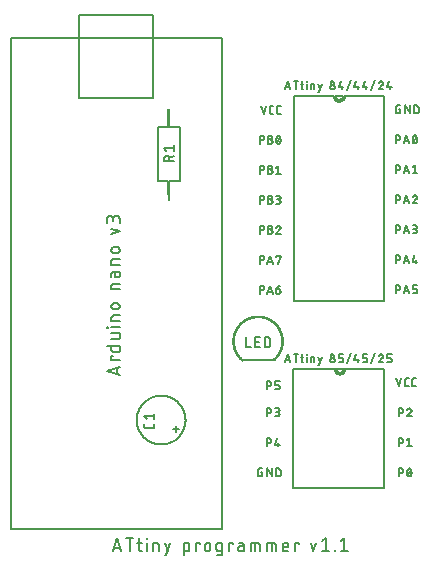
<source format=gbr>
G04 EAGLE Gerber X2 export*
G75*
%MOMM*%
%FSLAX34Y34*%
%LPD*%
%AMOC8*
5,1,8,0,0,1.08239X$1,22.5*%
G01*
%ADD10C,0.127000*%
%ADD11C,0.203200*%
%ADD12C,0.152400*%
%ADD13C,0.015238*%


D10*
X241935Y401955D02*
X244221Y408813D01*
X246507Y401955D01*
X245936Y403670D02*
X242507Y403670D01*
X251049Y401955D02*
X251049Y408813D01*
X249144Y408813D02*
X252954Y408813D01*
X255183Y406527D02*
X257469Y406527D01*
X255945Y408813D02*
X255945Y403098D01*
X255947Y403032D01*
X255953Y402965D01*
X255962Y402900D01*
X255976Y402834D01*
X255993Y402770D01*
X256014Y402707D01*
X256038Y402645D01*
X256067Y402585D01*
X256098Y402527D01*
X256133Y402470D01*
X256171Y402415D01*
X256212Y402363D01*
X256257Y402314D01*
X256304Y402267D01*
X256353Y402222D01*
X256405Y402181D01*
X256460Y402143D01*
X256517Y402108D01*
X256575Y402077D01*
X256635Y402048D01*
X256697Y402024D01*
X256760Y402003D01*
X256824Y401986D01*
X256890Y401972D01*
X256955Y401963D01*
X257022Y401957D01*
X257088Y401955D01*
X257469Y401955D01*
X260314Y401955D02*
X260314Y406527D01*
X260124Y408432D02*
X260124Y408813D01*
X260505Y408813D01*
X260505Y408432D01*
X260124Y408432D01*
X263667Y406527D02*
X263667Y401955D01*
X263667Y406527D02*
X265572Y406527D01*
X265638Y406525D01*
X265705Y406519D01*
X265770Y406510D01*
X265836Y406496D01*
X265900Y406479D01*
X265963Y406458D01*
X266025Y406434D01*
X266085Y406405D01*
X266144Y406374D01*
X266200Y406339D01*
X266255Y406301D01*
X266307Y406260D01*
X266356Y406215D01*
X266403Y406168D01*
X266448Y406119D01*
X266489Y406067D01*
X266527Y406012D01*
X266562Y405956D01*
X266593Y405897D01*
X266622Y405837D01*
X266646Y405775D01*
X266667Y405712D01*
X266684Y405648D01*
X266698Y405582D01*
X266707Y405517D01*
X266713Y405450D01*
X266715Y405384D01*
X266715Y401955D01*
X270007Y399669D02*
X270769Y399669D01*
X273055Y406527D01*
X270007Y406527D02*
X271531Y401955D01*
X280111Y403860D02*
X280113Y403945D01*
X280119Y404031D01*
X280128Y404116D01*
X280142Y404200D01*
X280159Y404284D01*
X280180Y404367D01*
X280204Y404449D01*
X280232Y404529D01*
X280264Y404609D01*
X280300Y404687D01*
X280338Y404763D01*
X280381Y404837D01*
X280426Y404909D01*
X280475Y404980D01*
X280527Y405048D01*
X280581Y405113D01*
X280639Y405176D01*
X280700Y405237D01*
X280763Y405295D01*
X280828Y405349D01*
X280896Y405401D01*
X280967Y405450D01*
X281039Y405495D01*
X281113Y405538D01*
X281189Y405576D01*
X281267Y405612D01*
X281347Y405644D01*
X281427Y405672D01*
X281509Y405696D01*
X281592Y405717D01*
X281676Y405734D01*
X281760Y405748D01*
X281845Y405757D01*
X281931Y405763D01*
X282016Y405765D01*
X282101Y405763D01*
X282187Y405757D01*
X282272Y405748D01*
X282356Y405734D01*
X282440Y405717D01*
X282523Y405696D01*
X282605Y405672D01*
X282685Y405644D01*
X282765Y405612D01*
X282843Y405576D01*
X282919Y405538D01*
X282993Y405495D01*
X283065Y405450D01*
X283136Y405401D01*
X283204Y405349D01*
X283269Y405295D01*
X283332Y405237D01*
X283393Y405176D01*
X283451Y405113D01*
X283505Y405048D01*
X283557Y404980D01*
X283606Y404909D01*
X283651Y404837D01*
X283694Y404763D01*
X283732Y404687D01*
X283768Y404609D01*
X283800Y404529D01*
X283828Y404449D01*
X283852Y404367D01*
X283873Y404284D01*
X283890Y404200D01*
X283904Y404116D01*
X283913Y404031D01*
X283919Y403945D01*
X283921Y403860D01*
X283919Y403775D01*
X283913Y403689D01*
X283904Y403604D01*
X283890Y403520D01*
X283873Y403436D01*
X283852Y403353D01*
X283828Y403271D01*
X283800Y403191D01*
X283768Y403111D01*
X283732Y403033D01*
X283694Y402957D01*
X283651Y402883D01*
X283606Y402811D01*
X283557Y402740D01*
X283505Y402672D01*
X283451Y402607D01*
X283393Y402544D01*
X283332Y402483D01*
X283269Y402425D01*
X283204Y402371D01*
X283136Y402319D01*
X283065Y402270D01*
X282993Y402225D01*
X282919Y402182D01*
X282843Y402144D01*
X282765Y402108D01*
X282685Y402076D01*
X282605Y402048D01*
X282523Y402024D01*
X282440Y402003D01*
X282356Y401986D01*
X282272Y401972D01*
X282187Y401963D01*
X282101Y401957D01*
X282016Y401955D01*
X281931Y401957D01*
X281845Y401963D01*
X281760Y401972D01*
X281676Y401986D01*
X281592Y402003D01*
X281509Y402024D01*
X281427Y402048D01*
X281347Y402076D01*
X281267Y402108D01*
X281189Y402144D01*
X281113Y402182D01*
X281039Y402225D01*
X280967Y402270D01*
X280896Y402319D01*
X280828Y402371D01*
X280763Y402425D01*
X280700Y402483D01*
X280639Y402544D01*
X280581Y402607D01*
X280527Y402672D01*
X280475Y402740D01*
X280426Y402811D01*
X280381Y402883D01*
X280338Y402957D01*
X280300Y403033D01*
X280264Y403111D01*
X280232Y403191D01*
X280204Y403271D01*
X280180Y403353D01*
X280159Y403436D01*
X280142Y403520D01*
X280128Y403604D01*
X280119Y403689D01*
X280113Y403775D01*
X280111Y403860D01*
X280492Y407289D02*
X280494Y407366D01*
X280500Y407443D01*
X280510Y407520D01*
X280523Y407596D01*
X280541Y407671D01*
X280562Y407745D01*
X280587Y407818D01*
X280616Y407890D01*
X280648Y407960D01*
X280683Y408029D01*
X280723Y408095D01*
X280765Y408160D01*
X280811Y408222D01*
X280860Y408282D01*
X280911Y408339D01*
X280966Y408394D01*
X281023Y408445D01*
X281083Y408494D01*
X281145Y408540D01*
X281210Y408582D01*
X281276Y408622D01*
X281345Y408657D01*
X281415Y408689D01*
X281487Y408718D01*
X281560Y408743D01*
X281634Y408764D01*
X281709Y408782D01*
X281785Y408795D01*
X281862Y408805D01*
X281939Y408811D01*
X282016Y408813D01*
X282093Y408811D01*
X282170Y408805D01*
X282247Y408795D01*
X282323Y408782D01*
X282398Y408764D01*
X282472Y408743D01*
X282545Y408718D01*
X282617Y408689D01*
X282687Y408657D01*
X282756Y408622D01*
X282822Y408582D01*
X282887Y408540D01*
X282949Y408494D01*
X283009Y408445D01*
X283066Y408394D01*
X283121Y408339D01*
X283172Y408282D01*
X283221Y408222D01*
X283267Y408160D01*
X283309Y408095D01*
X283349Y408029D01*
X283384Y407960D01*
X283416Y407890D01*
X283445Y407818D01*
X283470Y407745D01*
X283491Y407671D01*
X283509Y407596D01*
X283522Y407520D01*
X283532Y407443D01*
X283538Y407366D01*
X283540Y407289D01*
X283538Y407212D01*
X283532Y407135D01*
X283522Y407058D01*
X283509Y406982D01*
X283491Y406907D01*
X283470Y406833D01*
X283445Y406760D01*
X283416Y406688D01*
X283384Y406618D01*
X283349Y406549D01*
X283309Y406483D01*
X283267Y406418D01*
X283221Y406356D01*
X283172Y406296D01*
X283121Y406239D01*
X283066Y406184D01*
X283009Y406133D01*
X282949Y406084D01*
X282887Y406038D01*
X282822Y405996D01*
X282756Y405956D01*
X282687Y405921D01*
X282617Y405889D01*
X282545Y405860D01*
X282472Y405835D01*
X282398Y405814D01*
X282323Y405796D01*
X282247Y405783D01*
X282170Y405773D01*
X282093Y405767D01*
X282016Y405765D01*
X281939Y405767D01*
X281862Y405773D01*
X281785Y405783D01*
X281709Y405796D01*
X281634Y405814D01*
X281560Y405835D01*
X281487Y405860D01*
X281415Y405889D01*
X281345Y405921D01*
X281276Y405956D01*
X281210Y405996D01*
X281145Y406038D01*
X281083Y406084D01*
X281023Y406133D01*
X280966Y406184D01*
X280911Y406239D01*
X280860Y406296D01*
X280811Y406356D01*
X280765Y406418D01*
X280723Y406483D01*
X280683Y406549D01*
X280648Y406618D01*
X280616Y406688D01*
X280587Y406760D01*
X280562Y406833D01*
X280541Y406907D01*
X280523Y406982D01*
X280510Y407058D01*
X280500Y407135D01*
X280494Y407212D01*
X280492Y407289D01*
X287426Y403479D02*
X288950Y408813D01*
X287426Y403479D02*
X291236Y403479D01*
X290093Y405003D02*
X290093Y401955D01*
X294391Y401193D02*
X297439Y409575D01*
X302118Y408813D02*
X300594Y403479D01*
X304404Y403479D01*
X303261Y405003D02*
X303261Y401955D01*
X307909Y403479D02*
X309433Y408813D01*
X307909Y403479D02*
X311719Y403479D01*
X310576Y405003D02*
X310576Y401955D01*
X314873Y401193D02*
X317921Y409575D01*
X323172Y408814D02*
X323254Y408812D01*
X323335Y408806D01*
X323416Y408797D01*
X323497Y408783D01*
X323576Y408766D01*
X323655Y408745D01*
X323733Y408720D01*
X323809Y408691D01*
X323884Y408659D01*
X323958Y408623D01*
X324030Y408584D01*
X324099Y408542D01*
X324167Y408496D01*
X324232Y408447D01*
X324295Y408395D01*
X324355Y408340D01*
X324413Y408282D01*
X324468Y408222D01*
X324520Y408159D01*
X324569Y408094D01*
X324615Y408026D01*
X324657Y407957D01*
X324696Y407885D01*
X324732Y407811D01*
X324764Y407736D01*
X324793Y407660D01*
X324818Y407582D01*
X324839Y407503D01*
X324856Y407424D01*
X324870Y407343D01*
X324879Y407262D01*
X324885Y407181D01*
X324887Y407099D01*
X323172Y408813D02*
X323080Y408811D01*
X322988Y408805D01*
X322896Y408796D01*
X322804Y408782D01*
X322714Y408765D01*
X322624Y408744D01*
X322535Y408719D01*
X322447Y408690D01*
X322360Y408658D01*
X322275Y408622D01*
X322192Y408583D01*
X322110Y408540D01*
X322030Y408494D01*
X321952Y408444D01*
X321876Y408392D01*
X321803Y408336D01*
X321732Y408277D01*
X321663Y408215D01*
X321597Y408150D01*
X321534Y408083D01*
X321474Y408013D01*
X321416Y407941D01*
X321362Y407866D01*
X321311Y407789D01*
X321263Y407710D01*
X321219Y407629D01*
X321178Y407546D01*
X321140Y407462D01*
X321106Y407376D01*
X321076Y407289D01*
X324315Y405765D02*
X324374Y405824D01*
X324430Y405885D01*
X324483Y405948D01*
X324534Y406014D01*
X324581Y406082D01*
X324625Y406152D01*
X324666Y406224D01*
X324704Y406298D01*
X324738Y406373D01*
X324769Y406450D01*
X324796Y406528D01*
X324820Y406608D01*
X324841Y406688D01*
X324857Y406769D01*
X324870Y406851D01*
X324880Y406933D01*
X324885Y407016D01*
X324887Y407099D01*
X324315Y405765D02*
X321076Y401955D01*
X324886Y401955D01*
X328391Y403479D02*
X329915Y408813D01*
X328391Y403479D02*
X332201Y403479D01*
X331058Y405003D02*
X331058Y401955D01*
X244221Y177673D02*
X241935Y170815D01*
X246507Y170815D02*
X244221Y177673D01*
X245936Y172530D02*
X242507Y172530D01*
X251049Y170815D02*
X251049Y177673D01*
X249144Y177673D02*
X252954Y177673D01*
X255183Y175387D02*
X257469Y175387D01*
X255945Y177673D02*
X255945Y171958D01*
X255947Y171892D01*
X255953Y171825D01*
X255962Y171760D01*
X255976Y171694D01*
X255993Y171630D01*
X256014Y171567D01*
X256038Y171505D01*
X256067Y171445D01*
X256098Y171387D01*
X256133Y171330D01*
X256171Y171275D01*
X256212Y171223D01*
X256257Y171174D01*
X256304Y171127D01*
X256353Y171082D01*
X256405Y171041D01*
X256460Y171003D01*
X256517Y170968D01*
X256575Y170937D01*
X256635Y170908D01*
X256697Y170884D01*
X256760Y170863D01*
X256824Y170846D01*
X256890Y170832D01*
X256955Y170823D01*
X257022Y170817D01*
X257088Y170815D01*
X257469Y170815D01*
X260314Y170815D02*
X260314Y175387D01*
X260124Y177292D02*
X260124Y177673D01*
X260505Y177673D01*
X260505Y177292D01*
X260124Y177292D01*
X263667Y175387D02*
X263667Y170815D01*
X263667Y175387D02*
X265572Y175387D01*
X265638Y175385D01*
X265705Y175379D01*
X265770Y175370D01*
X265836Y175356D01*
X265900Y175339D01*
X265963Y175318D01*
X266025Y175294D01*
X266085Y175265D01*
X266144Y175234D01*
X266200Y175199D01*
X266255Y175161D01*
X266307Y175120D01*
X266356Y175075D01*
X266403Y175028D01*
X266448Y174979D01*
X266489Y174927D01*
X266527Y174872D01*
X266562Y174816D01*
X266593Y174757D01*
X266622Y174697D01*
X266646Y174635D01*
X266667Y174572D01*
X266684Y174508D01*
X266698Y174442D01*
X266707Y174377D01*
X266713Y174310D01*
X266715Y174244D01*
X266715Y170815D01*
X270007Y168529D02*
X270769Y168529D01*
X273055Y175387D01*
X270007Y175387D02*
X271531Y170815D01*
X280111Y172720D02*
X280113Y172805D01*
X280119Y172891D01*
X280128Y172976D01*
X280142Y173060D01*
X280159Y173144D01*
X280180Y173227D01*
X280204Y173309D01*
X280232Y173389D01*
X280264Y173469D01*
X280300Y173547D01*
X280338Y173623D01*
X280381Y173697D01*
X280426Y173769D01*
X280475Y173840D01*
X280527Y173908D01*
X280581Y173973D01*
X280639Y174036D01*
X280700Y174097D01*
X280763Y174155D01*
X280828Y174209D01*
X280896Y174261D01*
X280967Y174310D01*
X281039Y174355D01*
X281113Y174398D01*
X281189Y174436D01*
X281267Y174472D01*
X281347Y174504D01*
X281427Y174532D01*
X281509Y174556D01*
X281592Y174577D01*
X281676Y174594D01*
X281760Y174608D01*
X281845Y174617D01*
X281931Y174623D01*
X282016Y174625D01*
X282101Y174623D01*
X282187Y174617D01*
X282272Y174608D01*
X282356Y174594D01*
X282440Y174577D01*
X282523Y174556D01*
X282605Y174532D01*
X282685Y174504D01*
X282765Y174472D01*
X282843Y174436D01*
X282919Y174398D01*
X282993Y174355D01*
X283065Y174310D01*
X283136Y174261D01*
X283204Y174209D01*
X283269Y174155D01*
X283332Y174097D01*
X283393Y174036D01*
X283451Y173973D01*
X283505Y173908D01*
X283557Y173840D01*
X283606Y173769D01*
X283651Y173697D01*
X283694Y173623D01*
X283732Y173547D01*
X283768Y173469D01*
X283800Y173389D01*
X283828Y173309D01*
X283852Y173227D01*
X283873Y173144D01*
X283890Y173060D01*
X283904Y172976D01*
X283913Y172891D01*
X283919Y172805D01*
X283921Y172720D01*
X283919Y172635D01*
X283913Y172549D01*
X283904Y172464D01*
X283890Y172380D01*
X283873Y172296D01*
X283852Y172213D01*
X283828Y172131D01*
X283800Y172051D01*
X283768Y171971D01*
X283732Y171893D01*
X283694Y171817D01*
X283651Y171743D01*
X283606Y171671D01*
X283557Y171600D01*
X283505Y171532D01*
X283451Y171467D01*
X283393Y171404D01*
X283332Y171343D01*
X283269Y171285D01*
X283204Y171231D01*
X283136Y171179D01*
X283065Y171130D01*
X282993Y171085D01*
X282919Y171042D01*
X282843Y171004D01*
X282765Y170968D01*
X282685Y170936D01*
X282605Y170908D01*
X282523Y170884D01*
X282440Y170863D01*
X282356Y170846D01*
X282272Y170832D01*
X282187Y170823D01*
X282101Y170817D01*
X282016Y170815D01*
X281931Y170817D01*
X281845Y170823D01*
X281760Y170832D01*
X281676Y170846D01*
X281592Y170863D01*
X281509Y170884D01*
X281427Y170908D01*
X281347Y170936D01*
X281267Y170968D01*
X281189Y171004D01*
X281113Y171042D01*
X281039Y171085D01*
X280967Y171130D01*
X280896Y171179D01*
X280828Y171231D01*
X280763Y171285D01*
X280700Y171343D01*
X280639Y171404D01*
X280581Y171467D01*
X280527Y171532D01*
X280475Y171600D01*
X280426Y171671D01*
X280381Y171743D01*
X280338Y171817D01*
X280300Y171893D01*
X280264Y171971D01*
X280232Y172051D01*
X280204Y172131D01*
X280180Y172213D01*
X280159Y172296D01*
X280142Y172380D01*
X280128Y172464D01*
X280119Y172549D01*
X280113Y172635D01*
X280111Y172720D01*
X280492Y176149D02*
X280494Y176226D01*
X280500Y176303D01*
X280510Y176380D01*
X280523Y176456D01*
X280541Y176531D01*
X280562Y176605D01*
X280587Y176678D01*
X280616Y176750D01*
X280648Y176820D01*
X280683Y176889D01*
X280723Y176955D01*
X280765Y177020D01*
X280811Y177082D01*
X280860Y177142D01*
X280911Y177199D01*
X280966Y177254D01*
X281023Y177305D01*
X281083Y177354D01*
X281145Y177400D01*
X281210Y177442D01*
X281276Y177482D01*
X281345Y177517D01*
X281415Y177549D01*
X281487Y177578D01*
X281560Y177603D01*
X281634Y177624D01*
X281709Y177642D01*
X281785Y177655D01*
X281862Y177665D01*
X281939Y177671D01*
X282016Y177673D01*
X282093Y177671D01*
X282170Y177665D01*
X282247Y177655D01*
X282323Y177642D01*
X282398Y177624D01*
X282472Y177603D01*
X282545Y177578D01*
X282617Y177549D01*
X282687Y177517D01*
X282756Y177482D01*
X282822Y177442D01*
X282887Y177400D01*
X282949Y177354D01*
X283009Y177305D01*
X283066Y177254D01*
X283121Y177199D01*
X283172Y177142D01*
X283221Y177082D01*
X283267Y177020D01*
X283309Y176955D01*
X283349Y176889D01*
X283384Y176820D01*
X283416Y176750D01*
X283445Y176678D01*
X283470Y176605D01*
X283491Y176531D01*
X283509Y176456D01*
X283522Y176380D01*
X283532Y176303D01*
X283538Y176226D01*
X283540Y176149D01*
X283538Y176072D01*
X283532Y175995D01*
X283522Y175918D01*
X283509Y175842D01*
X283491Y175767D01*
X283470Y175693D01*
X283445Y175620D01*
X283416Y175548D01*
X283384Y175478D01*
X283349Y175409D01*
X283309Y175343D01*
X283267Y175278D01*
X283221Y175216D01*
X283172Y175156D01*
X283121Y175099D01*
X283066Y175044D01*
X283009Y174993D01*
X282949Y174944D01*
X282887Y174898D01*
X282822Y174856D01*
X282756Y174816D01*
X282687Y174781D01*
X282617Y174749D01*
X282545Y174720D01*
X282472Y174695D01*
X282398Y174674D01*
X282323Y174656D01*
X282247Y174643D01*
X282170Y174633D01*
X282093Y174627D01*
X282016Y174625D01*
X281939Y174627D01*
X281862Y174633D01*
X281785Y174643D01*
X281709Y174656D01*
X281634Y174674D01*
X281560Y174695D01*
X281487Y174720D01*
X281415Y174749D01*
X281345Y174781D01*
X281276Y174816D01*
X281210Y174856D01*
X281145Y174898D01*
X281083Y174944D01*
X281023Y174993D01*
X280966Y175044D01*
X280911Y175099D01*
X280860Y175156D01*
X280811Y175216D01*
X280765Y175278D01*
X280723Y175343D01*
X280683Y175409D01*
X280648Y175478D01*
X280616Y175548D01*
X280587Y175620D01*
X280562Y175693D01*
X280541Y175767D01*
X280523Y175842D01*
X280510Y175918D01*
X280500Y175995D01*
X280494Y176072D01*
X280492Y176149D01*
X287426Y170815D02*
X289712Y170815D01*
X289789Y170817D01*
X289866Y170823D01*
X289943Y170833D01*
X290019Y170846D01*
X290094Y170864D01*
X290168Y170885D01*
X290241Y170910D01*
X290313Y170939D01*
X290383Y170971D01*
X290452Y171006D01*
X290518Y171046D01*
X290583Y171088D01*
X290645Y171134D01*
X290705Y171183D01*
X290762Y171234D01*
X290817Y171289D01*
X290868Y171346D01*
X290917Y171406D01*
X290963Y171468D01*
X291005Y171533D01*
X291045Y171599D01*
X291080Y171668D01*
X291112Y171738D01*
X291141Y171810D01*
X291166Y171883D01*
X291187Y171957D01*
X291205Y172032D01*
X291218Y172108D01*
X291228Y172185D01*
X291234Y172262D01*
X291236Y172339D01*
X291236Y173101D01*
X291234Y173178D01*
X291228Y173255D01*
X291218Y173332D01*
X291205Y173408D01*
X291187Y173483D01*
X291166Y173557D01*
X291141Y173630D01*
X291112Y173702D01*
X291080Y173772D01*
X291045Y173841D01*
X291005Y173907D01*
X290963Y173972D01*
X290917Y174034D01*
X290868Y174094D01*
X290817Y174151D01*
X290762Y174206D01*
X290705Y174257D01*
X290645Y174306D01*
X290583Y174352D01*
X290518Y174394D01*
X290452Y174434D01*
X290383Y174469D01*
X290313Y174501D01*
X290241Y174530D01*
X290168Y174555D01*
X290094Y174576D01*
X290019Y174594D01*
X289943Y174607D01*
X289866Y174617D01*
X289789Y174623D01*
X289712Y174625D01*
X287426Y174625D01*
X287426Y177673D01*
X291236Y177673D01*
X297439Y178435D02*
X294391Y170053D01*
X300594Y172339D02*
X302118Y177673D01*
X300594Y172339D02*
X304404Y172339D01*
X303261Y173863D02*
X303261Y170815D01*
X307909Y170815D02*
X310195Y170815D01*
X310272Y170817D01*
X310349Y170823D01*
X310426Y170833D01*
X310502Y170846D01*
X310577Y170864D01*
X310651Y170885D01*
X310724Y170910D01*
X310796Y170939D01*
X310866Y170971D01*
X310935Y171006D01*
X311001Y171046D01*
X311066Y171088D01*
X311128Y171134D01*
X311188Y171183D01*
X311245Y171234D01*
X311300Y171289D01*
X311351Y171346D01*
X311400Y171406D01*
X311446Y171468D01*
X311488Y171533D01*
X311528Y171599D01*
X311563Y171668D01*
X311595Y171738D01*
X311624Y171810D01*
X311649Y171883D01*
X311670Y171957D01*
X311688Y172032D01*
X311701Y172108D01*
X311711Y172185D01*
X311717Y172262D01*
X311719Y172339D01*
X311719Y173101D01*
X311717Y173178D01*
X311711Y173255D01*
X311701Y173332D01*
X311688Y173408D01*
X311670Y173483D01*
X311649Y173557D01*
X311624Y173630D01*
X311595Y173702D01*
X311563Y173772D01*
X311528Y173841D01*
X311488Y173907D01*
X311446Y173972D01*
X311400Y174034D01*
X311351Y174094D01*
X311300Y174151D01*
X311245Y174206D01*
X311188Y174257D01*
X311128Y174306D01*
X311066Y174352D01*
X311001Y174394D01*
X310935Y174434D01*
X310866Y174469D01*
X310796Y174501D01*
X310724Y174530D01*
X310651Y174555D01*
X310577Y174576D01*
X310502Y174594D01*
X310426Y174607D01*
X310349Y174617D01*
X310272Y174623D01*
X310195Y174625D01*
X307909Y174625D01*
X307909Y177673D01*
X311719Y177673D01*
X317921Y178435D02*
X314873Y170053D01*
X323172Y177674D02*
X323254Y177672D01*
X323335Y177666D01*
X323416Y177657D01*
X323497Y177643D01*
X323576Y177626D01*
X323655Y177605D01*
X323733Y177580D01*
X323809Y177551D01*
X323884Y177519D01*
X323958Y177483D01*
X324030Y177444D01*
X324099Y177402D01*
X324167Y177356D01*
X324232Y177307D01*
X324295Y177255D01*
X324355Y177200D01*
X324413Y177142D01*
X324468Y177082D01*
X324520Y177019D01*
X324569Y176954D01*
X324615Y176886D01*
X324657Y176817D01*
X324696Y176745D01*
X324732Y176671D01*
X324764Y176596D01*
X324793Y176520D01*
X324818Y176442D01*
X324839Y176363D01*
X324856Y176284D01*
X324870Y176203D01*
X324879Y176122D01*
X324885Y176041D01*
X324887Y175959D01*
X323172Y177673D02*
X323080Y177671D01*
X322988Y177665D01*
X322896Y177656D01*
X322804Y177642D01*
X322714Y177625D01*
X322624Y177604D01*
X322535Y177579D01*
X322447Y177550D01*
X322360Y177518D01*
X322275Y177482D01*
X322192Y177443D01*
X322110Y177400D01*
X322030Y177354D01*
X321952Y177304D01*
X321876Y177252D01*
X321803Y177196D01*
X321732Y177137D01*
X321663Y177075D01*
X321597Y177010D01*
X321534Y176943D01*
X321474Y176873D01*
X321416Y176801D01*
X321362Y176726D01*
X321311Y176649D01*
X321263Y176570D01*
X321219Y176489D01*
X321178Y176406D01*
X321140Y176322D01*
X321106Y176236D01*
X321076Y176149D01*
X324315Y174625D02*
X324374Y174684D01*
X324430Y174745D01*
X324483Y174808D01*
X324534Y174874D01*
X324581Y174942D01*
X324625Y175012D01*
X324666Y175084D01*
X324704Y175158D01*
X324738Y175233D01*
X324769Y175310D01*
X324796Y175388D01*
X324820Y175468D01*
X324841Y175548D01*
X324857Y175629D01*
X324870Y175711D01*
X324880Y175793D01*
X324885Y175876D01*
X324887Y175959D01*
X324315Y174625D02*
X321076Y170815D01*
X324886Y170815D01*
X328391Y170815D02*
X330677Y170815D01*
X330754Y170817D01*
X330831Y170823D01*
X330908Y170833D01*
X330984Y170846D01*
X331059Y170864D01*
X331133Y170885D01*
X331206Y170910D01*
X331278Y170939D01*
X331348Y170971D01*
X331417Y171006D01*
X331483Y171046D01*
X331548Y171088D01*
X331610Y171134D01*
X331670Y171183D01*
X331727Y171234D01*
X331782Y171289D01*
X331833Y171346D01*
X331882Y171406D01*
X331928Y171468D01*
X331970Y171533D01*
X332010Y171599D01*
X332045Y171668D01*
X332077Y171738D01*
X332106Y171810D01*
X332131Y171883D01*
X332152Y171957D01*
X332170Y172032D01*
X332183Y172108D01*
X332193Y172185D01*
X332199Y172262D01*
X332201Y172339D01*
X332201Y173101D01*
X332199Y173178D01*
X332193Y173255D01*
X332183Y173332D01*
X332170Y173408D01*
X332152Y173483D01*
X332131Y173557D01*
X332106Y173630D01*
X332077Y173702D01*
X332045Y173772D01*
X332010Y173841D01*
X331970Y173907D01*
X331928Y173972D01*
X331882Y174034D01*
X331833Y174094D01*
X331782Y174151D01*
X331727Y174206D01*
X331670Y174257D01*
X331610Y174306D01*
X331548Y174352D01*
X331483Y174394D01*
X331417Y174434D01*
X331348Y174469D01*
X331278Y174501D01*
X331206Y174530D01*
X331133Y174555D01*
X331059Y174576D01*
X330984Y174594D01*
X330908Y174607D01*
X330831Y174617D01*
X330754Y174623D01*
X330677Y174625D01*
X328391Y174625D01*
X328391Y177673D01*
X332201Y177673D01*
D11*
X99812Y21684D02*
X96256Y11016D01*
X103368Y11016D02*
X99812Y21684D01*
X102479Y13683D02*
X97145Y13683D01*
X110480Y11016D02*
X110480Y21684D01*
X107517Y21684D02*
X113443Y21684D01*
X116945Y18128D02*
X120501Y18128D01*
X118131Y21684D02*
X118131Y12794D01*
X118133Y12712D01*
X118139Y12630D01*
X118148Y12548D01*
X118161Y12467D01*
X118178Y12387D01*
X118199Y12307D01*
X118223Y12229D01*
X118251Y12152D01*
X118282Y12076D01*
X118317Y12001D01*
X118356Y11929D01*
X118397Y11858D01*
X118442Y11789D01*
X118490Y11723D01*
X118541Y11658D01*
X118595Y11596D01*
X118652Y11537D01*
X118711Y11480D01*
X118773Y11426D01*
X118838Y11375D01*
X118904Y11327D01*
X118973Y11282D01*
X119044Y11241D01*
X119116Y11202D01*
X119191Y11167D01*
X119267Y11136D01*
X119344Y11108D01*
X119422Y11084D01*
X119502Y11063D01*
X119582Y11046D01*
X119663Y11033D01*
X119745Y11024D01*
X119827Y11018D01*
X119909Y11016D01*
X120501Y11016D01*
X124958Y11016D02*
X124958Y18128D01*
X124662Y21091D02*
X124662Y21684D01*
X125254Y21684D01*
X125254Y21091D01*
X124662Y21091D01*
X130207Y18128D02*
X130207Y11016D01*
X130207Y18128D02*
X133171Y18128D01*
X133253Y18126D01*
X133335Y18120D01*
X133417Y18111D01*
X133498Y18098D01*
X133578Y18081D01*
X133658Y18060D01*
X133736Y18036D01*
X133813Y18008D01*
X133889Y17977D01*
X133964Y17942D01*
X134036Y17903D01*
X134107Y17862D01*
X134176Y17817D01*
X134242Y17769D01*
X134307Y17718D01*
X134369Y17664D01*
X134428Y17607D01*
X134485Y17548D01*
X134539Y17486D01*
X134590Y17421D01*
X134638Y17355D01*
X134683Y17286D01*
X134724Y17215D01*
X134763Y17143D01*
X134798Y17068D01*
X134829Y16992D01*
X134857Y16915D01*
X134881Y16837D01*
X134902Y16757D01*
X134919Y16677D01*
X134932Y16596D01*
X134941Y16514D01*
X134947Y16432D01*
X134949Y16350D01*
X134949Y11016D01*
X140113Y7460D02*
X141299Y7460D01*
X144855Y18128D01*
X140113Y18128D02*
X142484Y11016D01*
X156204Y7460D02*
X156204Y18128D01*
X159167Y18128D01*
X159249Y18126D01*
X159331Y18120D01*
X159413Y18111D01*
X159494Y18098D01*
X159574Y18081D01*
X159654Y18060D01*
X159732Y18036D01*
X159809Y18008D01*
X159885Y17977D01*
X159960Y17942D01*
X160032Y17903D01*
X160103Y17862D01*
X160172Y17817D01*
X160238Y17769D01*
X160303Y17718D01*
X160365Y17664D01*
X160424Y17607D01*
X160481Y17548D01*
X160535Y17486D01*
X160586Y17421D01*
X160634Y17355D01*
X160679Y17286D01*
X160720Y17215D01*
X160759Y17143D01*
X160794Y17068D01*
X160825Y16992D01*
X160853Y16915D01*
X160877Y16837D01*
X160898Y16757D01*
X160915Y16677D01*
X160928Y16596D01*
X160937Y16514D01*
X160943Y16432D01*
X160945Y16350D01*
X160945Y12794D01*
X160943Y12712D01*
X160937Y12630D01*
X160928Y12548D01*
X160915Y12467D01*
X160898Y12387D01*
X160877Y12307D01*
X160853Y12229D01*
X160825Y12152D01*
X160794Y12076D01*
X160759Y12001D01*
X160720Y11929D01*
X160679Y11858D01*
X160634Y11789D01*
X160586Y11723D01*
X160535Y11658D01*
X160481Y11596D01*
X160424Y11537D01*
X160365Y11480D01*
X160303Y11426D01*
X160238Y11375D01*
X160172Y11327D01*
X160103Y11282D01*
X160032Y11241D01*
X159960Y11202D01*
X159885Y11167D01*
X159809Y11136D01*
X159732Y11108D01*
X159654Y11084D01*
X159574Y11063D01*
X159494Y11046D01*
X159413Y11033D01*
X159331Y11024D01*
X159249Y11018D01*
X159167Y11016D01*
X156204Y11016D01*
X166502Y11016D02*
X166502Y18128D01*
X170058Y18128D01*
X170058Y16943D01*
X174022Y15757D02*
X174022Y13387D01*
X174022Y15757D02*
X174024Y15854D01*
X174030Y15950D01*
X174040Y16046D01*
X174054Y16142D01*
X174071Y16237D01*
X174093Y16332D01*
X174118Y16425D01*
X174147Y16517D01*
X174180Y16608D01*
X174217Y16698D01*
X174257Y16786D01*
X174301Y16872D01*
X174348Y16956D01*
X174398Y17039D01*
X174452Y17119D01*
X174510Y17197D01*
X174570Y17273D01*
X174633Y17346D01*
X174699Y17416D01*
X174769Y17484D01*
X174840Y17549D01*
X174915Y17611D01*
X174992Y17669D01*
X175071Y17725D01*
X175152Y17777D01*
X175236Y17826D01*
X175321Y17872D01*
X175408Y17914D01*
X175497Y17952D01*
X175587Y17987D01*
X175679Y18018D01*
X175772Y18045D01*
X175865Y18069D01*
X175960Y18088D01*
X176056Y18104D01*
X176152Y18116D01*
X176248Y18124D01*
X176345Y18128D01*
X176441Y18128D01*
X176538Y18124D01*
X176634Y18116D01*
X176730Y18104D01*
X176826Y18088D01*
X176921Y18069D01*
X177014Y18045D01*
X177107Y18018D01*
X177199Y17987D01*
X177289Y17952D01*
X177378Y17914D01*
X177465Y17872D01*
X177550Y17826D01*
X177634Y17777D01*
X177715Y17725D01*
X177794Y17669D01*
X177871Y17611D01*
X177946Y17549D01*
X178017Y17484D01*
X178087Y17416D01*
X178153Y17346D01*
X178216Y17273D01*
X178276Y17197D01*
X178334Y17119D01*
X178388Y17039D01*
X178438Y16956D01*
X178485Y16872D01*
X178529Y16786D01*
X178569Y16698D01*
X178606Y16608D01*
X178639Y16517D01*
X178668Y16425D01*
X178693Y16332D01*
X178715Y16237D01*
X178732Y16142D01*
X178746Y16046D01*
X178756Y15950D01*
X178762Y15854D01*
X178764Y15757D01*
X178764Y13387D01*
X178762Y13290D01*
X178756Y13194D01*
X178746Y13098D01*
X178732Y13002D01*
X178715Y12907D01*
X178693Y12812D01*
X178668Y12719D01*
X178639Y12627D01*
X178606Y12536D01*
X178569Y12446D01*
X178529Y12358D01*
X178485Y12272D01*
X178438Y12188D01*
X178388Y12105D01*
X178334Y12025D01*
X178276Y11947D01*
X178216Y11871D01*
X178153Y11798D01*
X178087Y11728D01*
X178017Y11660D01*
X177946Y11595D01*
X177871Y11533D01*
X177794Y11475D01*
X177715Y11419D01*
X177634Y11367D01*
X177550Y11318D01*
X177465Y11272D01*
X177378Y11230D01*
X177289Y11192D01*
X177199Y11157D01*
X177107Y11126D01*
X177014Y11099D01*
X176921Y11075D01*
X176826Y11056D01*
X176730Y11040D01*
X176634Y11028D01*
X176538Y11020D01*
X176441Y11016D01*
X176345Y11016D01*
X176248Y11020D01*
X176152Y11028D01*
X176056Y11040D01*
X175960Y11056D01*
X175865Y11075D01*
X175772Y11099D01*
X175679Y11126D01*
X175587Y11157D01*
X175497Y11192D01*
X175408Y11230D01*
X175321Y11272D01*
X175236Y11318D01*
X175152Y11367D01*
X175071Y11419D01*
X174992Y11475D01*
X174915Y11533D01*
X174840Y11595D01*
X174769Y11660D01*
X174699Y11728D01*
X174633Y11798D01*
X174570Y11871D01*
X174510Y11947D01*
X174452Y12025D01*
X174398Y12105D01*
X174348Y12188D01*
X174301Y12272D01*
X174257Y12358D01*
X174217Y12446D01*
X174180Y12536D01*
X174147Y12627D01*
X174118Y12719D01*
X174093Y12812D01*
X174071Y12907D01*
X174054Y13002D01*
X174040Y13098D01*
X174030Y13194D01*
X174024Y13290D01*
X174022Y13387D01*
X185618Y11016D02*
X188581Y11016D01*
X185618Y11016D02*
X185536Y11018D01*
X185454Y11024D01*
X185372Y11033D01*
X185291Y11046D01*
X185211Y11063D01*
X185131Y11084D01*
X185053Y11108D01*
X184976Y11136D01*
X184900Y11167D01*
X184825Y11202D01*
X184753Y11241D01*
X184682Y11282D01*
X184613Y11327D01*
X184547Y11375D01*
X184482Y11426D01*
X184420Y11480D01*
X184361Y11537D01*
X184304Y11596D01*
X184250Y11658D01*
X184199Y11723D01*
X184151Y11789D01*
X184106Y11858D01*
X184065Y11929D01*
X184026Y12001D01*
X183991Y12076D01*
X183960Y12152D01*
X183932Y12229D01*
X183908Y12307D01*
X183887Y12387D01*
X183870Y12467D01*
X183857Y12548D01*
X183848Y12630D01*
X183842Y12712D01*
X183840Y12794D01*
X183840Y16350D01*
X183842Y16432D01*
X183848Y16514D01*
X183857Y16596D01*
X183870Y16677D01*
X183887Y16757D01*
X183908Y16837D01*
X183932Y16915D01*
X183960Y16992D01*
X183991Y17068D01*
X184026Y17143D01*
X184065Y17215D01*
X184106Y17286D01*
X184151Y17355D01*
X184199Y17421D01*
X184250Y17486D01*
X184304Y17548D01*
X184361Y17607D01*
X184420Y17664D01*
X184482Y17718D01*
X184547Y17769D01*
X184613Y17817D01*
X184682Y17862D01*
X184753Y17903D01*
X184825Y17942D01*
X184900Y17977D01*
X184976Y18008D01*
X185053Y18036D01*
X185131Y18060D01*
X185211Y18081D01*
X185291Y18098D01*
X185372Y18111D01*
X185454Y18120D01*
X185536Y18126D01*
X185618Y18128D01*
X188581Y18128D01*
X188581Y9238D01*
X188579Y9156D01*
X188573Y9074D01*
X188564Y8992D01*
X188551Y8911D01*
X188534Y8831D01*
X188513Y8751D01*
X188489Y8673D01*
X188461Y8596D01*
X188430Y8520D01*
X188395Y8445D01*
X188356Y8373D01*
X188315Y8302D01*
X188270Y8233D01*
X188222Y8167D01*
X188171Y8102D01*
X188117Y8040D01*
X188060Y7981D01*
X188001Y7924D01*
X187939Y7870D01*
X187874Y7819D01*
X187808Y7771D01*
X187739Y7726D01*
X187668Y7685D01*
X187596Y7646D01*
X187521Y7611D01*
X187445Y7580D01*
X187368Y7552D01*
X187290Y7528D01*
X187210Y7507D01*
X187130Y7490D01*
X187049Y7477D01*
X186967Y7468D01*
X186885Y7462D01*
X186803Y7460D01*
X184432Y7460D01*
X194696Y11016D02*
X194696Y18128D01*
X198252Y18128D01*
X198252Y16943D01*
X204202Y15165D02*
X206869Y15165D01*
X204202Y15164D02*
X204113Y15162D01*
X204024Y15156D01*
X203935Y15147D01*
X203847Y15133D01*
X203759Y15116D01*
X203672Y15095D01*
X203587Y15071D01*
X203502Y15042D01*
X203419Y15010D01*
X203337Y14975D01*
X203256Y14936D01*
X203178Y14894D01*
X203101Y14848D01*
X203027Y14799D01*
X202954Y14747D01*
X202884Y14691D01*
X202816Y14633D01*
X202751Y14572D01*
X202689Y14508D01*
X202629Y14442D01*
X202573Y14373D01*
X202519Y14302D01*
X202468Y14228D01*
X202421Y14153D01*
X202377Y14075D01*
X202336Y13996D01*
X202299Y13915D01*
X202265Y13832D01*
X202235Y13748D01*
X202209Y13663D01*
X202186Y13576D01*
X202167Y13489D01*
X202151Y13401D01*
X202140Y13313D01*
X202132Y13224D01*
X202128Y13135D01*
X202128Y13045D01*
X202132Y12956D01*
X202140Y12867D01*
X202151Y12779D01*
X202167Y12691D01*
X202186Y12604D01*
X202209Y12517D01*
X202235Y12432D01*
X202265Y12348D01*
X202299Y12265D01*
X202336Y12184D01*
X202377Y12105D01*
X202421Y12027D01*
X202468Y11952D01*
X202519Y11878D01*
X202573Y11807D01*
X202629Y11738D01*
X202689Y11672D01*
X202751Y11608D01*
X202816Y11547D01*
X202884Y11489D01*
X202954Y11433D01*
X203027Y11381D01*
X203101Y11332D01*
X203178Y11286D01*
X203256Y11244D01*
X203337Y11205D01*
X203419Y11170D01*
X203502Y11138D01*
X203587Y11109D01*
X203672Y11085D01*
X203759Y11064D01*
X203847Y11047D01*
X203935Y11033D01*
X204024Y11024D01*
X204113Y11018D01*
X204202Y11016D01*
X206869Y11016D01*
X206869Y16350D01*
X206867Y16432D01*
X206861Y16514D01*
X206852Y16596D01*
X206839Y16677D01*
X206822Y16757D01*
X206801Y16837D01*
X206777Y16915D01*
X206749Y16992D01*
X206718Y17068D01*
X206683Y17143D01*
X206644Y17215D01*
X206603Y17286D01*
X206558Y17355D01*
X206510Y17421D01*
X206459Y17486D01*
X206405Y17548D01*
X206348Y17607D01*
X206289Y17664D01*
X206227Y17718D01*
X206162Y17769D01*
X206096Y17817D01*
X206027Y17862D01*
X205956Y17903D01*
X205884Y17942D01*
X205809Y17977D01*
X205733Y18008D01*
X205656Y18036D01*
X205578Y18060D01*
X205498Y18081D01*
X205418Y18098D01*
X205337Y18111D01*
X205255Y18120D01*
X205173Y18126D01*
X205091Y18128D01*
X202720Y18128D01*
X213223Y18128D02*
X213223Y11016D01*
X213223Y18128D02*
X218557Y18128D01*
X218639Y18126D01*
X218721Y18120D01*
X218803Y18111D01*
X218884Y18098D01*
X218964Y18081D01*
X219044Y18060D01*
X219122Y18036D01*
X219199Y18008D01*
X219275Y17977D01*
X219350Y17942D01*
X219422Y17903D01*
X219493Y17862D01*
X219562Y17817D01*
X219628Y17769D01*
X219693Y17718D01*
X219755Y17664D01*
X219814Y17607D01*
X219871Y17548D01*
X219925Y17486D01*
X219976Y17421D01*
X220024Y17355D01*
X220069Y17286D01*
X220110Y17215D01*
X220149Y17143D01*
X220184Y17068D01*
X220215Y16992D01*
X220243Y16915D01*
X220267Y16837D01*
X220288Y16757D01*
X220305Y16677D01*
X220318Y16596D01*
X220327Y16514D01*
X220333Y16432D01*
X220335Y16350D01*
X220335Y11016D01*
X216779Y11016D02*
X216779Y18128D01*
X226939Y18128D02*
X226939Y11016D01*
X226939Y18128D02*
X232273Y18128D01*
X232355Y18126D01*
X232437Y18120D01*
X232519Y18111D01*
X232600Y18098D01*
X232680Y18081D01*
X232760Y18060D01*
X232838Y18036D01*
X232915Y18008D01*
X232991Y17977D01*
X233066Y17942D01*
X233138Y17903D01*
X233209Y17862D01*
X233278Y17817D01*
X233344Y17769D01*
X233409Y17718D01*
X233471Y17664D01*
X233530Y17607D01*
X233587Y17548D01*
X233641Y17486D01*
X233692Y17421D01*
X233740Y17355D01*
X233785Y17286D01*
X233826Y17215D01*
X233865Y17143D01*
X233900Y17068D01*
X233931Y16992D01*
X233959Y16915D01*
X233983Y16837D01*
X234004Y16757D01*
X234021Y16677D01*
X234034Y16596D01*
X234043Y16514D01*
X234049Y16432D01*
X234051Y16350D01*
X234051Y11016D01*
X230495Y11016D02*
X230495Y18128D01*
X241713Y11016D02*
X244676Y11016D01*
X241713Y11016D02*
X241631Y11018D01*
X241549Y11024D01*
X241467Y11033D01*
X241386Y11046D01*
X241306Y11063D01*
X241226Y11084D01*
X241148Y11108D01*
X241071Y11136D01*
X240995Y11167D01*
X240920Y11202D01*
X240848Y11241D01*
X240777Y11282D01*
X240708Y11327D01*
X240642Y11375D01*
X240577Y11426D01*
X240515Y11480D01*
X240456Y11537D01*
X240399Y11596D01*
X240345Y11658D01*
X240294Y11723D01*
X240246Y11789D01*
X240201Y11858D01*
X240160Y11929D01*
X240121Y12001D01*
X240086Y12076D01*
X240055Y12152D01*
X240027Y12229D01*
X240003Y12307D01*
X239982Y12387D01*
X239965Y12467D01*
X239952Y12548D01*
X239943Y12630D01*
X239937Y12712D01*
X239935Y12794D01*
X239935Y15757D01*
X239937Y15854D01*
X239943Y15950D01*
X239953Y16046D01*
X239967Y16142D01*
X239984Y16237D01*
X240006Y16332D01*
X240031Y16425D01*
X240060Y16517D01*
X240093Y16608D01*
X240130Y16698D01*
X240170Y16786D01*
X240214Y16872D01*
X240261Y16956D01*
X240311Y17039D01*
X240365Y17119D01*
X240423Y17197D01*
X240483Y17273D01*
X240546Y17346D01*
X240612Y17416D01*
X240682Y17484D01*
X240753Y17549D01*
X240828Y17611D01*
X240905Y17669D01*
X240984Y17725D01*
X241065Y17777D01*
X241149Y17826D01*
X241234Y17872D01*
X241321Y17914D01*
X241410Y17952D01*
X241500Y17987D01*
X241592Y18018D01*
X241685Y18045D01*
X241778Y18069D01*
X241873Y18088D01*
X241969Y18104D01*
X242065Y18116D01*
X242161Y18124D01*
X242258Y18128D01*
X242354Y18128D01*
X242451Y18124D01*
X242547Y18116D01*
X242643Y18104D01*
X242739Y18088D01*
X242834Y18069D01*
X242927Y18045D01*
X243020Y18018D01*
X243112Y17987D01*
X243202Y17952D01*
X243291Y17914D01*
X243378Y17872D01*
X243463Y17826D01*
X243547Y17777D01*
X243628Y17725D01*
X243707Y17669D01*
X243784Y17611D01*
X243859Y17549D01*
X243930Y17484D01*
X244000Y17416D01*
X244066Y17346D01*
X244129Y17273D01*
X244189Y17197D01*
X244247Y17119D01*
X244301Y17039D01*
X244351Y16956D01*
X244398Y16872D01*
X244442Y16786D01*
X244482Y16698D01*
X244519Y16608D01*
X244552Y16517D01*
X244581Y16425D01*
X244606Y16332D01*
X244628Y16237D01*
X244645Y16142D01*
X244659Y16046D01*
X244669Y15950D01*
X244675Y15854D01*
X244677Y15757D01*
X244676Y15757D02*
X244676Y14572D01*
X239935Y14572D01*
X250322Y11016D02*
X250322Y18128D01*
X253878Y18128D01*
X253878Y16943D01*
X263557Y18128D02*
X265928Y11016D01*
X268298Y18128D01*
X273251Y19313D02*
X276215Y21684D01*
X276215Y11016D01*
X279178Y11016D02*
X273251Y11016D01*
X283919Y11016D02*
X283919Y11609D01*
X284512Y11609D01*
X284512Y11016D01*
X283919Y11016D01*
X289253Y19313D02*
X292217Y21684D01*
X292217Y11016D01*
X295180Y11016D02*
X289253Y11016D01*
D12*
X10000Y30000D02*
X10000Y445000D01*
X10000Y30000D02*
X188476Y30000D01*
X188476Y445000D01*
X10000Y445000D01*
X67380Y465160D02*
X67380Y394920D01*
X130080Y394920D01*
X130080Y465160D01*
X67380Y465160D01*
X249206Y396648D02*
X249206Y222508D01*
X325540Y222508D01*
X325540Y396648D01*
X292000Y396648D01*
X291000Y396648D02*
X284000Y396648D01*
X283000Y396648D02*
X249206Y396648D01*
D13*
X283315Y396573D02*
X284688Y396573D01*
X284687Y396572D02*
X284692Y396467D01*
X284700Y396363D01*
X284713Y396259D01*
X284729Y396156D01*
X284750Y396053D01*
X284774Y395951D01*
X284801Y395850D01*
X284833Y395751D01*
X284868Y395652D01*
X284907Y395555D01*
X284949Y395459D01*
X284995Y395365D01*
X285045Y395273D01*
X285098Y395182D01*
X285154Y395094D01*
X285213Y395008D01*
X285276Y394924D01*
X285342Y394842D01*
X285410Y394763D01*
X285482Y394687D01*
X285556Y394613D01*
X285633Y394542D01*
X285713Y394474D01*
X285795Y394410D01*
X285879Y394348D01*
X285966Y394289D01*
X286055Y394234D01*
X286145Y394181D01*
X286238Y394133D01*
X286333Y394088D01*
X286429Y394046D01*
X286526Y394008D01*
X286625Y393974D01*
X286725Y393943D01*
X286826Y393916D01*
X286928Y393893D01*
X287031Y393873D01*
X287135Y393858D01*
X287239Y393846D01*
X287343Y393838D01*
X287448Y393834D01*
X287552Y393834D01*
X287657Y393838D01*
X287761Y393846D01*
X287865Y393858D01*
X287969Y393873D01*
X288072Y393893D01*
X288174Y393916D01*
X288275Y393943D01*
X288375Y393974D01*
X288474Y394008D01*
X288571Y394046D01*
X288667Y394088D01*
X288762Y394133D01*
X288855Y394181D01*
X288945Y394234D01*
X289034Y394289D01*
X289121Y394348D01*
X289205Y394410D01*
X289287Y394474D01*
X289367Y394542D01*
X289444Y394613D01*
X289518Y394687D01*
X289590Y394763D01*
X289658Y394842D01*
X289724Y394924D01*
X289787Y395008D01*
X289846Y395094D01*
X289902Y395182D01*
X289955Y395273D01*
X290005Y395365D01*
X290051Y395459D01*
X290093Y395555D01*
X290132Y395652D01*
X290167Y395751D01*
X290199Y395850D01*
X290226Y395951D01*
X290250Y396053D01*
X290271Y396156D01*
X290287Y396259D01*
X290300Y396363D01*
X290308Y396467D01*
X290313Y396572D01*
X291685Y396573D01*
X291685Y396572D01*
X291681Y396443D01*
X291673Y396315D01*
X291661Y396187D01*
X291644Y396059D01*
X291624Y395932D01*
X291600Y395806D01*
X291573Y395680D01*
X291541Y395555D01*
X291505Y395432D01*
X291466Y395309D01*
X291423Y395188D01*
X291376Y395068D01*
X291326Y394949D01*
X291272Y394833D01*
X291214Y394717D01*
X291153Y394604D01*
X291089Y394493D01*
X291021Y394384D01*
X290949Y394276D01*
X290875Y394171D01*
X290797Y394069D01*
X290716Y393969D01*
X290632Y393871D01*
X290546Y393776D01*
X290456Y393684D01*
X290363Y393594D01*
X290268Y393508D01*
X290170Y393424D01*
X290070Y393344D01*
X289967Y393266D01*
X289862Y393192D01*
X289755Y393121D01*
X289645Y393053D01*
X289534Y392989D01*
X289420Y392928D01*
X289305Y392871D01*
X289188Y392817D01*
X289069Y392767D01*
X288949Y392721D01*
X288828Y392678D01*
X288705Y392639D01*
X288582Y392604D01*
X288457Y392573D01*
X288331Y392545D01*
X288204Y392522D01*
X288077Y392502D01*
X287950Y392486D01*
X287821Y392474D01*
X287693Y392466D01*
X287564Y392462D01*
X287436Y392462D01*
X287307Y392466D01*
X287179Y392474D01*
X287050Y392486D01*
X286923Y392502D01*
X286796Y392522D01*
X286669Y392545D01*
X286543Y392573D01*
X286418Y392604D01*
X286295Y392639D01*
X286172Y392678D01*
X286051Y392721D01*
X285931Y392767D01*
X285812Y392817D01*
X285695Y392871D01*
X285580Y392928D01*
X285466Y392989D01*
X285355Y393053D01*
X285245Y393121D01*
X285138Y393192D01*
X285033Y393266D01*
X284930Y393344D01*
X284830Y393424D01*
X284732Y393508D01*
X284637Y393594D01*
X284544Y393684D01*
X284454Y393776D01*
X284368Y393871D01*
X284284Y393969D01*
X284203Y394069D01*
X284125Y394171D01*
X284051Y394276D01*
X283979Y394384D01*
X283911Y394493D01*
X283847Y394604D01*
X283786Y394717D01*
X283728Y394833D01*
X283674Y394949D01*
X283624Y395068D01*
X283577Y395188D01*
X283534Y395309D01*
X283495Y395432D01*
X283459Y395555D01*
X283427Y395680D01*
X283400Y395806D01*
X283376Y395932D01*
X283356Y396059D01*
X283339Y396187D01*
X283327Y396315D01*
X283319Y396443D01*
X283315Y396572D01*
X283458Y396572D01*
X283462Y396445D01*
X283470Y396319D01*
X283483Y396193D01*
X283499Y396067D01*
X283519Y395942D01*
X283543Y395817D01*
X283571Y395694D01*
X283603Y395571D01*
X283639Y395449D01*
X283678Y395329D01*
X283721Y395210D01*
X283768Y395092D01*
X283819Y394976D01*
X283873Y394861D01*
X283931Y394748D01*
X283992Y394638D01*
X284057Y394529D01*
X284125Y394422D01*
X284197Y394317D01*
X284271Y394215D01*
X284349Y394115D01*
X284430Y394017D01*
X284514Y393922D01*
X284601Y393830D01*
X284691Y393740D01*
X284783Y393654D01*
X284879Y393570D01*
X284976Y393489D01*
X285077Y393412D01*
X285179Y393337D01*
X285284Y393266D01*
X285391Y393198D01*
X285500Y393134D01*
X285612Y393073D01*
X285725Y393016D01*
X285839Y392962D01*
X285956Y392912D01*
X286074Y392865D01*
X286193Y392822D01*
X286313Y392783D01*
X286435Y392748D01*
X286558Y392716D01*
X286682Y392689D01*
X286806Y392665D01*
X286931Y392645D01*
X287057Y392629D01*
X287183Y392617D01*
X287310Y392609D01*
X287437Y392605D01*
X287563Y392605D01*
X287690Y392609D01*
X287817Y392617D01*
X287943Y392629D01*
X288069Y392645D01*
X288194Y392665D01*
X288318Y392689D01*
X288442Y392716D01*
X288565Y392748D01*
X288687Y392783D01*
X288807Y392822D01*
X288926Y392865D01*
X289044Y392912D01*
X289161Y392962D01*
X289275Y393016D01*
X289388Y393073D01*
X289500Y393134D01*
X289609Y393198D01*
X289716Y393266D01*
X289821Y393337D01*
X289923Y393412D01*
X290024Y393489D01*
X290121Y393570D01*
X290217Y393654D01*
X290309Y393740D01*
X290399Y393830D01*
X290486Y393922D01*
X290570Y394017D01*
X290651Y394115D01*
X290729Y394215D01*
X290803Y394317D01*
X290875Y394422D01*
X290943Y394529D01*
X291008Y394638D01*
X291069Y394748D01*
X291127Y394861D01*
X291181Y394976D01*
X291232Y395092D01*
X291279Y395210D01*
X291322Y395329D01*
X291361Y395449D01*
X291397Y395571D01*
X291429Y395694D01*
X291457Y395817D01*
X291481Y395942D01*
X291501Y396067D01*
X291517Y396193D01*
X291530Y396319D01*
X291538Y396445D01*
X291542Y396572D01*
X291399Y396572D01*
X291395Y396449D01*
X291387Y396325D01*
X291374Y396203D01*
X291358Y396080D01*
X291339Y395958D01*
X291315Y395837D01*
X291287Y395717D01*
X291256Y395597D01*
X291221Y395479D01*
X291182Y395362D01*
X291139Y395246D01*
X291093Y395131D01*
X291043Y395018D01*
X290990Y394907D01*
X290933Y394798D01*
X290873Y394690D01*
X290809Y394584D01*
X290742Y394480D01*
X290672Y394379D01*
X290598Y394279D01*
X290522Y394183D01*
X290442Y394088D01*
X290360Y393996D01*
X290274Y393907D01*
X290186Y393821D01*
X290095Y393737D01*
X290002Y393656D01*
X289906Y393579D01*
X289808Y393504D01*
X289707Y393433D01*
X289604Y393364D01*
X289499Y393299D01*
X289392Y393238D01*
X289283Y393180D01*
X289173Y393125D01*
X289060Y393074D01*
X288946Y393026D01*
X288831Y392982D01*
X288714Y392942D01*
X288596Y392905D01*
X288477Y392872D01*
X288357Y392843D01*
X288236Y392818D01*
X288115Y392797D01*
X287993Y392779D01*
X287870Y392766D01*
X287747Y392756D01*
X287623Y392750D01*
X287500Y392748D01*
X287377Y392750D01*
X287253Y392756D01*
X287130Y392766D01*
X287007Y392779D01*
X286885Y392797D01*
X286764Y392818D01*
X286643Y392843D01*
X286523Y392872D01*
X286404Y392905D01*
X286286Y392942D01*
X286169Y392982D01*
X286054Y393026D01*
X285940Y393074D01*
X285827Y393125D01*
X285717Y393180D01*
X285608Y393238D01*
X285501Y393299D01*
X285396Y393364D01*
X285293Y393433D01*
X285192Y393504D01*
X285094Y393579D01*
X284998Y393656D01*
X284905Y393737D01*
X284814Y393821D01*
X284726Y393907D01*
X284640Y393996D01*
X284558Y394088D01*
X284478Y394183D01*
X284402Y394279D01*
X284328Y394379D01*
X284258Y394480D01*
X284191Y394584D01*
X284127Y394690D01*
X284067Y394798D01*
X284010Y394907D01*
X283957Y395018D01*
X283907Y395131D01*
X283861Y395246D01*
X283818Y395362D01*
X283779Y395479D01*
X283744Y395597D01*
X283713Y395717D01*
X283685Y395837D01*
X283661Y395958D01*
X283642Y396080D01*
X283626Y396203D01*
X283613Y396325D01*
X283605Y396449D01*
X283601Y396572D01*
X283744Y396572D01*
X283748Y396451D01*
X283757Y396330D01*
X283769Y396209D01*
X283785Y396089D01*
X283805Y395969D01*
X283829Y395850D01*
X283856Y395732D01*
X283888Y395615D01*
X283923Y395498D01*
X283962Y395384D01*
X284005Y395270D01*
X284051Y395158D01*
X284101Y395047D01*
X284155Y394938D01*
X284212Y394831D01*
X284272Y394726D01*
X284336Y394623D01*
X284403Y394521D01*
X284473Y394422D01*
X284547Y394326D01*
X284623Y394232D01*
X284703Y394140D01*
X284785Y394051D01*
X284870Y393965D01*
X284958Y393881D01*
X285049Y393800D01*
X285142Y393723D01*
X285238Y393648D01*
X285336Y393577D01*
X285436Y393508D01*
X285539Y393443D01*
X285643Y393382D01*
X285750Y393323D01*
X285858Y393269D01*
X285968Y393217D01*
X286080Y393170D01*
X286193Y393126D01*
X286307Y393085D01*
X286423Y393049D01*
X286540Y393016D01*
X286658Y392987D01*
X286776Y392961D01*
X286896Y392940D01*
X287016Y392922D01*
X287136Y392909D01*
X287257Y392899D01*
X287379Y392893D01*
X287500Y392891D01*
X287621Y392893D01*
X287743Y392899D01*
X287864Y392909D01*
X287984Y392922D01*
X288104Y392940D01*
X288224Y392961D01*
X288342Y392987D01*
X288460Y393016D01*
X288577Y393049D01*
X288693Y393085D01*
X288807Y393126D01*
X288920Y393170D01*
X289032Y393217D01*
X289142Y393269D01*
X289250Y393323D01*
X289357Y393382D01*
X289461Y393443D01*
X289564Y393508D01*
X289664Y393577D01*
X289762Y393648D01*
X289858Y393723D01*
X289951Y393800D01*
X290042Y393881D01*
X290130Y393965D01*
X290215Y394051D01*
X290297Y394140D01*
X290377Y394232D01*
X290453Y394326D01*
X290527Y394422D01*
X290597Y394521D01*
X290664Y394623D01*
X290728Y394726D01*
X290788Y394831D01*
X290845Y394938D01*
X290899Y395047D01*
X290949Y395158D01*
X290995Y395270D01*
X291038Y395384D01*
X291077Y395498D01*
X291112Y395615D01*
X291144Y395732D01*
X291171Y395850D01*
X291195Y395969D01*
X291215Y396089D01*
X291231Y396209D01*
X291243Y396330D01*
X291252Y396451D01*
X291256Y396572D01*
X291113Y396572D01*
X291109Y396453D01*
X291100Y396334D01*
X291088Y396216D01*
X291072Y396097D01*
X291052Y395980D01*
X291028Y395863D01*
X291000Y395747D01*
X290968Y395633D01*
X290933Y395519D01*
X290894Y395406D01*
X290851Y395295D01*
X290805Y395185D01*
X290755Y395077D01*
X290701Y394971D01*
X290644Y394866D01*
X290584Y394763D01*
X290520Y394663D01*
X290453Y394564D01*
X290382Y394468D01*
X290309Y394374D01*
X290233Y394283D01*
X290153Y394194D01*
X290071Y394108D01*
X289986Y394024D01*
X289898Y393944D01*
X289807Y393866D01*
X289714Y393792D01*
X289619Y393720D01*
X289521Y393652D01*
X289421Y393587D01*
X289319Y393525D01*
X289216Y393467D01*
X289110Y393412D01*
X289002Y393361D01*
X288893Y393313D01*
X288782Y393269D01*
X288670Y393229D01*
X288557Y393192D01*
X288442Y393159D01*
X288327Y393130D01*
X288210Y393104D01*
X288093Y393083D01*
X287975Y393065D01*
X287857Y393052D01*
X287738Y393042D01*
X287619Y393036D01*
X287500Y393034D01*
X287381Y393036D01*
X287262Y393042D01*
X287143Y393052D01*
X287025Y393065D01*
X286907Y393083D01*
X286790Y393104D01*
X286673Y393130D01*
X286558Y393159D01*
X286443Y393192D01*
X286330Y393229D01*
X286218Y393269D01*
X286107Y393313D01*
X285998Y393361D01*
X285890Y393412D01*
X285784Y393467D01*
X285681Y393525D01*
X285579Y393587D01*
X285479Y393652D01*
X285381Y393720D01*
X285286Y393792D01*
X285193Y393866D01*
X285102Y393944D01*
X285014Y394024D01*
X284929Y394108D01*
X284847Y394194D01*
X284767Y394283D01*
X284691Y394374D01*
X284618Y394468D01*
X284547Y394564D01*
X284480Y394663D01*
X284416Y394763D01*
X284356Y394866D01*
X284299Y394971D01*
X284245Y395077D01*
X284195Y395185D01*
X284149Y395295D01*
X284106Y395406D01*
X284067Y395519D01*
X284032Y395633D01*
X284000Y395747D01*
X283972Y395863D01*
X283948Y395980D01*
X283928Y396097D01*
X283912Y396216D01*
X283900Y396334D01*
X283891Y396453D01*
X283887Y396572D01*
X284030Y396572D01*
X284034Y396455D01*
X284043Y396339D01*
X284055Y396222D01*
X284071Y396107D01*
X284092Y395992D01*
X284116Y395877D01*
X284144Y395764D01*
X284175Y395651D01*
X284211Y395540D01*
X284250Y395430D01*
X284293Y395321D01*
X284339Y395214D01*
X284389Y395108D01*
X284443Y395004D01*
X284500Y394902D01*
X284560Y394802D01*
X284624Y394704D01*
X284691Y394609D01*
X284761Y394515D01*
X284835Y394424D01*
X284911Y394336D01*
X284990Y394250D01*
X285073Y394167D01*
X285158Y394087D01*
X285245Y394009D01*
X285335Y393935D01*
X285428Y393863D01*
X285523Y393795D01*
X285620Y393730D01*
X285719Y393669D01*
X285820Y393610D01*
X285924Y393556D01*
X286029Y393504D01*
X286135Y393457D01*
X286244Y393412D01*
X286353Y393372D01*
X286464Y393335D01*
X286576Y393302D01*
X286689Y393273D01*
X286804Y393248D01*
X286918Y393226D01*
X287034Y393208D01*
X287150Y393195D01*
X287266Y393185D01*
X287383Y393179D01*
X287500Y393177D01*
X287617Y393179D01*
X287734Y393185D01*
X287850Y393195D01*
X287966Y393208D01*
X288082Y393226D01*
X288196Y393248D01*
X288311Y393273D01*
X288424Y393302D01*
X288536Y393335D01*
X288647Y393372D01*
X288756Y393412D01*
X288865Y393457D01*
X288971Y393504D01*
X289076Y393556D01*
X289180Y393610D01*
X289281Y393669D01*
X289380Y393730D01*
X289477Y393795D01*
X289572Y393863D01*
X289665Y393935D01*
X289755Y394009D01*
X289842Y394087D01*
X289927Y394167D01*
X290010Y394250D01*
X290089Y394336D01*
X290165Y394424D01*
X290239Y394515D01*
X290309Y394609D01*
X290376Y394704D01*
X290440Y394802D01*
X290500Y394902D01*
X290557Y395004D01*
X290611Y395108D01*
X290661Y395214D01*
X290707Y395321D01*
X290750Y395430D01*
X290789Y395540D01*
X290825Y395651D01*
X290856Y395764D01*
X290884Y395877D01*
X290908Y395992D01*
X290929Y396107D01*
X290945Y396222D01*
X290957Y396339D01*
X290966Y396455D01*
X290970Y396572D01*
X290827Y396572D01*
X290823Y396458D01*
X290814Y396343D01*
X290802Y396230D01*
X290785Y396116D01*
X290765Y396004D01*
X290741Y395892D01*
X290713Y395781D01*
X290681Y395671D01*
X290646Y395562D01*
X290607Y395454D01*
X290564Y395348D01*
X290517Y395244D01*
X290467Y395141D01*
X290414Y395040D01*
X290356Y394940D01*
X290296Y394843D01*
X290232Y394748D01*
X290165Y394655D01*
X290095Y394565D01*
X290022Y394477D01*
X289946Y394391D01*
X289867Y394308D01*
X289785Y394228D01*
X289700Y394151D01*
X289613Y394077D01*
X289524Y394006D01*
X289431Y393938D01*
X289337Y393873D01*
X289241Y393811D01*
X289142Y393753D01*
X289041Y393699D01*
X288939Y393647D01*
X288835Y393600D01*
X288729Y393555D01*
X288622Y393515D01*
X288514Y393478D01*
X288404Y393445D01*
X288294Y393416D01*
X288182Y393391D01*
X288070Y393369D01*
X287956Y393351D01*
X287843Y393338D01*
X287729Y393328D01*
X287614Y393322D01*
X287500Y393320D01*
X287386Y393322D01*
X287271Y393328D01*
X287157Y393338D01*
X287044Y393351D01*
X286930Y393369D01*
X286818Y393391D01*
X286706Y393416D01*
X286596Y393445D01*
X286486Y393478D01*
X286378Y393515D01*
X286271Y393555D01*
X286165Y393600D01*
X286061Y393647D01*
X285959Y393699D01*
X285858Y393753D01*
X285759Y393811D01*
X285663Y393873D01*
X285569Y393938D01*
X285476Y394006D01*
X285387Y394077D01*
X285300Y394151D01*
X285215Y394228D01*
X285133Y394308D01*
X285054Y394391D01*
X284978Y394477D01*
X284905Y394565D01*
X284835Y394655D01*
X284768Y394748D01*
X284704Y394843D01*
X284644Y394940D01*
X284586Y395040D01*
X284533Y395141D01*
X284483Y395244D01*
X284436Y395348D01*
X284393Y395454D01*
X284354Y395562D01*
X284319Y395671D01*
X284287Y395781D01*
X284259Y395892D01*
X284235Y396004D01*
X284215Y396116D01*
X284198Y396230D01*
X284186Y396343D01*
X284177Y396458D01*
X284173Y396572D01*
X284316Y396572D01*
X284321Y396460D01*
X284329Y396348D01*
X284342Y396237D01*
X284358Y396126D01*
X284378Y396016D01*
X284402Y395907D01*
X284430Y395799D01*
X284462Y395691D01*
X284498Y395585D01*
X284537Y395480D01*
X284580Y395377D01*
X284626Y395275D01*
X284676Y395175D01*
X284730Y395076D01*
X284787Y394980D01*
X284847Y394886D01*
X284911Y394793D01*
X284977Y394704D01*
X285047Y394616D01*
X285120Y394531D01*
X285196Y394449D01*
X285275Y394369D01*
X285356Y394292D01*
X285440Y394218D01*
X285527Y394148D01*
X285616Y394080D01*
X285708Y394015D01*
X285801Y393954D01*
X285897Y393896D01*
X285995Y393841D01*
X286094Y393790D01*
X286196Y393742D01*
X286299Y393698D01*
X286403Y393658D01*
X286509Y393621D01*
X286616Y393588D01*
X286724Y393559D01*
X286833Y393534D01*
X286943Y393512D01*
X287054Y393494D01*
X287165Y393481D01*
X287276Y393471D01*
X287388Y393465D01*
X287500Y393463D01*
X287612Y393465D01*
X287724Y393471D01*
X287835Y393481D01*
X287946Y393494D01*
X288057Y393512D01*
X288167Y393534D01*
X288276Y393559D01*
X288384Y393588D01*
X288491Y393621D01*
X288597Y393658D01*
X288701Y393698D01*
X288804Y393742D01*
X288906Y393790D01*
X289005Y393841D01*
X289103Y393896D01*
X289199Y393954D01*
X289292Y394015D01*
X289384Y394080D01*
X289473Y394148D01*
X289560Y394218D01*
X289644Y394292D01*
X289725Y394369D01*
X289804Y394449D01*
X289880Y394531D01*
X289953Y394616D01*
X290023Y394704D01*
X290089Y394793D01*
X290153Y394886D01*
X290213Y394980D01*
X290270Y395076D01*
X290324Y395175D01*
X290374Y395275D01*
X290420Y395377D01*
X290463Y395480D01*
X290502Y395585D01*
X290538Y395691D01*
X290570Y395799D01*
X290598Y395907D01*
X290622Y396016D01*
X290642Y396126D01*
X290658Y396237D01*
X290671Y396348D01*
X290679Y396460D01*
X290684Y396572D01*
X290541Y396572D01*
X290536Y396463D01*
X290528Y396354D01*
X290515Y396245D01*
X290499Y396137D01*
X290478Y396030D01*
X290454Y395923D01*
X290426Y395817D01*
X290395Y395713D01*
X290359Y395609D01*
X290320Y395507D01*
X290277Y395406D01*
X290231Y395307D01*
X290181Y395210D01*
X290127Y395115D01*
X290071Y395021D01*
X290010Y394930D01*
X289947Y394841D01*
X289880Y394754D01*
X289811Y394670D01*
X289738Y394588D01*
X289663Y394509D01*
X289584Y394432D01*
X289504Y394359D01*
X289420Y394288D01*
X289334Y394221D01*
X289245Y394157D01*
X289155Y394095D01*
X289062Y394038D01*
X288967Y393983D01*
X288870Y393932D01*
X288772Y393885D01*
X288672Y393841D01*
X288570Y393800D01*
X288467Y393764D01*
X288363Y393731D01*
X288257Y393702D01*
X288151Y393676D01*
X288044Y393655D01*
X287936Y393637D01*
X287827Y393624D01*
X287719Y393614D01*
X287609Y393608D01*
X287500Y393606D01*
X287391Y393608D01*
X287281Y393614D01*
X287173Y393624D01*
X287064Y393637D01*
X286956Y393655D01*
X286849Y393676D01*
X286743Y393702D01*
X286637Y393731D01*
X286533Y393764D01*
X286430Y393800D01*
X286328Y393841D01*
X286228Y393885D01*
X286130Y393932D01*
X286033Y393983D01*
X285938Y394038D01*
X285845Y394095D01*
X285755Y394157D01*
X285666Y394221D01*
X285580Y394288D01*
X285496Y394359D01*
X285416Y394432D01*
X285337Y394509D01*
X285262Y394588D01*
X285189Y394670D01*
X285120Y394754D01*
X285053Y394841D01*
X284990Y394930D01*
X284929Y395021D01*
X284873Y395115D01*
X284819Y395210D01*
X284769Y395307D01*
X284723Y395406D01*
X284680Y395507D01*
X284641Y395609D01*
X284605Y395713D01*
X284574Y395817D01*
X284546Y395923D01*
X284522Y396030D01*
X284501Y396137D01*
X284485Y396245D01*
X284472Y396354D01*
X284464Y396463D01*
X284459Y396572D01*
X284602Y396572D01*
X284607Y396466D01*
X284615Y396359D01*
X284628Y396253D01*
X284644Y396148D01*
X284665Y396043D01*
X284689Y395940D01*
X284717Y395837D01*
X284749Y395735D01*
X284784Y395634D01*
X284823Y395535D01*
X284866Y395438D01*
X284912Y395341D01*
X284962Y395247D01*
X285015Y395155D01*
X285072Y395064D01*
X285132Y394976D01*
X285195Y394890D01*
X285261Y394807D01*
X285330Y394726D01*
X285402Y394647D01*
X285477Y394571D01*
X285555Y394498D01*
X285635Y394428D01*
X285718Y394361D01*
X285803Y394297D01*
X285891Y394237D01*
X285981Y394179D01*
X286072Y394125D01*
X286166Y394074D01*
X286262Y394027D01*
X286359Y393983D01*
X286458Y393943D01*
X286558Y393906D01*
X286659Y393874D01*
X286762Y393845D01*
X286866Y393819D01*
X286970Y393798D01*
X287075Y393780D01*
X287181Y393767D01*
X287287Y393757D01*
X287393Y393751D01*
X287500Y393749D01*
X287607Y393751D01*
X287713Y393757D01*
X287819Y393767D01*
X287925Y393780D01*
X288030Y393798D01*
X288134Y393819D01*
X288238Y393845D01*
X288341Y393874D01*
X288442Y393906D01*
X288542Y393943D01*
X288641Y393983D01*
X288738Y394027D01*
X288834Y394074D01*
X288928Y394125D01*
X289019Y394179D01*
X289109Y394237D01*
X289197Y394297D01*
X289282Y394361D01*
X289365Y394428D01*
X289445Y394498D01*
X289523Y394571D01*
X289598Y394647D01*
X289670Y394726D01*
X289739Y394807D01*
X289805Y394890D01*
X289868Y394976D01*
X289928Y395064D01*
X289985Y395155D01*
X290038Y395247D01*
X290088Y395341D01*
X290134Y395438D01*
X290177Y395535D01*
X290216Y395634D01*
X290251Y395735D01*
X290283Y395837D01*
X290311Y395940D01*
X290335Y396043D01*
X290356Y396148D01*
X290372Y396253D01*
X290385Y396359D01*
X290393Y396466D01*
X290398Y396572D01*
X284315Y165085D02*
X285688Y165085D01*
X285687Y165084D02*
X285692Y164989D01*
X285701Y164895D01*
X285714Y164801D01*
X285731Y164707D01*
X285751Y164615D01*
X285775Y164523D01*
X285803Y164432D01*
X285835Y164343D01*
X285870Y164255D01*
X285909Y164168D01*
X285952Y164083D01*
X285998Y164000D01*
X286047Y163919D01*
X286099Y163840D01*
X286155Y163763D01*
X286214Y163689D01*
X286276Y163617D01*
X286340Y163547D01*
X286408Y163481D01*
X286478Y163417D01*
X286551Y163356D01*
X286626Y163298D01*
X286704Y163243D01*
X286783Y163192D01*
X286865Y163143D01*
X286949Y163099D01*
X287034Y163057D01*
X287121Y163019D01*
X287210Y162985D01*
X287299Y162955D01*
X287390Y162928D01*
X287482Y162905D01*
X287575Y162885D01*
X287669Y162870D01*
X287763Y162858D01*
X287858Y162850D01*
X287953Y162846D01*
X288047Y162846D01*
X288142Y162850D01*
X288237Y162858D01*
X288331Y162870D01*
X288425Y162885D01*
X288518Y162905D01*
X288610Y162928D01*
X288701Y162955D01*
X288790Y162985D01*
X288879Y163019D01*
X288966Y163057D01*
X289051Y163099D01*
X289135Y163143D01*
X289217Y163192D01*
X289296Y163243D01*
X289374Y163298D01*
X289449Y163356D01*
X289522Y163417D01*
X289592Y163481D01*
X289660Y163547D01*
X289724Y163617D01*
X289786Y163689D01*
X289845Y163763D01*
X289901Y163840D01*
X289953Y163919D01*
X290002Y164000D01*
X290048Y164083D01*
X290091Y164168D01*
X290130Y164255D01*
X290165Y164343D01*
X290197Y164432D01*
X290225Y164523D01*
X290249Y164615D01*
X290269Y164707D01*
X290286Y164801D01*
X290299Y164895D01*
X290308Y164989D01*
X290313Y165084D01*
X291685Y165085D01*
X291685Y165084D01*
X291681Y164964D01*
X291672Y164844D01*
X291660Y164724D01*
X291644Y164605D01*
X291624Y164486D01*
X291600Y164368D01*
X291572Y164251D01*
X291541Y164135D01*
X291505Y164020D01*
X291466Y163907D01*
X291424Y163794D01*
X291377Y163683D01*
X291327Y163574D01*
X291274Y163466D01*
X291217Y163360D01*
X291156Y163256D01*
X291092Y163154D01*
X291025Y163054D01*
X290955Y162957D01*
X290882Y162861D01*
X290805Y162769D01*
X290725Y162678D01*
X290643Y162591D01*
X290558Y162506D01*
X290470Y162424D01*
X290379Y162345D01*
X290286Y162269D01*
X290191Y162196D01*
X290093Y162126D01*
X289993Y162059D01*
X289890Y161996D01*
X289786Y161936D01*
X289680Y161879D01*
X289572Y161826D01*
X289462Y161776D01*
X289351Y161731D01*
X289239Y161688D01*
X289125Y161650D01*
X289009Y161615D01*
X288893Y161584D01*
X288776Y161557D01*
X288658Y161533D01*
X288539Y161514D01*
X288420Y161498D01*
X288300Y161486D01*
X288180Y161478D01*
X288060Y161474D01*
X287940Y161474D01*
X287820Y161478D01*
X287700Y161486D01*
X287580Y161498D01*
X287461Y161514D01*
X287342Y161533D01*
X287224Y161557D01*
X287107Y161584D01*
X286991Y161615D01*
X286875Y161650D01*
X286761Y161688D01*
X286649Y161731D01*
X286538Y161776D01*
X286428Y161826D01*
X286320Y161879D01*
X286214Y161936D01*
X286110Y161996D01*
X286007Y162059D01*
X285907Y162126D01*
X285809Y162196D01*
X285714Y162269D01*
X285621Y162345D01*
X285530Y162424D01*
X285442Y162506D01*
X285357Y162591D01*
X285275Y162678D01*
X285195Y162769D01*
X285118Y162861D01*
X285045Y162957D01*
X284975Y163054D01*
X284908Y163154D01*
X284844Y163256D01*
X284783Y163360D01*
X284726Y163466D01*
X284673Y163574D01*
X284623Y163683D01*
X284576Y163794D01*
X284534Y163907D01*
X284495Y164020D01*
X284459Y164135D01*
X284428Y164251D01*
X284400Y164368D01*
X284376Y164486D01*
X284356Y164605D01*
X284340Y164724D01*
X284328Y164844D01*
X284319Y164964D01*
X284315Y165084D01*
X284458Y165084D01*
X284462Y164966D01*
X284471Y164848D01*
X284483Y164731D01*
X284499Y164614D01*
X284519Y164498D01*
X284543Y164382D01*
X284571Y164267D01*
X284603Y164154D01*
X284638Y164041D01*
X284677Y163930D01*
X284720Y163820D01*
X284767Y163711D01*
X284817Y163604D01*
X284870Y163499D01*
X284928Y163396D01*
X284988Y163294D01*
X285052Y163195D01*
X285119Y163098D01*
X285189Y163003D01*
X285263Y162911D01*
X285339Y162821D01*
X285418Y162733D01*
X285501Y162649D01*
X285586Y162567D01*
X285674Y162488D01*
X285764Y162412D01*
X285857Y162339D01*
X285952Y162269D01*
X286049Y162202D01*
X286149Y162139D01*
X286250Y162079D01*
X286354Y162023D01*
X286460Y161969D01*
X286567Y161920D01*
X286675Y161874D01*
X286786Y161832D01*
X286897Y161793D01*
X287010Y161758D01*
X287124Y161727D01*
X287239Y161700D01*
X287354Y161676D01*
X287471Y161657D01*
X287588Y161641D01*
X287705Y161629D01*
X287823Y161621D01*
X287941Y161617D01*
X288059Y161617D01*
X288177Y161621D01*
X288295Y161629D01*
X288412Y161641D01*
X288529Y161657D01*
X288646Y161676D01*
X288761Y161700D01*
X288876Y161727D01*
X288990Y161758D01*
X289103Y161793D01*
X289214Y161832D01*
X289325Y161874D01*
X289433Y161920D01*
X289540Y161969D01*
X289646Y162023D01*
X289750Y162079D01*
X289851Y162139D01*
X289951Y162202D01*
X290048Y162269D01*
X290143Y162339D01*
X290236Y162412D01*
X290326Y162488D01*
X290414Y162567D01*
X290499Y162649D01*
X290582Y162733D01*
X290661Y162821D01*
X290737Y162911D01*
X290811Y163003D01*
X290881Y163098D01*
X290948Y163195D01*
X291012Y163294D01*
X291072Y163396D01*
X291130Y163499D01*
X291183Y163604D01*
X291233Y163711D01*
X291280Y163820D01*
X291323Y163930D01*
X291362Y164041D01*
X291397Y164154D01*
X291429Y164267D01*
X291457Y164382D01*
X291481Y164498D01*
X291501Y164614D01*
X291517Y164731D01*
X291529Y164848D01*
X291538Y164966D01*
X291542Y165084D01*
X291399Y165084D01*
X291395Y164968D01*
X291386Y164853D01*
X291374Y164738D01*
X291357Y164623D01*
X291337Y164509D01*
X291313Y164396D01*
X291285Y164284D01*
X291254Y164173D01*
X291218Y164063D01*
X291179Y163954D01*
X291136Y163846D01*
X291089Y163740D01*
X291039Y163636D01*
X290986Y163534D01*
X290929Y163433D01*
X290868Y163334D01*
X290804Y163238D01*
X290737Y163143D01*
X290667Y163051D01*
X290594Y162962D01*
X290518Y162875D01*
X290438Y162791D01*
X290356Y162709D01*
X290272Y162630D01*
X290184Y162554D01*
X290094Y162482D01*
X290002Y162412D01*
X289907Y162345D01*
X289810Y162282D01*
X289711Y162222D01*
X289610Y162166D01*
X289508Y162113D01*
X289403Y162063D01*
X289297Y162017D01*
X289189Y161975D01*
X289080Y161936D01*
X288970Y161901D01*
X288858Y161870D01*
X288746Y161843D01*
X288633Y161819D01*
X288519Y161800D01*
X288404Y161784D01*
X288289Y161772D01*
X288173Y161764D01*
X288058Y161760D01*
X287942Y161760D01*
X287827Y161764D01*
X287711Y161772D01*
X287596Y161784D01*
X287481Y161800D01*
X287367Y161819D01*
X287254Y161843D01*
X287142Y161870D01*
X287030Y161901D01*
X286920Y161936D01*
X286811Y161975D01*
X286703Y162017D01*
X286597Y162063D01*
X286492Y162113D01*
X286390Y162166D01*
X286289Y162222D01*
X286190Y162282D01*
X286093Y162345D01*
X285998Y162412D01*
X285906Y162482D01*
X285816Y162554D01*
X285728Y162630D01*
X285644Y162709D01*
X285562Y162791D01*
X285482Y162875D01*
X285406Y162962D01*
X285333Y163051D01*
X285263Y163143D01*
X285196Y163238D01*
X285132Y163334D01*
X285071Y163433D01*
X285014Y163534D01*
X284961Y163636D01*
X284911Y163740D01*
X284864Y163846D01*
X284821Y163954D01*
X284782Y164063D01*
X284746Y164173D01*
X284715Y164284D01*
X284687Y164396D01*
X284663Y164509D01*
X284643Y164623D01*
X284626Y164738D01*
X284614Y164853D01*
X284605Y164968D01*
X284601Y165084D01*
X284744Y165084D01*
X284748Y164971D01*
X284757Y164858D01*
X284770Y164745D01*
X284786Y164633D01*
X284806Y164522D01*
X284830Y164411D01*
X284858Y164301D01*
X284890Y164193D01*
X284925Y164085D01*
X284965Y163979D01*
X285008Y163874D01*
X285054Y163771D01*
X285104Y163669D01*
X285158Y163570D01*
X285215Y163472D01*
X285275Y163376D01*
X285339Y163282D01*
X285406Y163191D01*
X285476Y163102D01*
X285549Y163015D01*
X285625Y162931D01*
X285704Y162850D01*
X285786Y162772D01*
X285870Y162696D01*
X285957Y162624D01*
X286046Y162554D01*
X286138Y162488D01*
X286232Y162425D01*
X286328Y162365D01*
X286426Y162308D01*
X286527Y162255D01*
X286628Y162206D01*
X286732Y162160D01*
X286837Y162118D01*
X286943Y162079D01*
X287051Y162044D01*
X287160Y162013D01*
X287270Y161986D01*
X287381Y161962D01*
X287492Y161943D01*
X287605Y161927D01*
X287717Y161915D01*
X287830Y161907D01*
X287943Y161903D01*
X288057Y161903D01*
X288170Y161907D01*
X288283Y161915D01*
X288395Y161927D01*
X288508Y161943D01*
X288619Y161962D01*
X288730Y161986D01*
X288840Y162013D01*
X288949Y162044D01*
X289057Y162079D01*
X289163Y162118D01*
X289268Y162160D01*
X289372Y162206D01*
X289473Y162255D01*
X289574Y162308D01*
X289672Y162365D01*
X289768Y162425D01*
X289862Y162488D01*
X289954Y162554D01*
X290043Y162624D01*
X290130Y162696D01*
X290214Y162772D01*
X290296Y162850D01*
X290375Y162931D01*
X290451Y163015D01*
X290524Y163102D01*
X290594Y163191D01*
X290661Y163282D01*
X290725Y163376D01*
X290785Y163472D01*
X290842Y163570D01*
X290896Y163669D01*
X290946Y163771D01*
X290992Y163874D01*
X291035Y163979D01*
X291075Y164085D01*
X291110Y164193D01*
X291142Y164301D01*
X291170Y164411D01*
X291194Y164522D01*
X291214Y164633D01*
X291230Y164745D01*
X291243Y164858D01*
X291252Y164971D01*
X291256Y165084D01*
X291113Y165084D01*
X291108Y164973D01*
X291100Y164863D01*
X291087Y164753D01*
X291071Y164644D01*
X291051Y164535D01*
X291026Y164427D01*
X290998Y164320D01*
X290967Y164214D01*
X290931Y164109D01*
X290892Y164005D01*
X290849Y163903D01*
X290803Y163803D01*
X290753Y163704D01*
X290699Y163607D01*
X290642Y163512D01*
X290582Y163419D01*
X290519Y163329D01*
X290452Y163240D01*
X290382Y163154D01*
X290309Y163071D01*
X290234Y162990D01*
X290155Y162912D01*
X290074Y162837D01*
X289990Y162765D01*
X289903Y162696D01*
X289815Y162629D01*
X289724Y162567D01*
X289630Y162507D01*
X289535Y162451D01*
X289438Y162398D01*
X289339Y162348D01*
X289238Y162303D01*
X289136Y162260D01*
X289032Y162222D01*
X288927Y162187D01*
X288820Y162156D01*
X288713Y162129D01*
X288605Y162105D01*
X288496Y162086D01*
X288386Y162070D01*
X288276Y162058D01*
X288166Y162050D01*
X288055Y162046D01*
X287945Y162046D01*
X287834Y162050D01*
X287724Y162058D01*
X287614Y162070D01*
X287504Y162086D01*
X287395Y162105D01*
X287287Y162129D01*
X287180Y162156D01*
X287073Y162187D01*
X286968Y162222D01*
X286864Y162260D01*
X286762Y162303D01*
X286661Y162348D01*
X286562Y162398D01*
X286465Y162451D01*
X286370Y162507D01*
X286276Y162567D01*
X286185Y162629D01*
X286097Y162696D01*
X286010Y162765D01*
X285926Y162837D01*
X285845Y162912D01*
X285766Y162990D01*
X285691Y163071D01*
X285618Y163154D01*
X285548Y163240D01*
X285481Y163329D01*
X285418Y163419D01*
X285358Y163512D01*
X285301Y163607D01*
X285247Y163704D01*
X285197Y163803D01*
X285151Y163903D01*
X285108Y164005D01*
X285069Y164109D01*
X285033Y164214D01*
X285002Y164320D01*
X284974Y164427D01*
X284949Y164535D01*
X284929Y164644D01*
X284913Y164753D01*
X284900Y164863D01*
X284892Y164973D01*
X284887Y165084D01*
X285030Y165084D01*
X285035Y164976D01*
X285043Y164868D01*
X285056Y164761D01*
X285072Y164654D01*
X285093Y164548D01*
X285117Y164443D01*
X285145Y164339D01*
X285177Y164235D01*
X285212Y164133D01*
X285251Y164033D01*
X285294Y163934D01*
X285340Y163836D01*
X285390Y163740D01*
X285444Y163646D01*
X285500Y163554D01*
X285560Y163465D01*
X285623Y163377D01*
X285690Y163292D01*
X285759Y163209D01*
X285832Y163129D01*
X285907Y163051D01*
X285985Y162977D01*
X286066Y162905D01*
X286149Y162836D01*
X286235Y162770D01*
X286323Y162708D01*
X286413Y162648D01*
X286505Y162592D01*
X286600Y162540D01*
X286696Y162491D01*
X286794Y162445D01*
X286893Y162403D01*
X286994Y162364D01*
X287096Y162330D01*
X287200Y162299D01*
X287304Y162272D01*
X287410Y162248D01*
X287516Y162229D01*
X287623Y162213D01*
X287730Y162201D01*
X287838Y162193D01*
X287946Y162189D01*
X288054Y162189D01*
X288162Y162193D01*
X288270Y162201D01*
X288377Y162213D01*
X288484Y162229D01*
X288590Y162248D01*
X288696Y162272D01*
X288800Y162299D01*
X288904Y162330D01*
X289006Y162364D01*
X289107Y162403D01*
X289206Y162445D01*
X289304Y162491D01*
X289400Y162540D01*
X289495Y162592D01*
X289587Y162648D01*
X289677Y162708D01*
X289765Y162770D01*
X289851Y162836D01*
X289934Y162905D01*
X290015Y162977D01*
X290093Y163051D01*
X290168Y163129D01*
X290241Y163209D01*
X290310Y163292D01*
X290377Y163377D01*
X290440Y163465D01*
X290500Y163554D01*
X290556Y163646D01*
X290610Y163740D01*
X290660Y163836D01*
X290706Y163934D01*
X290749Y164033D01*
X290788Y164133D01*
X290823Y164235D01*
X290855Y164339D01*
X290883Y164443D01*
X290907Y164548D01*
X290928Y164654D01*
X290944Y164761D01*
X290957Y164868D01*
X290965Y164976D01*
X290970Y165084D01*
X290827Y165084D01*
X290822Y164979D01*
X290814Y164874D01*
X290801Y164770D01*
X290784Y164666D01*
X290764Y164562D01*
X290740Y164460D01*
X290712Y164359D01*
X290680Y164258D01*
X290645Y164159D01*
X290606Y164062D01*
X290563Y163965D01*
X290517Y163871D01*
X290467Y163778D01*
X290414Y163687D01*
X290358Y163599D01*
X290298Y163512D01*
X290235Y163428D01*
X290169Y163346D01*
X290100Y163266D01*
X290028Y163189D01*
X289954Y163115D01*
X289876Y163044D01*
X289796Y162976D01*
X289714Y162910D01*
X289629Y162848D01*
X289542Y162789D01*
X289453Y162734D01*
X289361Y162681D01*
X289268Y162632D01*
X289173Y162587D01*
X289077Y162545D01*
X288979Y162507D01*
X288879Y162472D01*
X288779Y162441D01*
X288677Y162414D01*
X288575Y162391D01*
X288471Y162372D01*
X288367Y162356D01*
X288263Y162344D01*
X288158Y162336D01*
X288053Y162332D01*
X287947Y162332D01*
X287842Y162336D01*
X287737Y162344D01*
X287633Y162356D01*
X287529Y162372D01*
X287425Y162391D01*
X287323Y162414D01*
X287221Y162441D01*
X287121Y162472D01*
X287021Y162507D01*
X286923Y162545D01*
X286827Y162587D01*
X286732Y162632D01*
X286639Y162681D01*
X286547Y162734D01*
X286458Y162789D01*
X286371Y162848D01*
X286286Y162910D01*
X286204Y162976D01*
X286124Y163044D01*
X286046Y163115D01*
X285972Y163189D01*
X285900Y163266D01*
X285831Y163346D01*
X285765Y163428D01*
X285702Y163512D01*
X285642Y163599D01*
X285586Y163687D01*
X285533Y163778D01*
X285483Y163871D01*
X285437Y163965D01*
X285394Y164062D01*
X285355Y164159D01*
X285320Y164258D01*
X285288Y164359D01*
X285260Y164460D01*
X285236Y164562D01*
X285216Y164666D01*
X285199Y164770D01*
X285186Y164874D01*
X285178Y164979D01*
X285173Y165084D01*
X285316Y165084D01*
X285321Y164982D01*
X285330Y164880D01*
X285342Y164779D01*
X285359Y164678D01*
X285379Y164577D01*
X285403Y164478D01*
X285431Y164380D01*
X285462Y164282D01*
X285498Y164186D01*
X285537Y164092D01*
X285579Y163999D01*
X285625Y163907D01*
X285674Y163818D01*
X285727Y163730D01*
X285783Y163645D01*
X285843Y163562D01*
X285905Y163481D01*
X285971Y163402D01*
X286039Y163326D01*
X286110Y163253D01*
X286184Y163182D01*
X286261Y163114D01*
X286340Y163050D01*
X286422Y162988D01*
X286505Y162929D01*
X286591Y162874D01*
X286679Y162822D01*
X286769Y162774D01*
X286861Y162728D01*
X286955Y162687D01*
X287050Y162649D01*
X287146Y162614D01*
X287243Y162584D01*
X287342Y162557D01*
X287442Y162534D01*
X287542Y162514D01*
X287643Y162499D01*
X287745Y162487D01*
X287847Y162479D01*
X287949Y162475D01*
X288051Y162475D01*
X288153Y162479D01*
X288255Y162487D01*
X288357Y162499D01*
X288458Y162514D01*
X288558Y162534D01*
X288658Y162557D01*
X288757Y162584D01*
X288854Y162614D01*
X288950Y162649D01*
X289045Y162687D01*
X289139Y162728D01*
X289231Y162774D01*
X289321Y162822D01*
X289409Y162874D01*
X289495Y162929D01*
X289578Y162988D01*
X289660Y163050D01*
X289739Y163114D01*
X289816Y163182D01*
X289890Y163253D01*
X289961Y163326D01*
X290029Y163402D01*
X290095Y163481D01*
X290157Y163562D01*
X290217Y163645D01*
X290273Y163730D01*
X290326Y163818D01*
X290375Y163907D01*
X290421Y163999D01*
X290463Y164092D01*
X290502Y164186D01*
X290538Y164282D01*
X290569Y164380D01*
X290597Y164478D01*
X290621Y164577D01*
X290641Y164678D01*
X290658Y164779D01*
X290670Y164880D01*
X290679Y164982D01*
X290684Y165084D01*
X290541Y165084D01*
X290536Y164984D01*
X290527Y164884D01*
X290514Y164784D01*
X290497Y164685D01*
X290477Y164587D01*
X290452Y164489D01*
X290424Y164393D01*
X290391Y164298D01*
X290355Y164204D01*
X290316Y164112D01*
X290273Y164021D01*
X290226Y163932D01*
X290176Y163845D01*
X290122Y163760D01*
X290065Y163678D01*
X290005Y163597D01*
X289942Y163519D01*
X289875Y163444D01*
X289806Y163371D01*
X289734Y163301D01*
X289659Y163234D01*
X289582Y163170D01*
X289502Y163109D01*
X289420Y163052D01*
X289335Y162997D01*
X289249Y162946D01*
X289161Y162898D01*
X289070Y162854D01*
X288978Y162814D01*
X288885Y162777D01*
X288790Y162744D01*
X288694Y162715D01*
X288597Y162689D01*
X288499Y162667D01*
X288400Y162650D01*
X288301Y162636D01*
X288201Y162626D01*
X288100Y162620D01*
X288000Y162618D01*
X287900Y162620D01*
X287799Y162626D01*
X287699Y162636D01*
X287600Y162650D01*
X287501Y162667D01*
X287403Y162689D01*
X287306Y162715D01*
X287210Y162744D01*
X287115Y162777D01*
X287022Y162814D01*
X286930Y162854D01*
X286839Y162898D01*
X286751Y162946D01*
X286665Y162997D01*
X286580Y163052D01*
X286498Y163109D01*
X286418Y163170D01*
X286341Y163234D01*
X286266Y163301D01*
X286194Y163371D01*
X286125Y163444D01*
X286058Y163519D01*
X285995Y163597D01*
X285935Y163678D01*
X285878Y163760D01*
X285824Y163845D01*
X285774Y163932D01*
X285727Y164021D01*
X285684Y164112D01*
X285645Y164204D01*
X285609Y164298D01*
X285576Y164393D01*
X285548Y164489D01*
X285523Y164587D01*
X285503Y164685D01*
X285486Y164784D01*
X285473Y164884D01*
X285464Y164984D01*
X285459Y165084D01*
X285602Y165084D01*
X285607Y164987D01*
X285616Y164890D01*
X285629Y164794D01*
X285646Y164698D01*
X285666Y164603D01*
X285691Y164509D01*
X285719Y164416D01*
X285751Y164325D01*
X285787Y164234D01*
X285826Y164145D01*
X285869Y164058D01*
X285915Y163973D01*
X285965Y163889D01*
X286018Y163808D01*
X286075Y163729D01*
X286134Y163652D01*
X286197Y163578D01*
X286262Y163506D01*
X286331Y163437D01*
X286402Y163371D01*
X286476Y163308D01*
X286552Y163247D01*
X286631Y163190D01*
X286711Y163136D01*
X286794Y163086D01*
X286879Y163039D01*
X286966Y162995D01*
X287055Y162955D01*
X287145Y162919D01*
X287236Y162886D01*
X287329Y162857D01*
X287423Y162831D01*
X287517Y162810D01*
X287613Y162792D01*
X287709Y162779D01*
X287806Y162769D01*
X287903Y162763D01*
X288000Y162761D01*
X288097Y162763D01*
X288194Y162769D01*
X288291Y162779D01*
X288387Y162792D01*
X288483Y162810D01*
X288577Y162831D01*
X288671Y162857D01*
X288764Y162886D01*
X288855Y162919D01*
X288945Y162955D01*
X289034Y162995D01*
X289121Y163039D01*
X289206Y163086D01*
X289289Y163136D01*
X289369Y163190D01*
X289448Y163247D01*
X289524Y163308D01*
X289598Y163371D01*
X289669Y163437D01*
X289738Y163506D01*
X289803Y163578D01*
X289866Y163652D01*
X289925Y163729D01*
X289982Y163808D01*
X290035Y163889D01*
X290085Y163973D01*
X290131Y164058D01*
X290174Y164145D01*
X290213Y164234D01*
X290249Y164325D01*
X290281Y164416D01*
X290309Y164509D01*
X290334Y164603D01*
X290354Y164698D01*
X290371Y164794D01*
X290384Y164890D01*
X290393Y164987D01*
X290398Y165084D01*
D12*
X284000Y165160D02*
X249000Y165160D01*
X284000Y165160D02*
X292000Y165160D01*
X326000Y165160D01*
X326000Y64160D01*
X249000Y64160D01*
X249000Y165160D01*
X116353Y122000D02*
X116359Y122507D01*
X116378Y123013D01*
X116409Y123519D01*
X116452Y124024D01*
X116508Y124527D01*
X116576Y125030D01*
X116657Y125530D01*
X116750Y126028D01*
X116855Y126524D01*
X116972Y127017D01*
X117101Y127507D01*
X117242Y127994D01*
X117395Y128477D01*
X117560Y128956D01*
X117736Y129431D01*
X117925Y129901D01*
X118124Y130367D01*
X118335Y130828D01*
X118558Y131283D01*
X118791Y131733D01*
X119035Y132177D01*
X119290Y132615D01*
X119556Y133046D01*
X119833Y133471D01*
X120119Y133889D01*
X120416Y134299D01*
X120723Y134703D01*
X121040Y135098D01*
X121366Y135486D01*
X121702Y135866D01*
X122046Y136237D01*
X122400Y136600D01*
X122763Y136954D01*
X123134Y137298D01*
X123514Y137634D01*
X123902Y137960D01*
X124297Y138277D01*
X124701Y138584D01*
X125111Y138881D01*
X125529Y139167D01*
X125954Y139444D01*
X126385Y139710D01*
X126823Y139965D01*
X127267Y140209D01*
X127717Y140442D01*
X128172Y140665D01*
X128633Y140876D01*
X129099Y141075D01*
X129569Y141264D01*
X130044Y141440D01*
X130523Y141605D01*
X131006Y141758D01*
X131493Y141899D01*
X131983Y142028D01*
X132476Y142145D01*
X132972Y142250D01*
X133470Y142343D01*
X133970Y142424D01*
X134473Y142492D01*
X134976Y142548D01*
X135481Y142591D01*
X135987Y142622D01*
X136493Y142641D01*
X137000Y142647D01*
X137507Y142641D01*
X138013Y142622D01*
X138519Y142591D01*
X139024Y142548D01*
X139527Y142492D01*
X140030Y142424D01*
X140530Y142343D01*
X141028Y142250D01*
X141524Y142145D01*
X142017Y142028D01*
X142507Y141899D01*
X142994Y141758D01*
X143477Y141605D01*
X143956Y141440D01*
X144431Y141264D01*
X144901Y141075D01*
X145367Y140876D01*
X145828Y140665D01*
X146283Y140442D01*
X146733Y140209D01*
X147177Y139965D01*
X147615Y139710D01*
X148046Y139444D01*
X148471Y139167D01*
X148889Y138881D01*
X149299Y138584D01*
X149703Y138277D01*
X150098Y137960D01*
X150486Y137634D01*
X150866Y137298D01*
X151237Y136954D01*
X151600Y136600D01*
X151954Y136237D01*
X152298Y135866D01*
X152634Y135486D01*
X152960Y135098D01*
X153277Y134703D01*
X153584Y134299D01*
X153881Y133889D01*
X154167Y133471D01*
X154444Y133046D01*
X154710Y132615D01*
X154965Y132177D01*
X155209Y131733D01*
X155442Y131283D01*
X155665Y130828D01*
X155876Y130367D01*
X156075Y129901D01*
X156264Y129431D01*
X156440Y128956D01*
X156605Y128477D01*
X156758Y127994D01*
X156899Y127507D01*
X157028Y127017D01*
X157145Y126524D01*
X157250Y126028D01*
X157343Y125530D01*
X157424Y125030D01*
X157492Y124527D01*
X157548Y124024D01*
X157591Y123519D01*
X157622Y123013D01*
X157641Y122507D01*
X157647Y122000D01*
X157641Y121493D01*
X157622Y120987D01*
X157591Y120481D01*
X157548Y119976D01*
X157492Y119473D01*
X157424Y118970D01*
X157343Y118470D01*
X157250Y117972D01*
X157145Y117476D01*
X157028Y116983D01*
X156899Y116493D01*
X156758Y116006D01*
X156605Y115523D01*
X156440Y115044D01*
X156264Y114569D01*
X156075Y114099D01*
X155876Y113633D01*
X155665Y113172D01*
X155442Y112717D01*
X155209Y112267D01*
X154965Y111823D01*
X154710Y111385D01*
X154444Y110954D01*
X154167Y110529D01*
X153881Y110111D01*
X153584Y109701D01*
X153277Y109297D01*
X152960Y108902D01*
X152634Y108514D01*
X152298Y108134D01*
X151954Y107763D01*
X151600Y107400D01*
X151237Y107046D01*
X150866Y106702D01*
X150486Y106366D01*
X150098Y106040D01*
X149703Y105723D01*
X149299Y105416D01*
X148889Y105119D01*
X148471Y104833D01*
X148046Y104556D01*
X147615Y104290D01*
X147177Y104035D01*
X146733Y103791D01*
X146283Y103558D01*
X145828Y103335D01*
X145367Y103124D01*
X144901Y102925D01*
X144431Y102736D01*
X143956Y102560D01*
X143477Y102395D01*
X142994Y102242D01*
X142507Y102101D01*
X142017Y101972D01*
X141524Y101855D01*
X141028Y101750D01*
X140530Y101657D01*
X140030Y101576D01*
X139527Y101508D01*
X139024Y101452D01*
X138519Y101409D01*
X138013Y101378D01*
X137507Y101359D01*
X137000Y101353D01*
X136493Y101359D01*
X135987Y101378D01*
X135481Y101409D01*
X134976Y101452D01*
X134473Y101508D01*
X133970Y101576D01*
X133470Y101657D01*
X132972Y101750D01*
X132476Y101855D01*
X131983Y101972D01*
X131493Y102101D01*
X131006Y102242D01*
X130523Y102395D01*
X130044Y102560D01*
X129569Y102736D01*
X129099Y102925D01*
X128633Y103124D01*
X128172Y103335D01*
X127717Y103558D01*
X127267Y103791D01*
X126823Y104035D01*
X126385Y104290D01*
X125954Y104556D01*
X125529Y104833D01*
X125111Y105119D01*
X124701Y105416D01*
X124297Y105723D01*
X123902Y106040D01*
X123514Y106366D01*
X123134Y106702D01*
X122763Y107046D01*
X122400Y107400D01*
X122046Y107763D01*
X121702Y108134D01*
X121366Y108514D01*
X121040Y108902D01*
X120723Y109297D01*
X120416Y109701D01*
X120119Y110111D01*
X119833Y110529D01*
X119556Y110954D01*
X119290Y111385D01*
X119035Y111823D01*
X118791Y112267D01*
X118558Y112717D01*
X118335Y113172D01*
X118124Y113633D01*
X117925Y114099D01*
X117736Y114569D01*
X117560Y115044D01*
X117395Y115523D01*
X117242Y116006D01*
X117101Y116493D01*
X116972Y116983D01*
X116855Y117476D01*
X116750Y117972D01*
X116657Y118470D01*
X116576Y118970D01*
X116508Y119473D01*
X116452Y119976D01*
X116409Y120481D01*
X116378Y120987D01*
X116359Y121493D01*
X116353Y122000D01*
X143070Y369984D02*
X143070Y385524D01*
X143070Y369984D02*
X134070Y369984D01*
X134070Y324064D01*
X143070Y324064D01*
X144070Y324064D02*
X153070Y324064D01*
X153070Y369984D01*
X143070Y369984D01*
X143070Y324064D02*
X143070Y313604D01*
D13*
X232254Y172395D02*
X231387Y173458D01*
X231762Y173774D01*
X232129Y174099D01*
X232488Y174433D01*
X232838Y174776D01*
X233180Y175127D01*
X233514Y175487D01*
X233838Y175855D01*
X234154Y176230D01*
X234460Y176613D01*
X234757Y177004D01*
X235044Y177401D01*
X235321Y177806D01*
X235588Y178217D01*
X235845Y178634D01*
X236092Y179058D01*
X236329Y179488D01*
X236554Y179923D01*
X236769Y180364D01*
X236974Y180809D01*
X237167Y181260D01*
X237349Y181715D01*
X237520Y182175D01*
X237680Y182639D01*
X237828Y183106D01*
X237965Y183577D01*
X238090Y184051D01*
X238204Y184528D01*
X238306Y185008D01*
X238396Y185490D01*
X238474Y185974D01*
X238541Y186460D01*
X238595Y186947D01*
X238638Y187435D01*
X238669Y187925D01*
X238687Y188415D01*
X238694Y188905D01*
X238689Y189396D01*
X238671Y189886D01*
X238642Y190375D01*
X238601Y190864D01*
X238548Y191351D01*
X238482Y191837D01*
X238405Y192322D01*
X238317Y192804D01*
X238216Y193284D01*
X238104Y193761D01*
X237980Y194236D01*
X237844Y194707D01*
X237697Y195175D01*
X237539Y195639D01*
X237369Y196099D01*
X237188Y196555D01*
X236996Y197006D01*
X236793Y197452D01*
X236579Y197893D01*
X236355Y198329D01*
X236120Y198760D01*
X235874Y199184D01*
X235618Y199602D01*
X235352Y200014D01*
X235076Y200419D01*
X234790Y200818D01*
X234494Y201209D01*
X234189Y201593D01*
X233875Y201969D01*
X233551Y202338D01*
X233219Y202698D01*
X232878Y203051D01*
X232528Y203394D01*
X232170Y203729D01*
X231804Y204056D01*
X231430Y204373D01*
X231048Y204681D01*
X230659Y204980D01*
X230263Y205268D01*
X229860Y205548D01*
X229450Y205817D01*
X229034Y206076D01*
X228611Y206325D01*
X228183Y206563D01*
X227748Y206791D01*
X227309Y207008D01*
X226864Y207215D01*
X226414Y207410D01*
X225960Y207594D01*
X225501Y207768D01*
X225038Y207930D01*
X224572Y208080D01*
X224101Y208219D01*
X223628Y208347D01*
X223151Y208463D01*
X222672Y208567D01*
X222191Y208659D01*
X221707Y208740D01*
X221221Y208809D01*
X220734Y208866D01*
X220246Y208911D01*
X219757Y208944D01*
X219267Y208965D01*
X218777Y208974D01*
X218286Y208971D01*
X217796Y208956D01*
X217306Y208929D01*
X216818Y208890D01*
X216330Y208839D01*
X215843Y208776D01*
X215359Y208701D01*
X214876Y208615D01*
X214396Y208517D01*
X213918Y208407D01*
X213443Y208285D01*
X212971Y208152D01*
X212502Y208007D01*
X212038Y207851D01*
X211577Y207683D01*
X211120Y207504D01*
X210668Y207315D01*
X210221Y207114D01*
X209778Y206902D01*
X209341Y206679D01*
X208910Y206446D01*
X208484Y206203D01*
X208065Y205949D01*
X207652Y205685D01*
X207245Y205410D01*
X206845Y205126D01*
X206453Y204833D01*
X206067Y204529D01*
X205690Y204217D01*
X205320Y203895D01*
X204957Y203564D01*
X204604Y203225D01*
X204258Y202877D01*
X203921Y202520D01*
X203593Y202156D01*
X203274Y201783D01*
X202964Y201403D01*
X202664Y201016D01*
X202373Y200621D01*
X202092Y200219D01*
X201821Y199811D01*
X201560Y199396D01*
X201309Y198974D01*
X201068Y198547D01*
X200839Y198114D01*
X200619Y197675D01*
X200411Y197231D01*
X200213Y196782D01*
X200027Y196329D01*
X199851Y195871D01*
X199687Y195409D01*
X199534Y194943D01*
X199393Y194473D01*
X199263Y194000D01*
X199145Y193525D01*
X199039Y193046D01*
X198944Y192565D01*
X198861Y192081D01*
X198790Y191596D01*
X198731Y191110D01*
X198683Y190621D01*
X198648Y190132D01*
X198625Y189643D01*
X198613Y189152D01*
X198614Y188662D01*
X198626Y188172D01*
X198651Y187682D01*
X198688Y187193D01*
X198736Y186705D01*
X198797Y186218D01*
X198869Y185733D01*
X198953Y185250D01*
X199049Y184769D01*
X199157Y184291D01*
X199276Y183815D01*
X199407Y183343D01*
X199550Y182874D01*
X199704Y182408D01*
X199869Y181946D01*
X200046Y181489D01*
X200234Y181036D01*
X200432Y180588D01*
X200642Y180144D01*
X200862Y179706D01*
X201093Y179274D01*
X201335Y178847D01*
X201587Y178426D01*
X201849Y178012D01*
X202121Y177604D01*
X202403Y177203D01*
X202695Y176809D01*
X202997Y176422D01*
X203308Y176043D01*
X203627Y175671D01*
X203956Y175308D01*
X204294Y174952D01*
X204641Y174605D01*
X204995Y174266D01*
X205358Y173937D01*
X205729Y173616D01*
X206108Y173304D01*
X205254Y172231D01*
X205253Y172231D01*
X204848Y172564D01*
X204452Y172907D01*
X204064Y173259D01*
X203685Y173621D01*
X203315Y173991D01*
X202954Y174371D01*
X202602Y174760D01*
X202260Y175157D01*
X201928Y175562D01*
X201606Y175975D01*
X201294Y176396D01*
X200992Y176825D01*
X200701Y177260D01*
X200421Y177703D01*
X200152Y178153D01*
X199893Y178609D01*
X199646Y179071D01*
X199411Y179539D01*
X199187Y180012D01*
X198974Y180491D01*
X198774Y180975D01*
X198585Y181464D01*
X198408Y181958D01*
X198243Y182455D01*
X198091Y182956D01*
X197951Y183461D01*
X197823Y183969D01*
X197708Y184481D01*
X197605Y184994D01*
X197515Y185511D01*
X197438Y186029D01*
X197373Y186549D01*
X197321Y187070D01*
X197282Y187593D01*
X197256Y188116D01*
X197242Y188640D01*
X197241Y189164D01*
X197253Y189688D01*
X197278Y190211D01*
X197316Y190734D01*
X197366Y191255D01*
X197430Y191776D01*
X197505Y192294D01*
X197594Y192811D01*
X197695Y193325D01*
X197809Y193836D01*
X197935Y194345D01*
X198074Y194850D01*
X198225Y195352D01*
X198388Y195850D01*
X198563Y196344D01*
X198751Y196833D01*
X198950Y197318D01*
X199161Y197797D01*
X199384Y198271D01*
X199618Y198740D01*
X199864Y199203D01*
X200120Y199660D01*
X200388Y200110D01*
X200667Y200554D01*
X200957Y200990D01*
X201257Y201420D01*
X201568Y201841D01*
X201889Y202256D01*
X202220Y202662D01*
X202561Y203060D01*
X202912Y203449D01*
X203271Y203830D01*
X203641Y204202D01*
X204019Y204565D01*
X204406Y204918D01*
X204801Y205262D01*
X205205Y205596D01*
X205616Y205920D01*
X206036Y206234D01*
X206463Y206538D01*
X206898Y206831D01*
X207339Y207113D01*
X207787Y207384D01*
X208242Y207645D01*
X208703Y207894D01*
X209170Y208132D01*
X209643Y208358D01*
X210121Y208573D01*
X210604Y208775D01*
X211092Y208967D01*
X211584Y209146D01*
X212081Y209312D01*
X212581Y209467D01*
X213086Y209610D01*
X213593Y209740D01*
X214104Y209857D01*
X214617Y209962D01*
X215133Y210055D01*
X215651Y210135D01*
X216171Y210202D01*
X216692Y210256D01*
X217214Y210298D01*
X217737Y210326D01*
X218261Y210342D01*
X218785Y210346D01*
X219309Y210336D01*
X219832Y210313D01*
X220355Y210278D01*
X220877Y210230D01*
X221397Y210169D01*
X221916Y210096D01*
X222433Y210010D01*
X222948Y209911D01*
X223460Y209800D01*
X223969Y209676D01*
X224475Y209539D01*
X224977Y209391D01*
X225476Y209230D01*
X225971Y209057D01*
X226461Y208872D01*
X226946Y208675D01*
X227427Y208466D01*
X227902Y208245D01*
X228372Y208013D01*
X228836Y207770D01*
X229294Y207515D01*
X229745Y207249D01*
X230190Y206972D01*
X230628Y206684D01*
X231059Y206386D01*
X231482Y206077D01*
X231898Y205758D01*
X232306Y205429D01*
X232705Y205090D01*
X233096Y204741D01*
X233479Y204383D01*
X233852Y204016D01*
X234217Y203639D01*
X234572Y203254D01*
X234918Y202860D01*
X235254Y202458D01*
X235580Y202048D01*
X235896Y201630D01*
X236201Y201204D01*
X236496Y200771D01*
X236780Y200331D01*
X237054Y199884D01*
X237316Y199430D01*
X237568Y198971D01*
X237808Y198505D01*
X238036Y198033D01*
X238253Y197556D01*
X238458Y197074D01*
X238651Y196587D01*
X238833Y196095D01*
X239002Y195599D01*
X239159Y195100D01*
X239304Y194596D01*
X239436Y194089D01*
X239556Y193579D01*
X239663Y193066D01*
X239758Y192551D01*
X239840Y192033D01*
X239910Y191514D01*
X239967Y190993D01*
X240011Y190471D01*
X240042Y189948D01*
X240060Y189424D01*
X240066Y188900D01*
X240059Y188376D01*
X240039Y187852D01*
X240006Y187329D01*
X239960Y186807D01*
X239902Y186287D01*
X239831Y185768D01*
X239747Y185250D01*
X239651Y184735D01*
X239542Y184223D01*
X239420Y183713D01*
X239286Y183206D01*
X239140Y182703D01*
X238981Y182204D01*
X238810Y181709D01*
X238628Y181217D01*
X238433Y180731D01*
X238226Y180249D01*
X238008Y179773D01*
X237778Y179302D01*
X237537Y178837D01*
X237284Y178378D01*
X237020Y177925D01*
X236745Y177479D01*
X236460Y177040D01*
X236163Y176608D01*
X235856Y176183D01*
X235539Y175766D01*
X235212Y175357D01*
X234875Y174956D01*
X234528Y174563D01*
X234172Y174179D01*
X233806Y173803D01*
X233431Y173437D01*
X233048Y173080D01*
X232655Y172733D01*
X232255Y172395D01*
X232164Y172506D01*
X232562Y172841D01*
X232952Y173186D01*
X233333Y173541D01*
X233705Y173905D01*
X234068Y174278D01*
X234422Y174659D01*
X234767Y175049D01*
X235102Y175448D01*
X235427Y175854D01*
X235742Y176269D01*
X236047Y176691D01*
X236341Y177120D01*
X236625Y177556D01*
X236898Y177999D01*
X237160Y178449D01*
X237411Y178905D01*
X237650Y179367D01*
X237879Y179835D01*
X238096Y180308D01*
X238301Y180786D01*
X238494Y181269D01*
X238676Y181757D01*
X238846Y182249D01*
X239003Y182745D01*
X239148Y183245D01*
X239281Y183748D01*
X239402Y184255D01*
X239510Y184764D01*
X239606Y185275D01*
X239689Y185789D01*
X239760Y186305D01*
X239818Y186822D01*
X239863Y187341D01*
X239896Y187860D01*
X239916Y188380D01*
X239923Y188901D01*
X239917Y189421D01*
X239899Y189941D01*
X239868Y190461D01*
X239824Y190979D01*
X239768Y191497D01*
X239699Y192013D01*
X239617Y192527D01*
X239523Y193039D01*
X239416Y193548D01*
X239297Y194055D01*
X239166Y194558D01*
X239022Y195059D01*
X238866Y195555D01*
X238698Y196048D01*
X238518Y196536D01*
X238326Y197020D01*
X238122Y197499D01*
X237907Y197973D01*
X237680Y198441D01*
X237441Y198904D01*
X237192Y199360D01*
X236931Y199811D01*
X236659Y200255D01*
X236377Y200692D01*
X236084Y201122D01*
X235780Y201545D01*
X235467Y201961D01*
X235143Y202368D01*
X234809Y202767D01*
X234466Y203159D01*
X234113Y203541D01*
X233751Y203915D01*
X233380Y204280D01*
X233000Y204636D01*
X232611Y204982D01*
X232214Y205319D01*
X231809Y205646D01*
X231397Y205963D01*
X230976Y206270D01*
X230548Y206566D01*
X230113Y206852D01*
X229671Y207127D01*
X229223Y207391D01*
X228768Y207644D01*
X228307Y207886D01*
X227840Y208116D01*
X227368Y208335D01*
X226891Y208543D01*
X226409Y208739D01*
X225922Y208922D01*
X225430Y209094D01*
X224935Y209254D01*
X224436Y209402D01*
X223933Y209537D01*
X223428Y209660D01*
X222919Y209771D01*
X222408Y209869D01*
X221894Y209955D01*
X221379Y210028D01*
X220862Y210088D01*
X220344Y210136D01*
X219825Y210171D01*
X219305Y210193D01*
X218784Y210203D01*
X218264Y210199D01*
X217743Y210184D01*
X217224Y210155D01*
X216705Y210114D01*
X216187Y210060D01*
X215671Y209993D01*
X215157Y209914D01*
X214644Y209822D01*
X214134Y209717D01*
X213627Y209601D01*
X213123Y209472D01*
X212622Y209330D01*
X212125Y209176D01*
X211631Y209011D01*
X211142Y208833D01*
X210657Y208643D01*
X210178Y208441D01*
X209703Y208228D01*
X209233Y208003D01*
X208769Y207767D01*
X208312Y207520D01*
X207860Y207261D01*
X207415Y206992D01*
X206976Y206711D01*
X206545Y206420D01*
X206120Y206119D01*
X205704Y205807D01*
X205295Y205485D01*
X204894Y205153D01*
X204501Y204812D01*
X204117Y204461D01*
X203741Y204100D01*
X203374Y203731D01*
X203017Y203353D01*
X202669Y202966D01*
X202330Y202570D01*
X202001Y202167D01*
X201682Y201755D01*
X201374Y201336D01*
X201075Y200910D01*
X200788Y200476D01*
X200511Y200035D01*
X200244Y199588D01*
X199989Y199135D01*
X199745Y198675D01*
X199512Y198209D01*
X199291Y197738D01*
X199081Y197262D01*
X198884Y196780D01*
X198697Y196294D01*
X198523Y195804D01*
X198361Y195309D01*
X198211Y194811D01*
X198074Y194309D01*
X197948Y193804D01*
X197835Y193296D01*
X197735Y192785D01*
X197647Y192272D01*
X197571Y191757D01*
X197509Y191240D01*
X197458Y190722D01*
X197421Y190203D01*
X197396Y189683D01*
X197384Y189163D01*
X197385Y188642D01*
X197398Y188122D01*
X197425Y187602D01*
X197464Y187083D01*
X197515Y186565D01*
X197579Y186049D01*
X197656Y185534D01*
X197746Y185021D01*
X197848Y184511D01*
X197962Y184003D01*
X198089Y183498D01*
X198228Y182997D01*
X198380Y182499D01*
X198543Y182005D01*
X198719Y181515D01*
X198906Y181029D01*
X199105Y180548D01*
X199316Y180072D01*
X199539Y179602D01*
X199773Y179137D01*
X200018Y178678D01*
X200275Y178225D01*
X200542Y177779D01*
X200821Y177339D01*
X201110Y176906D01*
X201409Y176480D01*
X201719Y176062D01*
X202039Y175652D01*
X202369Y175249D01*
X202709Y174855D01*
X203058Y174469D01*
X203417Y174091D01*
X203785Y173723D01*
X204161Y173364D01*
X204546Y173014D01*
X204940Y172674D01*
X205342Y172343D01*
X205431Y172455D01*
X205032Y172783D01*
X204641Y173121D01*
X204258Y173469D01*
X203884Y173826D01*
X203519Y174192D01*
X203163Y174566D01*
X202816Y174950D01*
X202478Y175341D01*
X202151Y175741D01*
X201833Y176149D01*
X201525Y176564D01*
X201228Y176987D01*
X200940Y177417D01*
X200664Y177854D01*
X200398Y178297D01*
X200144Y178747D01*
X199900Y179203D01*
X199667Y179665D01*
X199446Y180132D01*
X199237Y180605D01*
X199039Y181082D01*
X198853Y181565D01*
X198678Y182051D01*
X198516Y182542D01*
X198365Y183037D01*
X198227Y183535D01*
X198101Y184036D01*
X197988Y184541D01*
X197886Y185048D01*
X197797Y185557D01*
X197721Y186068D01*
X197657Y186581D01*
X197606Y187096D01*
X197567Y187611D01*
X197541Y188128D01*
X197528Y188645D01*
X197527Y189162D01*
X197539Y189678D01*
X197564Y190195D01*
X197601Y190710D01*
X197651Y191225D01*
X197713Y191738D01*
X197788Y192250D01*
X197875Y192759D01*
X197975Y193267D01*
X198087Y193771D01*
X198212Y194273D01*
X198349Y194772D01*
X198498Y195267D01*
X198659Y195758D01*
X198832Y196245D01*
X199017Y196728D01*
X199213Y197206D01*
X199421Y197679D01*
X199641Y198147D01*
X199872Y198610D01*
X200115Y199066D01*
X200368Y199517D01*
X200633Y199961D01*
X200908Y200399D01*
X201194Y200829D01*
X201490Y201253D01*
X201797Y201669D01*
X202113Y202078D01*
X202440Y202479D01*
X202776Y202871D01*
X203122Y203256D01*
X203477Y203631D01*
X203841Y203998D01*
X204214Y204356D01*
X204596Y204705D01*
X204986Y205044D01*
X205385Y205374D01*
X205791Y205693D01*
X206205Y206003D01*
X206626Y206303D01*
X207055Y206592D01*
X207490Y206870D01*
X207933Y207138D01*
X208381Y207395D01*
X208836Y207641D01*
X209297Y207875D01*
X209763Y208099D01*
X210235Y208310D01*
X210711Y208511D01*
X211193Y208699D01*
X211679Y208876D01*
X212169Y209040D01*
X212663Y209193D01*
X213160Y209333D01*
X213661Y209462D01*
X214165Y209578D01*
X214671Y209681D01*
X215180Y209773D01*
X215691Y209851D01*
X216204Y209918D01*
X216718Y209971D01*
X217233Y210012D01*
X217750Y210041D01*
X218266Y210056D01*
X218783Y210060D01*
X219300Y210050D01*
X219817Y210028D01*
X220332Y209993D01*
X220847Y209946D01*
X221361Y209886D01*
X221873Y209813D01*
X222383Y209728D01*
X222890Y209631D01*
X223395Y209521D01*
X223898Y209399D01*
X224397Y209264D01*
X224893Y209118D01*
X225385Y208959D01*
X225873Y208788D01*
X226356Y208606D01*
X226835Y208411D01*
X227310Y208205D01*
X227779Y207988D01*
X228242Y207759D01*
X228700Y207518D01*
X229152Y207267D01*
X229597Y207004D01*
X230036Y206731D01*
X230468Y206447D01*
X230893Y206153D01*
X231311Y205848D01*
X231721Y205534D01*
X232123Y205209D01*
X232517Y204874D01*
X232903Y204530D01*
X233281Y204177D01*
X233649Y203815D01*
X234009Y203443D01*
X234359Y203063D01*
X234700Y202675D01*
X235032Y202278D01*
X235353Y201873D01*
X235665Y201461D01*
X235967Y201041D01*
X236258Y200613D01*
X236538Y200179D01*
X236808Y199738D01*
X237067Y199291D01*
X237315Y198837D01*
X237552Y198377D01*
X237777Y197912D01*
X237991Y197441D01*
X238193Y196966D01*
X238384Y196485D01*
X238563Y196000D01*
X238730Y195511D01*
X238885Y195018D01*
X239028Y194521D01*
X239158Y194021D01*
X239277Y193517D01*
X239383Y193011D01*
X239476Y192503D01*
X239557Y191992D01*
X239626Y191480D01*
X239682Y190966D01*
X239725Y190451D01*
X239756Y189935D01*
X239774Y189418D01*
X239780Y188901D01*
X239773Y188384D01*
X239753Y187868D01*
X239721Y187352D01*
X239676Y186837D01*
X239618Y186323D01*
X239548Y185811D01*
X239465Y185300D01*
X239370Y184792D01*
X239263Y184286D01*
X239143Y183784D01*
X239011Y183284D01*
X238866Y182787D01*
X238710Y182295D01*
X238541Y181806D01*
X238361Y181321D01*
X238169Y180841D01*
X237965Y180366D01*
X237750Y179896D01*
X237523Y179432D01*
X237285Y178973D01*
X237036Y178520D01*
X236775Y178073D01*
X236504Y177633D01*
X236222Y177200D01*
X235930Y176773D01*
X235627Y176354D01*
X235314Y175943D01*
X234991Y175539D01*
X234659Y175143D01*
X234317Y174755D01*
X233965Y174376D01*
X233604Y174006D01*
X233235Y173645D01*
X232856Y173293D01*
X232469Y172950D01*
X232074Y172616D01*
X231983Y172727D01*
X232376Y173058D01*
X232760Y173399D01*
X233136Y173749D01*
X233503Y174108D01*
X233862Y174475D01*
X234211Y174852D01*
X234551Y175237D01*
X234881Y175630D01*
X235202Y176031D01*
X235513Y176440D01*
X235813Y176856D01*
X236104Y177279D01*
X236383Y177710D01*
X236653Y178147D01*
X236911Y178591D01*
X237159Y179041D01*
X237395Y179496D01*
X237621Y179958D01*
X237835Y180425D01*
X238037Y180896D01*
X238228Y181373D01*
X238407Y181854D01*
X238574Y182340D01*
X238730Y182829D01*
X238873Y183322D01*
X239004Y183819D01*
X239123Y184318D01*
X239230Y184820D01*
X239325Y185325D01*
X239407Y185832D01*
X239476Y186341D01*
X239533Y186851D01*
X239578Y187363D01*
X239610Y187875D01*
X239630Y188388D01*
X239637Y188902D01*
X239631Y189415D01*
X239613Y189928D01*
X239583Y190441D01*
X239540Y190952D01*
X239484Y191463D01*
X239416Y191972D01*
X239335Y192479D01*
X239242Y192984D01*
X239137Y193487D01*
X239019Y193986D01*
X238890Y194483D01*
X238748Y194977D01*
X238594Y195467D01*
X238428Y195953D01*
X238250Y196434D01*
X238061Y196912D01*
X237860Y197384D01*
X237647Y197852D01*
X237424Y198314D01*
X237188Y198770D01*
X236942Y199221D01*
X236685Y199665D01*
X236417Y200103D01*
X236138Y200534D01*
X235849Y200959D01*
X235550Y201376D01*
X235240Y201786D01*
X234921Y202188D01*
X234592Y202582D01*
X234253Y202968D01*
X233905Y203345D01*
X233548Y203714D01*
X233182Y204074D01*
X232807Y204425D01*
X232423Y204767D01*
X232032Y205099D01*
X231632Y205421D01*
X231225Y205734D01*
X230810Y206037D01*
X230388Y206329D01*
X229959Y206611D01*
X229523Y206882D01*
X229080Y207143D01*
X228632Y207392D01*
X228177Y207631D01*
X227717Y207859D01*
X227251Y208075D01*
X226780Y208279D01*
X226304Y208472D01*
X225824Y208654D01*
X225339Y208823D01*
X224850Y208981D01*
X224358Y209127D01*
X223862Y209260D01*
X223363Y209382D01*
X222862Y209491D01*
X222357Y209587D01*
X221851Y209672D01*
X221342Y209744D01*
X220832Y209804D01*
X220321Y209851D01*
X219809Y209885D01*
X219296Y209907D01*
X218782Y209917D01*
X218269Y209913D01*
X217756Y209898D01*
X217243Y209870D01*
X216731Y209829D01*
X216220Y209776D01*
X215711Y209710D01*
X215204Y209632D01*
X214698Y209541D01*
X214195Y209438D01*
X213695Y209323D01*
X213197Y209195D01*
X212703Y209056D01*
X212213Y208904D01*
X211726Y208741D01*
X211243Y208565D01*
X210765Y208378D01*
X210292Y208179D01*
X209823Y207969D01*
X209360Y207747D01*
X208903Y207514D01*
X208451Y207270D01*
X208005Y207015D01*
X207566Y206749D01*
X207133Y206472D01*
X206708Y206185D01*
X206289Y205888D01*
X205878Y205580D01*
X205474Y205263D01*
X205079Y204935D01*
X204691Y204598D01*
X204312Y204252D01*
X203942Y203896D01*
X203580Y203532D01*
X203227Y203159D01*
X202884Y202777D01*
X202550Y202387D01*
X202225Y201989D01*
X201911Y201583D01*
X201606Y201170D01*
X201312Y200749D01*
X201028Y200321D01*
X200755Y199887D01*
X200492Y199445D01*
X200240Y198998D01*
X200000Y198544D01*
X199770Y198085D01*
X199552Y197620D01*
X199345Y197150D01*
X199150Y196675D01*
X198966Y196196D01*
X198794Y195712D01*
X198634Y195224D01*
X198486Y194732D01*
X198350Y194237D01*
X198227Y193739D01*
X198115Y193238D01*
X198016Y192734D01*
X197929Y192228D01*
X197855Y191720D01*
X197793Y191210D01*
X197743Y190699D01*
X197706Y190187D01*
X197682Y189674D01*
X197670Y189160D01*
X197671Y188647D01*
X197684Y188134D01*
X197710Y187621D01*
X197748Y187109D01*
X197799Y186598D01*
X197863Y186088D01*
X197939Y185580D01*
X198027Y185074D01*
X198127Y184571D01*
X198240Y184070D01*
X198365Y183572D01*
X198503Y183077D01*
X198652Y182586D01*
X198813Y182098D01*
X198986Y181615D01*
X199171Y181136D01*
X199368Y180662D01*
X199576Y180192D01*
X199796Y179728D01*
X200027Y179269D01*
X200269Y178817D01*
X200522Y178370D01*
X200786Y177929D01*
X201060Y177495D01*
X201345Y177068D01*
X201641Y176648D01*
X201946Y176236D01*
X202262Y175831D01*
X202588Y175434D01*
X202923Y175045D01*
X203267Y174664D01*
X203621Y174292D01*
X203984Y173928D01*
X204355Y173574D01*
X204735Y173229D01*
X205124Y172893D01*
X205520Y172567D01*
X205609Y172678D01*
X205216Y173002D01*
X204830Y173336D01*
X204452Y173679D01*
X204083Y174031D01*
X203723Y174392D01*
X203372Y174762D01*
X203030Y175140D01*
X202697Y175526D01*
X202373Y175921D01*
X202060Y176323D01*
X201756Y176733D01*
X201463Y177150D01*
X201180Y177574D01*
X200907Y178005D01*
X200645Y178442D01*
X200394Y178886D01*
X200153Y179336D01*
X199924Y179791D01*
X199706Y180252D01*
X199499Y180718D01*
X199304Y181190D01*
X199120Y181665D01*
X198948Y182145D01*
X198788Y182630D01*
X198640Y183117D01*
X198504Y183609D01*
X198379Y184104D01*
X198267Y184601D01*
X198167Y185101D01*
X198080Y185604D01*
X198004Y186108D01*
X197941Y186614D01*
X197891Y187121D01*
X197853Y187630D01*
X197827Y188139D01*
X197814Y188649D01*
X197813Y189159D01*
X197825Y189669D01*
X197849Y190178D01*
X197886Y190687D01*
X197935Y191195D01*
X197997Y191701D01*
X198071Y192205D01*
X198157Y192708D01*
X198255Y193208D01*
X198366Y193706D01*
X198489Y194201D01*
X198624Y194693D01*
X198771Y195181D01*
X198930Y195666D01*
X199100Y196147D01*
X199283Y196623D01*
X199477Y197094D01*
X199682Y197561D01*
X199899Y198023D01*
X200127Y198479D01*
X200366Y198929D01*
X200616Y199374D01*
X200877Y199812D01*
X201148Y200244D01*
X201430Y200669D01*
X201723Y201087D01*
X202025Y201497D01*
X202337Y201900D01*
X202660Y202296D01*
X202991Y202683D01*
X203333Y203062D01*
X203683Y203433D01*
X204042Y203795D01*
X204410Y204148D01*
X204787Y204492D01*
X205171Y204826D01*
X205564Y205151D01*
X205965Y205467D01*
X206373Y205772D01*
X206789Y206068D01*
X207212Y206353D01*
X207642Y206628D01*
X208078Y206892D01*
X208520Y207145D01*
X208969Y207388D01*
X209424Y207619D01*
X209884Y207839D01*
X210349Y208048D01*
X210819Y208246D01*
X211294Y208431D01*
X211773Y208606D01*
X212257Y208768D01*
X212744Y208919D01*
X213235Y209057D01*
X213729Y209184D01*
X214226Y209298D01*
X214725Y209401D01*
X215227Y209491D01*
X215731Y209568D01*
X216237Y209633D01*
X216744Y209686D01*
X217253Y209727D01*
X217762Y209755D01*
X218271Y209771D01*
X218781Y209774D01*
X219291Y209764D01*
X219801Y209742D01*
X220310Y209708D01*
X220818Y209661D01*
X221324Y209602D01*
X221829Y209531D01*
X222332Y209447D01*
X222833Y209351D01*
X223331Y209242D01*
X223827Y209122D01*
X224319Y208989D01*
X224808Y208844D01*
X225293Y208688D01*
X225775Y208519D01*
X226252Y208339D01*
X226725Y208148D01*
X227192Y207944D01*
X227655Y207730D01*
X228112Y207504D01*
X228564Y207267D01*
X229009Y207019D01*
X229449Y206760D01*
X229882Y206490D01*
X230308Y206210D01*
X230727Y205920D01*
X231139Y205620D01*
X231544Y205309D01*
X231941Y204989D01*
X232329Y204659D01*
X232710Y204320D01*
X233082Y203971D01*
X233446Y203613D01*
X233801Y203247D01*
X234146Y202872D01*
X234483Y202489D01*
X234810Y202097D01*
X235127Y201698D01*
X235435Y201291D01*
X235732Y200877D01*
X236019Y200456D01*
X236296Y200027D01*
X236562Y199592D01*
X236817Y199151D01*
X237062Y198703D01*
X237295Y198250D01*
X237518Y197791D01*
X237729Y197327D01*
X237929Y196857D01*
X238117Y196383D01*
X238293Y195905D01*
X238458Y195422D01*
X238611Y194936D01*
X238752Y194446D01*
X238881Y193952D01*
X238997Y193456D01*
X239102Y192957D01*
X239194Y192455D01*
X239274Y191951D01*
X239342Y191446D01*
X239397Y190939D01*
X239440Y190431D01*
X239471Y189922D01*
X239488Y189412D01*
X239494Y188902D01*
X239487Y188392D01*
X239468Y187883D01*
X239436Y187374D01*
X239391Y186866D01*
X239334Y186359D01*
X239265Y185854D01*
X239184Y185350D01*
X239090Y184849D01*
X238984Y184350D01*
X238866Y183854D01*
X238735Y183361D01*
X238593Y182871D01*
X238439Y182385D01*
X238273Y181903D01*
X238095Y181425D01*
X237905Y180952D01*
X237704Y180483D01*
X237492Y180019D01*
X237268Y179561D01*
X237033Y179108D01*
X236787Y178662D01*
X236530Y178221D01*
X236263Y177787D01*
X235985Y177359D01*
X235697Y176939D01*
X235398Y176525D01*
X235089Y176119D01*
X234771Y175721D01*
X234443Y175330D01*
X234105Y174948D01*
X233758Y174574D01*
X233403Y174209D01*
X233038Y173852D01*
X232665Y173505D01*
X232283Y173167D01*
X231893Y172838D01*
X231803Y172949D01*
X232190Y173275D01*
X232569Y173611D01*
X232940Y173956D01*
X233302Y174310D01*
X233655Y174673D01*
X234000Y175044D01*
X234335Y175424D01*
X234661Y175812D01*
X234977Y176207D01*
X235283Y176611D01*
X235580Y177021D01*
X235866Y177439D01*
X236142Y177864D01*
X236408Y178295D01*
X236663Y178732D01*
X236907Y179176D01*
X237140Y179626D01*
X237363Y180081D01*
X237574Y180541D01*
X237773Y181007D01*
X237961Y181477D01*
X238138Y181952D01*
X238303Y182430D01*
X238456Y182913D01*
X238598Y183400D01*
X238727Y183889D01*
X238844Y184382D01*
X238950Y184877D01*
X239043Y185375D01*
X239124Y185875D01*
X239193Y186377D01*
X239249Y186880D01*
X239293Y187385D01*
X239325Y187890D01*
X239344Y188396D01*
X239351Y188903D01*
X239346Y189409D01*
X239328Y189915D01*
X239297Y190421D01*
X239255Y190926D01*
X239200Y191429D01*
X239133Y191931D01*
X239053Y192431D01*
X238962Y192929D01*
X238858Y193425D01*
X238742Y193918D01*
X238614Y194408D01*
X238474Y194895D01*
X238322Y195378D01*
X238158Y195857D01*
X237983Y196333D01*
X237796Y196803D01*
X237598Y197269D01*
X237388Y197730D01*
X237167Y198186D01*
X236936Y198636D01*
X236693Y199081D01*
X236439Y199519D01*
X236175Y199951D01*
X235900Y200377D01*
X235615Y200795D01*
X235319Y201207D01*
X235014Y201611D01*
X234699Y202007D01*
X234374Y202396D01*
X234040Y202777D01*
X233697Y203149D01*
X233344Y203513D01*
X232983Y203868D01*
X232614Y204214D01*
X232235Y204551D01*
X231849Y204879D01*
X231455Y205197D01*
X231053Y205505D01*
X230644Y205804D01*
X230228Y206092D01*
X229805Y206370D01*
X229375Y206638D01*
X228938Y206895D01*
X228496Y207141D01*
X228047Y207376D01*
X227593Y207601D01*
X227134Y207814D01*
X226669Y208016D01*
X226200Y208206D01*
X225726Y208385D01*
X225248Y208552D01*
X224766Y208708D01*
X224280Y208851D01*
X223791Y208983D01*
X223299Y209103D01*
X222804Y209210D01*
X222307Y209306D01*
X221807Y209389D01*
X221306Y209460D01*
X220803Y209519D01*
X220298Y209566D01*
X219793Y209600D01*
X219287Y209621D01*
X218781Y209631D01*
X218274Y209628D01*
X217768Y209612D01*
X217262Y209584D01*
X216757Y209544D01*
X216254Y209491D01*
X215751Y209427D01*
X215251Y209349D01*
X214752Y209260D01*
X214256Y209159D01*
X213762Y209045D01*
X213272Y208919D01*
X212784Y208782D01*
X212300Y208632D01*
X211820Y208471D01*
X211344Y208298D01*
X210873Y208113D01*
X210406Y207917D01*
X209944Y207709D01*
X209487Y207491D01*
X209036Y207261D01*
X208590Y207020D01*
X208151Y206769D01*
X207717Y206506D01*
X207291Y206233D01*
X206871Y205950D01*
X206458Y205657D01*
X206052Y205353D01*
X205654Y205040D01*
X205264Y204717D01*
X204882Y204385D01*
X204508Y204043D01*
X204142Y203693D01*
X203786Y203333D01*
X203438Y202965D01*
X203099Y202589D01*
X202770Y202204D01*
X202450Y201811D01*
X202139Y201411D01*
X201839Y201003D01*
X201549Y200588D01*
X201269Y200166D01*
X200999Y199738D01*
X200740Y199302D01*
X200491Y198861D01*
X200254Y198414D01*
X200028Y197961D01*
X199812Y197502D01*
X199608Y197039D01*
X199416Y196570D01*
X199234Y196097D01*
X199065Y195620D01*
X198907Y195139D01*
X198761Y194654D01*
X198627Y194165D01*
X198505Y193674D01*
X198395Y193179D01*
X198297Y192682D01*
X198212Y192183D01*
X198138Y191682D01*
X198077Y191179D01*
X198028Y190675D01*
X197992Y190170D01*
X197968Y189664D01*
X197956Y189158D01*
X197957Y188651D01*
X197970Y188145D01*
X197995Y187639D01*
X198033Y187134D01*
X198083Y186630D01*
X198146Y186128D01*
X198221Y185627D01*
X198308Y185128D01*
X198407Y184631D01*
X198518Y184137D01*
X198642Y183646D01*
X198777Y183158D01*
X198924Y182673D01*
X199083Y182192D01*
X199254Y181716D01*
X199437Y181243D01*
X199630Y180775D01*
X199836Y180312D01*
X200052Y179854D01*
X200280Y179402D01*
X200519Y178955D01*
X200768Y178515D01*
X201029Y178080D01*
X201299Y177652D01*
X201581Y177231D01*
X201872Y176817D01*
X202174Y176410D01*
X202485Y176010D01*
X202806Y175618D01*
X203136Y175235D01*
X203476Y174859D01*
X203825Y174492D01*
X204183Y174134D01*
X204549Y173784D01*
X204924Y173443D01*
X205307Y173112D01*
X205698Y172790D01*
X205788Y172902D01*
X205399Y173222D01*
X205019Y173551D01*
X204646Y173889D01*
X204283Y174236D01*
X203927Y174592D01*
X203581Y174957D01*
X203243Y175330D01*
X202915Y175711D01*
X202596Y176100D01*
X202287Y176497D01*
X201988Y176901D01*
X201698Y177312D01*
X201419Y177730D01*
X201150Y178155D01*
X200892Y178587D01*
X200644Y179025D01*
X200407Y179468D01*
X200181Y179917D01*
X199966Y180372D01*
X199762Y180832D01*
X199569Y181297D01*
X199388Y181766D01*
X199218Y182239D01*
X199060Y182717D01*
X198914Y183198D01*
X198780Y183683D01*
X198657Y184171D01*
X198547Y184661D01*
X198448Y185154D01*
X198362Y185650D01*
X198288Y186147D01*
X198226Y186646D01*
X198176Y187147D01*
X198138Y187649D01*
X198113Y188151D01*
X198100Y188654D01*
X198099Y189157D01*
X198111Y189659D01*
X198135Y190162D01*
X198171Y190664D01*
X198219Y191164D01*
X198280Y191663D01*
X198353Y192161D01*
X198438Y192657D01*
X198535Y193150D01*
X198645Y193641D01*
X198766Y194129D01*
X198899Y194614D01*
X199044Y195096D01*
X199200Y195574D01*
X199369Y196048D01*
X199549Y196518D01*
X199740Y196983D01*
X199942Y197443D01*
X200156Y197899D01*
X200381Y198348D01*
X200617Y198793D01*
X200864Y199231D01*
X201121Y199663D01*
X201389Y200089D01*
X201667Y200508D01*
X201955Y200920D01*
X202253Y201325D01*
X202562Y201723D01*
X202879Y202113D01*
X203207Y202495D01*
X203543Y202868D01*
X203888Y203234D01*
X204243Y203591D01*
X204606Y203939D01*
X204977Y204278D01*
X205357Y204608D01*
X205744Y204929D01*
X206139Y205240D01*
X206542Y205541D01*
X206952Y205833D01*
X207369Y206114D01*
X207793Y206385D01*
X208223Y206645D01*
X208660Y206895D01*
X209102Y207134D01*
X209550Y207363D01*
X210004Y207580D01*
X210463Y207786D01*
X210927Y207981D01*
X211395Y208164D01*
X211868Y208336D01*
X212344Y208496D01*
X212825Y208644D01*
X213309Y208781D01*
X213796Y208906D01*
X214286Y209019D01*
X214779Y209120D01*
X215274Y209208D01*
X215771Y209285D01*
X216270Y209349D01*
X216770Y209402D01*
X217272Y209442D01*
X217774Y209469D01*
X218277Y209485D01*
X218780Y209488D01*
X219283Y209478D01*
X219785Y209457D01*
X220287Y209423D01*
X220788Y209377D01*
X221287Y209318D01*
X221785Y209248D01*
X222281Y209165D01*
X222775Y209070D01*
X223267Y208963D01*
X223756Y208845D01*
X224241Y208714D01*
X224724Y208571D01*
X225202Y208417D01*
X225677Y208251D01*
X226148Y208073D01*
X226614Y207884D01*
X227075Y207683D01*
X227531Y207472D01*
X227982Y207249D01*
X228427Y207015D01*
X228867Y206771D01*
X229300Y206515D01*
X229727Y206250D01*
X230148Y205974D01*
X230561Y205687D01*
X230968Y205391D01*
X231367Y205085D01*
X231758Y204769D01*
X232142Y204443D01*
X232517Y204109D01*
X232884Y203765D01*
X233243Y203412D01*
X233593Y203051D01*
X233934Y202681D01*
X234265Y202303D01*
X234588Y201917D01*
X234901Y201523D01*
X235204Y201122D01*
X235497Y200713D01*
X235780Y200298D01*
X236053Y199875D01*
X236316Y199446D01*
X236568Y199011D01*
X236809Y198570D01*
X237039Y198122D01*
X237259Y197670D01*
X237467Y197212D01*
X237664Y196749D01*
X237849Y196282D01*
X238024Y195810D01*
X238186Y195334D01*
X238337Y194854D01*
X238476Y194371D01*
X238603Y193884D01*
X238718Y193394D01*
X238821Y192902D01*
X238912Y192407D01*
X238991Y191911D01*
X239058Y191412D01*
X239112Y190912D01*
X239155Y190411D01*
X239185Y189909D01*
X239203Y189406D01*
X239208Y188903D01*
X239201Y188400D01*
X239182Y187898D01*
X239150Y187396D01*
X239107Y186895D01*
X239051Y186395D01*
X238982Y185897D01*
X238902Y185400D01*
X238810Y184906D01*
X238705Y184414D01*
X238588Y183924D01*
X238460Y183438D01*
X238320Y182955D01*
X238167Y182476D01*
X238004Y182000D01*
X237828Y181529D01*
X237641Y181062D01*
X237443Y180600D01*
X237233Y180142D01*
X237013Y179690D01*
X236781Y179244D01*
X236539Y178803D01*
X236285Y178369D01*
X236022Y177940D01*
X235748Y177519D01*
X235463Y177104D01*
X235169Y176696D01*
X234864Y176296D01*
X234550Y175903D01*
X234227Y175518D01*
X233894Y175141D01*
X233552Y174772D01*
X233201Y174412D01*
X232841Y174060D01*
X232473Y173717D01*
X232097Y173384D01*
X231712Y173060D01*
X231622Y173170D01*
X232003Y173492D01*
X232377Y173824D01*
X232743Y174164D01*
X233100Y174513D01*
X233448Y174871D01*
X233788Y175237D01*
X234119Y175612D01*
X234440Y175994D01*
X234752Y176384D01*
X235054Y176782D01*
X235346Y177187D01*
X235629Y177599D01*
X235901Y178017D01*
X236163Y178443D01*
X236414Y178874D01*
X236655Y179312D01*
X236885Y179755D01*
X237104Y180204D01*
X237312Y180658D01*
X237509Y181117D01*
X237695Y181581D01*
X237869Y182049D01*
X238032Y182521D01*
X238183Y182997D01*
X238322Y183477D01*
X238450Y183960D01*
X238566Y184446D01*
X238669Y184934D01*
X238761Y185425D01*
X238841Y185918D01*
X238909Y186413D01*
X238964Y186909D01*
X239008Y187407D01*
X239039Y187905D01*
X239058Y188404D01*
X239065Y188904D01*
X239060Y189403D01*
X239042Y189902D01*
X239012Y190401D01*
X238970Y190899D01*
X238916Y191395D01*
X238850Y191890D01*
X238771Y192384D01*
X238681Y192875D01*
X238578Y193364D01*
X238464Y193850D01*
X238338Y194333D01*
X238200Y194813D01*
X238050Y195290D01*
X237889Y195762D01*
X237716Y196231D01*
X237532Y196695D01*
X237336Y197155D01*
X237129Y197609D01*
X236911Y198059D01*
X236683Y198503D01*
X236443Y198941D01*
X236193Y199373D01*
X235932Y199799D01*
X235661Y200219D01*
X235380Y200632D01*
X235089Y201037D01*
X234788Y201436D01*
X234477Y201827D01*
X234157Y202210D01*
X233827Y202586D01*
X233489Y202953D01*
X233141Y203312D01*
X232785Y203662D01*
X232420Y204003D01*
X232048Y204335D01*
X231667Y204659D01*
X231278Y204972D01*
X230882Y205276D01*
X230478Y205571D01*
X230068Y205855D01*
X229650Y206129D01*
X229226Y206393D01*
X228796Y206647D01*
X228359Y206890D01*
X227917Y207122D01*
X227469Y207343D01*
X227016Y207553D01*
X226558Y207752D01*
X226095Y207940D01*
X225628Y208116D01*
X225157Y208281D01*
X224681Y208435D01*
X224202Y208576D01*
X223720Y208706D01*
X223235Y208824D01*
X222747Y208930D01*
X222256Y209024D01*
X221763Y209107D01*
X221269Y209177D01*
X220773Y209235D01*
X220276Y209280D01*
X219777Y209314D01*
X219278Y209335D01*
X218779Y209345D01*
X218279Y209342D01*
X217780Y209326D01*
X217281Y209299D01*
X216784Y209259D01*
X216287Y209207D01*
X215791Y209143D01*
X215298Y209067D01*
X214806Y208979D01*
X214317Y208879D01*
X213830Y208767D01*
X213346Y208643D01*
X212866Y208507D01*
X212388Y208360D01*
X211915Y208201D01*
X211446Y208030D01*
X210980Y207848D01*
X210520Y207655D01*
X210064Y207450D01*
X209614Y207234D01*
X209169Y207008D01*
X208729Y206770D01*
X208296Y206522D01*
X207869Y206264D01*
X207448Y205994D01*
X207034Y205715D01*
X206627Y205426D01*
X206227Y205127D01*
X205834Y204818D01*
X205449Y204499D01*
X205072Y204172D01*
X204704Y203835D01*
X204343Y203489D01*
X203991Y203135D01*
X203648Y202772D01*
X203314Y202400D01*
X202989Y202021D01*
X202674Y201634D01*
X202368Y201239D01*
X202071Y200837D01*
X201785Y200428D01*
X201509Y200011D01*
X201243Y199589D01*
X200988Y199160D01*
X200743Y198724D01*
X200508Y198283D01*
X200285Y197836D01*
X200073Y197384D01*
X199872Y196927D01*
X199682Y196465D01*
X199503Y195999D01*
X199336Y195528D01*
X199180Y195054D01*
X199036Y194575D01*
X198904Y194094D01*
X198784Y193609D01*
X198675Y193121D01*
X198579Y192631D01*
X198494Y192139D01*
X198422Y191645D01*
X198362Y191149D01*
X198313Y190652D01*
X198278Y190154D01*
X198254Y189655D01*
X198242Y189155D01*
X198243Y188656D01*
X198256Y188157D01*
X198281Y187658D01*
X198318Y187160D01*
X198368Y186663D01*
X198429Y186167D01*
X198503Y185673D01*
X198589Y185181D01*
X198687Y184691D01*
X198796Y184204D01*
X198918Y183720D01*
X199051Y183238D01*
X199197Y182760D01*
X199354Y182286D01*
X199522Y181816D01*
X199702Y181350D01*
X199893Y180889D01*
X200095Y180432D01*
X200309Y179981D01*
X200534Y179534D01*
X200769Y179094D01*
X201015Y178659D01*
X201272Y178231D01*
X201539Y177809D01*
X201816Y177393D01*
X202103Y176985D01*
X202401Y176583D01*
X202708Y176189D01*
X203024Y175803D01*
X203350Y175425D01*
X203685Y175054D01*
X204029Y174692D01*
X204382Y174339D01*
X204744Y173994D01*
X205113Y173658D01*
X205491Y173331D01*
X205877Y173014D01*
X205966Y173126D01*
X205583Y173441D01*
X205208Y173765D01*
X204841Y174099D01*
X204482Y174441D01*
X204131Y174792D01*
X203790Y175152D01*
X203457Y175520D01*
X203133Y175896D01*
X202819Y176279D01*
X202514Y176670D01*
X202219Y177069D01*
X201934Y177475D01*
X201658Y177887D01*
X201393Y178306D01*
X201138Y178732D01*
X200894Y179163D01*
X200660Y179601D01*
X200437Y180044D01*
X200225Y180492D01*
X200024Y180945D01*
X199834Y181404D01*
X199656Y181866D01*
X199489Y182333D01*
X199333Y182804D01*
X199189Y183279D01*
X199056Y183757D01*
X198935Y184238D01*
X198826Y184721D01*
X198729Y185208D01*
X198644Y185696D01*
X198571Y186187D01*
X198510Y186679D01*
X198461Y187173D01*
X198424Y187667D01*
X198399Y188162D01*
X198386Y188658D01*
X198385Y189154D01*
X198397Y189650D01*
X198420Y190145D01*
X198456Y190640D01*
X198504Y191134D01*
X198564Y191626D01*
X198636Y192117D01*
X198720Y192606D01*
X198815Y193092D01*
X198923Y193576D01*
X199043Y194058D01*
X199174Y194536D01*
X199317Y195011D01*
X199471Y195482D01*
X199637Y195950D01*
X199815Y196413D01*
X200003Y196871D01*
X200203Y197325D01*
X200414Y197774D01*
X200636Y198218D01*
X200868Y198656D01*
X201111Y199088D01*
X201365Y199514D01*
X201629Y199934D01*
X201903Y200347D01*
X202188Y200754D01*
X202482Y201153D01*
X202786Y201545D01*
X203099Y201929D01*
X203422Y202306D01*
X203753Y202675D01*
X204094Y203035D01*
X204444Y203387D01*
X204801Y203731D01*
X205168Y204065D01*
X205542Y204390D01*
X205924Y204707D01*
X206314Y205013D01*
X206711Y205310D01*
X207115Y205598D01*
X207526Y205875D01*
X207944Y206142D01*
X208369Y206399D01*
X208799Y206645D01*
X209235Y206881D01*
X209677Y207106D01*
X210125Y207320D01*
X210577Y207524D01*
X211034Y207716D01*
X211496Y207896D01*
X211962Y208066D01*
X212432Y208224D01*
X212906Y208370D01*
X213383Y208505D01*
X213864Y208628D01*
X214347Y208739D01*
X214833Y208839D01*
X215321Y208926D01*
X215811Y209002D01*
X216303Y209065D01*
X216797Y209117D01*
X217291Y209156D01*
X217786Y209183D01*
X218282Y209199D01*
X218778Y209202D01*
X219274Y209192D01*
X219769Y209171D01*
X220264Y209138D01*
X220758Y209092D01*
X221251Y209035D01*
X221742Y208965D01*
X222231Y208884D01*
X222718Y208790D01*
X223203Y208685D01*
X223684Y208568D01*
X224163Y208439D01*
X224639Y208298D01*
X225111Y208146D01*
X225579Y207982D01*
X226043Y207807D01*
X226503Y207620D01*
X226958Y207423D01*
X227407Y207214D01*
X227852Y206994D01*
X228291Y206764D01*
X228725Y206523D01*
X229152Y206271D01*
X229573Y206009D01*
X229988Y205737D01*
X230395Y205454D01*
X230796Y205162D01*
X231189Y204860D01*
X231575Y204548D01*
X231954Y204228D01*
X232324Y203898D01*
X232686Y203559D01*
X233040Y203211D01*
X233385Y202855D01*
X233721Y202490D01*
X234048Y202117D01*
X234366Y201737D01*
X234675Y201348D01*
X234973Y200953D01*
X235263Y200550D01*
X235542Y200140D01*
X235811Y199723D01*
X236070Y199300D01*
X236318Y198871D01*
X236556Y198436D01*
X236783Y197995D01*
X237000Y197549D01*
X237205Y197097D01*
X237399Y196641D01*
X237582Y196180D01*
X237754Y195715D01*
X237914Y195245D01*
X238063Y194772D01*
X238200Y194295D01*
X238325Y193816D01*
X238439Y193333D01*
X238540Y192847D01*
X238630Y192360D01*
X238708Y191870D01*
X238774Y191378D01*
X238828Y190885D01*
X238869Y190391D01*
X238899Y189896D01*
X238917Y189400D01*
X238922Y188904D01*
X238915Y188408D01*
X238896Y187913D01*
X238865Y187418D01*
X238822Y186924D01*
X238767Y186431D01*
X238700Y185940D01*
X238620Y185450D01*
X238529Y184962D01*
X238426Y184477D01*
X238311Y183995D01*
X238185Y183515D01*
X238046Y183039D01*
X237896Y182566D01*
X237735Y182097D01*
X237562Y181633D01*
X237377Y181172D01*
X237182Y180716D01*
X236975Y180265D01*
X236758Y179820D01*
X236529Y179380D01*
X236290Y178945D01*
X236041Y178516D01*
X235781Y178094D01*
X235510Y177678D01*
X235230Y177269D01*
X234939Y176867D01*
X234639Y176472D01*
X234330Y176085D01*
X234011Y175705D01*
X233682Y175333D01*
X233345Y174970D01*
X232999Y174614D01*
X232645Y174268D01*
X232282Y173930D01*
X231910Y173601D01*
X231531Y173281D01*
X231441Y173392D01*
X231817Y173709D01*
X232186Y174036D01*
X232546Y174372D01*
X232898Y174716D01*
X233242Y175069D01*
X233577Y175430D01*
X233903Y175799D01*
X234219Y176176D01*
X234527Y176561D01*
X234825Y176953D01*
X235113Y177352D01*
X235392Y177758D01*
X235660Y178171D01*
X235918Y178590D01*
X236166Y179016D01*
X236403Y179447D01*
X236630Y179884D01*
X236846Y180327D01*
X237051Y180775D01*
X237245Y181227D01*
X237428Y181685D01*
X237600Y182146D01*
X237761Y182612D01*
X237909Y183081D01*
X238047Y183554D01*
X238173Y184030D01*
X238287Y184509D01*
X238389Y184991D01*
X238480Y185475D01*
X238558Y185961D01*
X238625Y186449D01*
X238680Y186938D01*
X238723Y187429D01*
X238754Y187920D01*
X238772Y188413D01*
X238779Y188905D01*
X238774Y189397D01*
X238756Y189889D01*
X238727Y190381D01*
X238685Y190872D01*
X238632Y191361D01*
X238567Y191849D01*
X238489Y192336D01*
X238400Y192820D01*
X238299Y193302D01*
X238186Y193781D01*
X238062Y194258D01*
X237926Y194731D01*
X237778Y195201D01*
X237619Y195667D01*
X237449Y196129D01*
X237267Y196587D01*
X237074Y197040D01*
X236870Y197488D01*
X236655Y197931D01*
X236430Y198369D01*
X236194Y198801D01*
X235947Y199227D01*
X235690Y199647D01*
X235423Y200061D01*
X235145Y200468D01*
X234858Y200868D01*
X234561Y201261D01*
X234255Y201647D01*
X233939Y202024D01*
X233614Y202395D01*
X233281Y202757D01*
X232938Y203110D01*
X232587Y203456D01*
X232227Y203792D01*
X231860Y204120D01*
X231484Y204438D01*
X231101Y204748D01*
X230710Y205048D01*
X230312Y205338D01*
X229908Y205618D01*
X229496Y205888D01*
X229078Y206149D01*
X228653Y206399D01*
X228223Y206638D01*
X227787Y206867D01*
X227346Y207085D01*
X226899Y207292D01*
X226447Y207488D01*
X225991Y207674D01*
X225530Y207848D01*
X225065Y208010D01*
X224597Y208161D01*
X224124Y208301D01*
X223649Y208429D01*
X223170Y208545D01*
X222689Y208650D01*
X222206Y208743D01*
X221720Y208824D01*
X221232Y208893D01*
X220743Y208950D01*
X220253Y208995D01*
X219761Y209028D01*
X219269Y209050D01*
X218777Y209059D01*
X218285Y209056D01*
X217792Y209041D01*
X217301Y209014D01*
X216810Y208974D01*
X216320Y208923D01*
X215832Y208860D01*
X215345Y208785D01*
X214860Y208698D01*
X214378Y208600D01*
X213898Y208489D01*
X213421Y208367D01*
X212947Y208233D01*
X212476Y208088D01*
X212009Y207931D01*
X211547Y207763D01*
X211088Y207583D01*
X210634Y207392D01*
X210185Y207191D01*
X209741Y206978D01*
X209302Y206755D01*
X208869Y206521D01*
X208441Y206276D01*
X208020Y206021D01*
X207605Y205756D01*
X207197Y205480D01*
X206795Y205195D01*
X206401Y204900D01*
X206014Y204595D01*
X205635Y204281D01*
X205263Y203958D01*
X204899Y203626D01*
X204544Y203285D01*
X204197Y202936D01*
X203859Y202578D01*
X203529Y202212D01*
X203209Y201838D01*
X202898Y201456D01*
X202596Y201067D01*
X202304Y200670D01*
X202022Y200267D01*
X201749Y199857D01*
X201487Y199440D01*
X201235Y199017D01*
X200994Y198587D01*
X200763Y198153D01*
X200543Y197712D01*
X200333Y197266D01*
X200135Y196816D01*
X199948Y196360D01*
X199771Y195900D01*
X199607Y195436D01*
X199453Y194968D01*
X199311Y194497D01*
X199181Y194022D01*
X199062Y193544D01*
X198955Y193063D01*
X198860Y192580D01*
X198777Y192095D01*
X198705Y191607D01*
X198646Y191119D01*
X198599Y190628D01*
X198563Y190137D01*
X198540Y189645D01*
X198528Y189153D01*
X198529Y188661D01*
X198542Y188168D01*
X198566Y187676D01*
X198603Y187185D01*
X198652Y186695D01*
X198713Y186207D01*
X198785Y185720D01*
X198870Y185234D01*
X198966Y184751D01*
X199074Y184271D01*
X199194Y183793D01*
X199326Y183319D01*
X199469Y182848D01*
X199624Y182380D01*
X199790Y181917D01*
X199967Y181457D01*
X200156Y181002D01*
X200355Y180552D01*
X200566Y180107D01*
X200787Y179667D01*
X201019Y179233D01*
X201262Y178804D01*
X201515Y178381D01*
X201778Y177965D01*
X202051Y177556D01*
X202335Y177153D01*
X202628Y176757D01*
X202931Y176369D01*
X203243Y175988D01*
X203564Y175615D01*
X203894Y175250D01*
X204234Y174893D01*
X204581Y174544D01*
X204938Y174204D01*
X205302Y173873D01*
X205675Y173551D01*
X206055Y173238D01*
D12*
X205740Y172720D02*
X231762Y172878D01*
X144070Y308524D02*
X144070Y324064D01*
X144070Y370984D02*
X144070Y385524D01*
D13*
X283315Y165085D02*
X284687Y165085D01*
X284687Y165084D02*
X284691Y164970D01*
X284700Y164856D01*
X284712Y164743D01*
X284729Y164630D01*
X284749Y164518D01*
X284773Y164407D01*
X284801Y164296D01*
X284832Y164187D01*
X284868Y164078D01*
X284907Y163971D01*
X284949Y163866D01*
X284996Y163761D01*
X285045Y163659D01*
X285099Y163558D01*
X285156Y163459D01*
X285216Y163363D01*
X285279Y163268D01*
X285346Y163175D01*
X285416Y163085D01*
X285489Y162998D01*
X285565Y162913D01*
X285643Y162830D01*
X285725Y162750D01*
X285809Y162674D01*
X285896Y162600D01*
X285985Y162529D01*
X286077Y162461D01*
X286171Y162397D01*
X286267Y162335D01*
X286365Y162277D01*
X286465Y162223D01*
X286567Y162172D01*
X286671Y162124D01*
X286776Y162080D01*
X286882Y162040D01*
X286990Y162004D01*
X287100Y161971D01*
X287210Y161942D01*
X287321Y161916D01*
X287433Y161895D01*
X287545Y161877D01*
X287659Y161864D01*
X287772Y161854D01*
X287886Y161848D01*
X288000Y161846D01*
X288114Y161848D01*
X288228Y161854D01*
X288341Y161864D01*
X288455Y161877D01*
X288567Y161895D01*
X288679Y161916D01*
X288790Y161942D01*
X288900Y161971D01*
X289010Y162004D01*
X289118Y162040D01*
X289224Y162080D01*
X289329Y162124D01*
X289433Y162172D01*
X289535Y162223D01*
X289635Y162277D01*
X289733Y162335D01*
X289829Y162397D01*
X289923Y162461D01*
X290015Y162529D01*
X290104Y162600D01*
X290191Y162674D01*
X290275Y162750D01*
X290357Y162830D01*
X290435Y162913D01*
X290511Y162998D01*
X290584Y163085D01*
X290654Y163175D01*
X290721Y163268D01*
X290784Y163363D01*
X290844Y163459D01*
X290901Y163558D01*
X290955Y163659D01*
X291004Y163761D01*
X291051Y163866D01*
X291093Y163971D01*
X291132Y164078D01*
X291168Y164187D01*
X291199Y164296D01*
X291227Y164407D01*
X291251Y164518D01*
X291271Y164630D01*
X291288Y164743D01*
X291300Y164856D01*
X291309Y164970D01*
X291313Y165084D01*
X292685Y165085D01*
X292685Y165084D01*
X292681Y164948D01*
X292673Y164812D01*
X292661Y164676D01*
X292645Y164541D01*
X292625Y164406D01*
X292601Y164272D01*
X292573Y164139D01*
X292542Y164007D01*
X292506Y163875D01*
X292467Y163745D01*
X292424Y163616D01*
X292377Y163488D01*
X292327Y163361D01*
X292273Y163236D01*
X292215Y163113D01*
X292154Y162991D01*
X292089Y162872D01*
X292021Y162754D01*
X291949Y162638D01*
X291874Y162524D01*
X291796Y162413D01*
X291715Y162304D01*
X291630Y162197D01*
X291543Y162093D01*
X291452Y161991D01*
X291359Y161892D01*
X291262Y161796D01*
X291163Y161703D01*
X291061Y161612D01*
X290957Y161525D01*
X290850Y161440D01*
X290741Y161359D01*
X290629Y161281D01*
X290515Y161206D01*
X290399Y161135D01*
X290281Y161067D01*
X290162Y161002D01*
X290040Y160941D01*
X289916Y160884D01*
X289791Y160830D01*
X289665Y160780D01*
X289537Y160733D01*
X289408Y160690D01*
X289277Y160651D01*
X289146Y160616D01*
X289013Y160585D01*
X288880Y160557D01*
X288746Y160534D01*
X288611Y160514D01*
X288476Y160498D01*
X288340Y160486D01*
X288204Y160478D01*
X288068Y160474D01*
X287932Y160474D01*
X287796Y160478D01*
X287660Y160486D01*
X287524Y160498D01*
X287389Y160514D01*
X287254Y160534D01*
X287120Y160557D01*
X286987Y160585D01*
X286854Y160616D01*
X286723Y160651D01*
X286592Y160690D01*
X286463Y160733D01*
X286335Y160780D01*
X286209Y160830D01*
X286084Y160884D01*
X285960Y160941D01*
X285838Y161002D01*
X285719Y161067D01*
X285601Y161135D01*
X285485Y161206D01*
X285371Y161281D01*
X285259Y161359D01*
X285150Y161440D01*
X285043Y161525D01*
X284939Y161612D01*
X284837Y161703D01*
X284738Y161796D01*
X284641Y161892D01*
X284548Y161991D01*
X284457Y162093D01*
X284370Y162197D01*
X284285Y162304D01*
X284204Y162413D01*
X284126Y162524D01*
X284051Y162638D01*
X283979Y162754D01*
X283911Y162872D01*
X283846Y162991D01*
X283785Y163113D01*
X283727Y163236D01*
X283673Y163361D01*
X283623Y163488D01*
X283576Y163616D01*
X283533Y163745D01*
X283494Y163875D01*
X283458Y164007D01*
X283427Y164139D01*
X283399Y164272D01*
X283375Y164406D01*
X283355Y164541D01*
X283339Y164676D01*
X283327Y164812D01*
X283319Y164948D01*
X283315Y165084D01*
X283458Y165084D01*
X283462Y164950D01*
X283470Y164815D01*
X283482Y164681D01*
X283498Y164548D01*
X283519Y164415D01*
X283543Y164283D01*
X283570Y164151D01*
X283602Y164020D01*
X283638Y163891D01*
X283677Y163762D01*
X283721Y163635D01*
X283768Y163509D01*
X283818Y163384D01*
X283873Y163261D01*
X283931Y163140D01*
X283992Y163021D01*
X284057Y162903D01*
X284126Y162787D01*
X284198Y162674D01*
X284273Y162562D01*
X284352Y162453D01*
X284433Y162346D01*
X284518Y162242D01*
X284606Y162140D01*
X284697Y162041D01*
X284791Y161945D01*
X284887Y161851D01*
X284987Y161760D01*
X285089Y161673D01*
X285193Y161588D01*
X285300Y161506D01*
X285409Y161428D01*
X285521Y161353D01*
X285635Y161281D01*
X285750Y161213D01*
X285868Y161148D01*
X285988Y161087D01*
X286109Y161029D01*
X286232Y160975D01*
X286357Y160924D01*
X286483Y160878D01*
X286611Y160835D01*
X286739Y160795D01*
X286869Y160760D01*
X287000Y160728D01*
X287131Y160701D01*
X287264Y160677D01*
X287397Y160657D01*
X287530Y160641D01*
X287664Y160629D01*
X287798Y160621D01*
X287933Y160617D01*
X288067Y160617D01*
X288202Y160621D01*
X288336Y160629D01*
X288470Y160641D01*
X288603Y160657D01*
X288736Y160677D01*
X288869Y160701D01*
X289000Y160728D01*
X289131Y160760D01*
X289261Y160795D01*
X289389Y160835D01*
X289517Y160878D01*
X289643Y160924D01*
X289768Y160975D01*
X289891Y161029D01*
X290012Y161087D01*
X290132Y161148D01*
X290250Y161213D01*
X290365Y161281D01*
X290479Y161353D01*
X290591Y161428D01*
X290700Y161506D01*
X290807Y161588D01*
X290911Y161673D01*
X291013Y161760D01*
X291113Y161851D01*
X291209Y161945D01*
X291303Y162041D01*
X291394Y162140D01*
X291482Y162242D01*
X291567Y162346D01*
X291648Y162453D01*
X291727Y162562D01*
X291802Y162674D01*
X291874Y162787D01*
X291943Y162903D01*
X292008Y163021D01*
X292069Y163140D01*
X292127Y163261D01*
X292182Y163384D01*
X292232Y163509D01*
X292279Y163635D01*
X292323Y163762D01*
X292362Y163891D01*
X292398Y164020D01*
X292430Y164151D01*
X292457Y164283D01*
X292481Y164415D01*
X292502Y164548D01*
X292518Y164681D01*
X292530Y164815D01*
X292538Y164950D01*
X292542Y165084D01*
X292399Y165084D01*
X292395Y164953D01*
X292387Y164821D01*
X292375Y164691D01*
X292359Y164560D01*
X292339Y164430D01*
X292315Y164301D01*
X292288Y164172D01*
X292256Y164045D01*
X292221Y163918D01*
X292182Y163793D01*
X292139Y163668D01*
X292093Y163545D01*
X292043Y163424D01*
X291989Y163304D01*
X291932Y163185D01*
X291871Y163069D01*
X291807Y162954D01*
X291739Y162841D01*
X291669Y162731D01*
X291594Y162622D01*
X291517Y162516D01*
X291436Y162412D01*
X291353Y162311D01*
X291266Y162212D01*
X291177Y162116D01*
X291084Y162022D01*
X290989Y161931D01*
X290891Y161843D01*
X290791Y161759D01*
X290688Y161677D01*
X290583Y161598D01*
X290475Y161522D01*
X290366Y161450D01*
X290254Y161381D01*
X290140Y161315D01*
X290024Y161253D01*
X289906Y161194D01*
X289787Y161139D01*
X289666Y161088D01*
X289544Y161040D01*
X289420Y160995D01*
X289295Y160955D01*
X289169Y160918D01*
X289042Y160885D01*
X288913Y160856D01*
X288784Y160831D01*
X288655Y160809D01*
X288525Y160791D01*
X288394Y160778D01*
X288263Y160768D01*
X288131Y160762D01*
X288000Y160760D01*
X287869Y160762D01*
X287737Y160768D01*
X287606Y160778D01*
X287475Y160791D01*
X287345Y160809D01*
X287216Y160831D01*
X287087Y160856D01*
X286958Y160885D01*
X286831Y160918D01*
X286705Y160955D01*
X286580Y160995D01*
X286456Y161040D01*
X286334Y161088D01*
X286213Y161139D01*
X286094Y161194D01*
X285976Y161253D01*
X285860Y161315D01*
X285746Y161381D01*
X285634Y161450D01*
X285525Y161522D01*
X285417Y161598D01*
X285312Y161677D01*
X285209Y161759D01*
X285109Y161843D01*
X285011Y161931D01*
X284916Y162022D01*
X284823Y162116D01*
X284734Y162212D01*
X284647Y162311D01*
X284564Y162412D01*
X284483Y162516D01*
X284406Y162622D01*
X284331Y162731D01*
X284261Y162841D01*
X284193Y162954D01*
X284129Y163069D01*
X284068Y163185D01*
X284011Y163304D01*
X283957Y163424D01*
X283907Y163545D01*
X283861Y163668D01*
X283818Y163793D01*
X283779Y163918D01*
X283744Y164045D01*
X283712Y164172D01*
X283685Y164301D01*
X283661Y164430D01*
X283641Y164560D01*
X283625Y164691D01*
X283613Y164821D01*
X283605Y164953D01*
X283601Y165084D01*
X283744Y165084D01*
X283748Y164954D01*
X283756Y164825D01*
X283768Y164696D01*
X283784Y164567D01*
X283804Y164439D01*
X283828Y164312D01*
X283856Y164185D01*
X283888Y164060D01*
X283923Y163935D01*
X283962Y163811D01*
X284005Y163689D01*
X284052Y163568D01*
X284102Y163449D01*
X284156Y163331D01*
X284214Y163215D01*
X284274Y163100D01*
X284339Y162988D01*
X284407Y162877D01*
X284478Y162769D01*
X284552Y162663D01*
X284630Y162559D01*
X284711Y162458D01*
X284795Y162359D01*
X284881Y162262D01*
X284971Y162169D01*
X285063Y162078D01*
X285159Y161990D01*
X285256Y161905D01*
X285357Y161823D01*
X285460Y161744D01*
X285565Y161668D01*
X285672Y161596D01*
X285782Y161527D01*
X285893Y161461D01*
X286007Y161398D01*
X286123Y161339D01*
X286240Y161284D01*
X286359Y161232D01*
X286479Y161184D01*
X286601Y161140D01*
X286724Y161099D01*
X286848Y161062D01*
X286973Y161029D01*
X287099Y160999D01*
X287227Y160974D01*
X287354Y160952D01*
X287483Y160935D01*
X287612Y160921D01*
X287741Y160911D01*
X287870Y160905D01*
X288000Y160903D01*
X288130Y160905D01*
X288259Y160911D01*
X288388Y160921D01*
X288517Y160935D01*
X288646Y160952D01*
X288773Y160974D01*
X288901Y160999D01*
X289027Y161029D01*
X289152Y161062D01*
X289276Y161099D01*
X289399Y161140D01*
X289521Y161184D01*
X289641Y161232D01*
X289760Y161284D01*
X289877Y161339D01*
X289993Y161398D01*
X290107Y161461D01*
X290218Y161527D01*
X290328Y161596D01*
X290435Y161668D01*
X290540Y161744D01*
X290643Y161823D01*
X290744Y161905D01*
X290841Y161990D01*
X290937Y162078D01*
X291029Y162169D01*
X291119Y162262D01*
X291205Y162359D01*
X291289Y162458D01*
X291370Y162559D01*
X291448Y162663D01*
X291522Y162769D01*
X291593Y162877D01*
X291661Y162988D01*
X291726Y163100D01*
X291786Y163215D01*
X291844Y163331D01*
X291898Y163449D01*
X291948Y163568D01*
X291995Y163689D01*
X292038Y163811D01*
X292077Y163935D01*
X292112Y164060D01*
X292144Y164185D01*
X292172Y164312D01*
X292196Y164439D01*
X292216Y164567D01*
X292232Y164696D01*
X292244Y164825D01*
X292252Y164954D01*
X292256Y165084D01*
X292113Y165084D01*
X292109Y164956D01*
X292101Y164829D01*
X292088Y164702D01*
X292072Y164575D01*
X292052Y164449D01*
X292028Y164324D01*
X292000Y164199D01*
X291968Y164075D01*
X291933Y163953D01*
X291893Y163831D01*
X291850Y163711D01*
X291803Y163592D01*
X291753Y163475D01*
X291699Y163359D01*
X291641Y163245D01*
X291580Y163133D01*
X291515Y163023D01*
X291447Y162915D01*
X291376Y162809D01*
X291301Y162705D01*
X291223Y162604D01*
X291143Y162505D01*
X291059Y162409D01*
X290972Y162315D01*
X290882Y162224D01*
X290790Y162136D01*
X290694Y162051D01*
X290597Y161969D01*
X290496Y161890D01*
X290393Y161814D01*
X290288Y161741D01*
X290181Y161672D01*
X290072Y161606D01*
X289961Y161543D01*
X289847Y161484D01*
X289732Y161429D01*
X289616Y161377D01*
X289497Y161328D01*
X289378Y161284D01*
X289257Y161243D01*
X289135Y161206D01*
X289011Y161172D01*
X288887Y161143D01*
X288762Y161117D01*
X288636Y161095D01*
X288510Y161078D01*
X288383Y161064D01*
X288255Y161054D01*
X288128Y161048D01*
X288000Y161046D01*
X287872Y161048D01*
X287745Y161054D01*
X287617Y161064D01*
X287490Y161078D01*
X287364Y161095D01*
X287238Y161117D01*
X287113Y161143D01*
X286989Y161172D01*
X286865Y161206D01*
X286743Y161243D01*
X286622Y161284D01*
X286503Y161328D01*
X286384Y161377D01*
X286268Y161429D01*
X286153Y161484D01*
X286039Y161543D01*
X285928Y161606D01*
X285819Y161672D01*
X285712Y161741D01*
X285607Y161814D01*
X285504Y161890D01*
X285403Y161969D01*
X285306Y162051D01*
X285210Y162136D01*
X285118Y162224D01*
X285028Y162315D01*
X284941Y162409D01*
X284857Y162505D01*
X284777Y162604D01*
X284699Y162705D01*
X284624Y162809D01*
X284553Y162915D01*
X284485Y163023D01*
X284420Y163133D01*
X284359Y163245D01*
X284301Y163359D01*
X284247Y163475D01*
X284197Y163592D01*
X284150Y163711D01*
X284107Y163831D01*
X284067Y163953D01*
X284032Y164075D01*
X284000Y164199D01*
X283972Y164324D01*
X283948Y164449D01*
X283928Y164575D01*
X283912Y164702D01*
X283899Y164829D01*
X283891Y164956D01*
X283887Y165084D01*
X284030Y165084D01*
X284034Y164958D01*
X284042Y164833D01*
X284055Y164708D01*
X284071Y164583D01*
X284091Y164459D01*
X284116Y164336D01*
X284144Y164213D01*
X284175Y164091D01*
X284211Y163971D01*
X284251Y163851D01*
X284294Y163733D01*
X284341Y163617D01*
X284392Y163502D01*
X284446Y163388D01*
X284504Y163277D01*
X284565Y163167D01*
X284630Y163059D01*
X284698Y162954D01*
X284770Y162850D01*
X284845Y162749D01*
X284923Y162650D01*
X285004Y162554D01*
X285088Y162461D01*
X285175Y162370D01*
X285264Y162282D01*
X285357Y162196D01*
X285452Y162114D01*
X285550Y162035D01*
X285650Y161959D01*
X285752Y161886D01*
X285857Y161817D01*
X285964Y161751D01*
X286073Y161688D01*
X286184Y161629D01*
X286297Y161573D01*
X286411Y161521D01*
X286527Y161472D01*
X286645Y161427D01*
X286763Y161386D01*
X286884Y161349D01*
X287005Y161316D01*
X287127Y161286D01*
X287250Y161260D01*
X287374Y161239D01*
X287498Y161221D01*
X287623Y161207D01*
X287749Y161197D01*
X287874Y161191D01*
X288000Y161189D01*
X288126Y161191D01*
X288251Y161197D01*
X288377Y161207D01*
X288502Y161221D01*
X288626Y161239D01*
X288750Y161260D01*
X288873Y161286D01*
X288995Y161316D01*
X289116Y161349D01*
X289237Y161386D01*
X289355Y161427D01*
X289473Y161472D01*
X289589Y161521D01*
X289703Y161573D01*
X289816Y161629D01*
X289927Y161688D01*
X290036Y161751D01*
X290143Y161817D01*
X290248Y161886D01*
X290350Y161959D01*
X290450Y162035D01*
X290548Y162114D01*
X290643Y162196D01*
X290736Y162282D01*
X290825Y162370D01*
X290912Y162461D01*
X290996Y162554D01*
X291077Y162650D01*
X291155Y162749D01*
X291230Y162850D01*
X291302Y162954D01*
X291370Y163059D01*
X291435Y163167D01*
X291496Y163277D01*
X291554Y163388D01*
X291608Y163502D01*
X291659Y163617D01*
X291706Y163733D01*
X291749Y163851D01*
X291789Y163971D01*
X291825Y164091D01*
X291856Y164213D01*
X291884Y164336D01*
X291909Y164459D01*
X291929Y164583D01*
X291945Y164708D01*
X291958Y164833D01*
X291966Y164958D01*
X291970Y165084D01*
X291827Y165084D01*
X291823Y164962D01*
X291815Y164840D01*
X291802Y164718D01*
X291786Y164596D01*
X291766Y164476D01*
X291743Y164356D01*
X291715Y164236D01*
X291683Y164118D01*
X291648Y164001D01*
X291609Y163885D01*
X291567Y163770D01*
X291520Y163657D01*
X291471Y163545D01*
X291417Y163435D01*
X291360Y163326D01*
X291300Y163220D01*
X291236Y163115D01*
X291169Y163013D01*
X291099Y162913D01*
X291025Y162815D01*
X290949Y162719D01*
X290869Y162626D01*
X290787Y162536D01*
X290702Y162448D01*
X290613Y162363D01*
X290523Y162281D01*
X290429Y162202D01*
X290334Y162126D01*
X290235Y162052D01*
X290135Y161983D01*
X290032Y161916D01*
X289927Y161853D01*
X289821Y161793D01*
X289712Y161736D01*
X289602Y161683D01*
X289490Y161634D01*
X289376Y161588D01*
X289261Y161546D01*
X289145Y161507D01*
X289028Y161473D01*
X288909Y161442D01*
X288790Y161414D01*
X288670Y161391D01*
X288549Y161372D01*
X288428Y161356D01*
X288306Y161344D01*
X288184Y161336D01*
X288061Y161332D01*
X287939Y161332D01*
X287816Y161336D01*
X287694Y161344D01*
X287572Y161356D01*
X287451Y161372D01*
X287330Y161391D01*
X287210Y161414D01*
X287091Y161442D01*
X286972Y161473D01*
X286855Y161507D01*
X286739Y161546D01*
X286624Y161588D01*
X286510Y161634D01*
X286398Y161683D01*
X286288Y161736D01*
X286179Y161793D01*
X286073Y161853D01*
X285968Y161916D01*
X285865Y161983D01*
X285765Y162052D01*
X285666Y162126D01*
X285571Y162202D01*
X285477Y162281D01*
X285387Y162363D01*
X285298Y162448D01*
X285213Y162536D01*
X285131Y162626D01*
X285051Y162719D01*
X284975Y162815D01*
X284901Y162913D01*
X284831Y163013D01*
X284764Y163115D01*
X284700Y163220D01*
X284640Y163326D01*
X284583Y163435D01*
X284529Y163545D01*
X284480Y163657D01*
X284433Y163770D01*
X284391Y163885D01*
X284352Y164001D01*
X284317Y164118D01*
X284285Y164236D01*
X284257Y164356D01*
X284234Y164476D01*
X284214Y164596D01*
X284198Y164718D01*
X284185Y164840D01*
X284177Y164962D01*
X284173Y165084D01*
X284316Y165084D01*
X284320Y164964D01*
X284329Y164844D01*
X284341Y164724D01*
X284357Y164605D01*
X284377Y164487D01*
X284401Y164369D01*
X284429Y164252D01*
X284460Y164136D01*
X284496Y164021D01*
X284535Y163907D01*
X284577Y163794D01*
X284624Y163684D01*
X284674Y163574D01*
X284727Y163466D01*
X284784Y163361D01*
X284845Y163257D01*
X284908Y163155D01*
X284976Y163055D01*
X285046Y162957D01*
X285119Y162862D01*
X285196Y162769D01*
X285275Y162679D01*
X285358Y162591D01*
X285443Y162507D01*
X285531Y162425D01*
X285621Y162345D01*
X285714Y162269D01*
X285810Y162196D01*
X285908Y162126D01*
X286008Y162060D01*
X286110Y161996D01*
X286214Y161936D01*
X286321Y161880D01*
X286428Y161827D01*
X286538Y161777D01*
X286649Y161731D01*
X286762Y161689D01*
X286876Y161651D01*
X286991Y161616D01*
X287107Y161585D01*
X287224Y161558D01*
X287342Y161534D01*
X287461Y161515D01*
X287580Y161499D01*
X287700Y161487D01*
X287820Y161479D01*
X287940Y161475D01*
X288060Y161475D01*
X288180Y161479D01*
X288300Y161487D01*
X288420Y161499D01*
X288539Y161515D01*
X288658Y161534D01*
X288776Y161558D01*
X288893Y161585D01*
X289009Y161616D01*
X289124Y161651D01*
X289238Y161689D01*
X289351Y161731D01*
X289462Y161777D01*
X289572Y161827D01*
X289679Y161880D01*
X289786Y161936D01*
X289890Y161996D01*
X289992Y162060D01*
X290092Y162126D01*
X290190Y162196D01*
X290286Y162269D01*
X290379Y162345D01*
X290469Y162425D01*
X290557Y162507D01*
X290642Y162591D01*
X290725Y162679D01*
X290804Y162769D01*
X290881Y162862D01*
X290954Y162957D01*
X291024Y163055D01*
X291092Y163155D01*
X291155Y163257D01*
X291216Y163361D01*
X291273Y163466D01*
X291326Y163574D01*
X291376Y163684D01*
X291423Y163794D01*
X291465Y163907D01*
X291504Y164021D01*
X291540Y164136D01*
X291571Y164252D01*
X291599Y164369D01*
X291623Y164487D01*
X291643Y164605D01*
X291659Y164724D01*
X291671Y164844D01*
X291680Y164964D01*
X291684Y165084D01*
X291541Y165084D01*
X291537Y164966D01*
X291528Y164848D01*
X291516Y164731D01*
X291500Y164614D01*
X291480Y164498D01*
X291456Y164382D01*
X291428Y164268D01*
X291396Y164154D01*
X291361Y164041D01*
X291322Y163930D01*
X291279Y163820D01*
X291232Y163712D01*
X291182Y163605D01*
X291129Y163500D01*
X291072Y163396D01*
X291011Y163295D01*
X290947Y163196D01*
X290880Y163099D01*
X290810Y163004D01*
X290737Y162911D01*
X290660Y162821D01*
X290581Y162734D01*
X290499Y162649D01*
X290414Y162568D01*
X290326Y162489D01*
X290236Y162413D01*
X290143Y162340D01*
X290048Y162270D01*
X289950Y162203D01*
X289851Y162140D01*
X289749Y162080D01*
X289645Y162023D01*
X289540Y161970D01*
X289433Y161921D01*
X289324Y161875D01*
X289214Y161833D01*
X289103Y161794D01*
X288990Y161759D01*
X288876Y161728D01*
X288761Y161701D01*
X288645Y161677D01*
X288529Y161658D01*
X288412Y161642D01*
X288295Y161630D01*
X288177Y161622D01*
X288059Y161618D01*
X287941Y161618D01*
X287823Y161622D01*
X287705Y161630D01*
X287588Y161642D01*
X287471Y161658D01*
X287355Y161677D01*
X287239Y161701D01*
X287124Y161728D01*
X287010Y161759D01*
X286897Y161794D01*
X286786Y161833D01*
X286676Y161875D01*
X286567Y161921D01*
X286460Y161970D01*
X286355Y162023D01*
X286251Y162080D01*
X286149Y162140D01*
X286050Y162203D01*
X285952Y162270D01*
X285857Y162340D01*
X285764Y162413D01*
X285674Y162489D01*
X285586Y162568D01*
X285501Y162649D01*
X285419Y162734D01*
X285340Y162821D01*
X285263Y162911D01*
X285190Y163004D01*
X285120Y163099D01*
X285053Y163196D01*
X284989Y163295D01*
X284928Y163396D01*
X284871Y163500D01*
X284818Y163605D01*
X284768Y163712D01*
X284721Y163820D01*
X284678Y163930D01*
X284639Y164041D01*
X284604Y164154D01*
X284572Y164268D01*
X284544Y164382D01*
X284520Y164498D01*
X284500Y164614D01*
X284484Y164731D01*
X284472Y164848D01*
X284463Y164966D01*
X284459Y165084D01*
X284602Y165084D01*
X284606Y164968D01*
X284615Y164853D01*
X284627Y164738D01*
X284644Y164624D01*
X284664Y164510D01*
X284688Y164397D01*
X284716Y164284D01*
X284747Y164173D01*
X284783Y164063D01*
X284822Y163954D01*
X284865Y163847D01*
X284911Y163741D01*
X284962Y163637D01*
X285015Y163534D01*
X285072Y163433D01*
X285133Y163335D01*
X285196Y163238D01*
X285263Y163144D01*
X285334Y163052D01*
X285407Y162963D01*
X285483Y162876D01*
X285562Y162791D01*
X285644Y162710D01*
X285729Y162631D01*
X285816Y162555D01*
X285906Y162482D01*
X285999Y162413D01*
X286093Y162346D01*
X286190Y162283D01*
X286289Y162223D01*
X286390Y162166D01*
X286493Y162113D01*
X286597Y162064D01*
X286703Y162018D01*
X286811Y161976D01*
X286920Y161937D01*
X287030Y161902D01*
X287142Y161871D01*
X287254Y161844D01*
X287368Y161820D01*
X287482Y161801D01*
X287596Y161785D01*
X287711Y161773D01*
X287827Y161765D01*
X287942Y161761D01*
X288058Y161761D01*
X288173Y161765D01*
X288289Y161773D01*
X288404Y161785D01*
X288518Y161801D01*
X288632Y161820D01*
X288746Y161844D01*
X288858Y161871D01*
X288970Y161902D01*
X289080Y161937D01*
X289189Y161976D01*
X289297Y162018D01*
X289403Y162064D01*
X289507Y162113D01*
X289610Y162166D01*
X289711Y162223D01*
X289810Y162283D01*
X289907Y162346D01*
X290001Y162413D01*
X290094Y162482D01*
X290184Y162555D01*
X290271Y162631D01*
X290356Y162710D01*
X290438Y162791D01*
X290517Y162876D01*
X290593Y162963D01*
X290666Y163052D01*
X290737Y163144D01*
X290804Y163238D01*
X290867Y163335D01*
X290928Y163433D01*
X290985Y163534D01*
X291038Y163637D01*
X291089Y163741D01*
X291135Y163847D01*
X291178Y163954D01*
X291217Y164063D01*
X291253Y164173D01*
X291284Y164284D01*
X291312Y164397D01*
X291336Y164510D01*
X291356Y164624D01*
X291373Y164738D01*
X291385Y164853D01*
X291394Y164968D01*
X291398Y165084D01*
X282315Y396573D02*
X283687Y396573D01*
X283687Y396572D02*
X283691Y396450D01*
X283699Y396328D01*
X283712Y396207D01*
X283728Y396086D01*
X283747Y395966D01*
X283771Y395846D01*
X283799Y395727D01*
X283830Y395610D01*
X283865Y395493D01*
X283904Y395377D01*
X283946Y395263D01*
X283993Y395150D01*
X284042Y395039D01*
X284095Y394929D01*
X284152Y394821D01*
X284212Y394715D01*
X284276Y394611D01*
X284343Y394509D01*
X284413Y394409D01*
X284486Y394311D01*
X284562Y394216D01*
X284641Y394123D01*
X284723Y394033D01*
X284808Y393946D01*
X284896Y393861D01*
X284987Y393779D01*
X285080Y393700D01*
X285175Y393625D01*
X285273Y393552D01*
X285373Y393482D01*
X285475Y393416D01*
X285580Y393353D01*
X285686Y393293D01*
X285794Y393237D01*
X285904Y393184D01*
X286016Y393135D01*
X286129Y393089D01*
X286243Y393047D01*
X286359Y393009D01*
X286476Y392974D01*
X286594Y392943D01*
X286713Y392916D01*
X286833Y392893D01*
X286953Y392873D01*
X287074Y392858D01*
X287195Y392846D01*
X287317Y392838D01*
X287439Y392834D01*
X287561Y392834D01*
X287683Y392838D01*
X287805Y392846D01*
X287926Y392858D01*
X288047Y392873D01*
X288167Y392893D01*
X288287Y392916D01*
X288406Y392943D01*
X288524Y392974D01*
X288641Y393009D01*
X288757Y393047D01*
X288871Y393089D01*
X288984Y393135D01*
X289096Y393184D01*
X289206Y393237D01*
X289314Y393293D01*
X289420Y393353D01*
X289525Y393416D01*
X289627Y393482D01*
X289727Y393552D01*
X289825Y393625D01*
X289920Y393700D01*
X290013Y393779D01*
X290104Y393861D01*
X290192Y393946D01*
X290277Y394033D01*
X290359Y394123D01*
X290438Y394216D01*
X290514Y394311D01*
X290587Y394409D01*
X290657Y394509D01*
X290724Y394611D01*
X290788Y394715D01*
X290848Y394821D01*
X290905Y394929D01*
X290958Y395039D01*
X291007Y395150D01*
X291054Y395263D01*
X291096Y395377D01*
X291135Y395493D01*
X291170Y395610D01*
X291201Y395727D01*
X291229Y395846D01*
X291253Y395966D01*
X291272Y396086D01*
X291288Y396207D01*
X291301Y396328D01*
X291309Y396450D01*
X291313Y396572D01*
X292685Y396573D01*
X292685Y396572D01*
X292681Y396429D01*
X292673Y396287D01*
X292661Y396144D01*
X292646Y396002D01*
X292626Y395861D01*
X292602Y395720D01*
X292575Y395580D01*
X292543Y395441D01*
X292508Y395302D01*
X292469Y395165D01*
X292427Y395028D01*
X292380Y394893D01*
X292330Y394760D01*
X292276Y394627D01*
X292219Y394497D01*
X292158Y394367D01*
X292093Y394240D01*
X292025Y394114D01*
X291954Y393991D01*
X291879Y393869D01*
X291800Y393750D01*
X291719Y393632D01*
X291634Y393517D01*
X291547Y393405D01*
X291456Y393294D01*
X291362Y393187D01*
X291265Y393082D01*
X291165Y392979D01*
X291063Y392880D01*
X290958Y392783D01*
X290850Y392689D01*
X290740Y392599D01*
X290627Y392511D01*
X290512Y392426D01*
X290395Y392345D01*
X290275Y392267D01*
X290153Y392192D01*
X290030Y392121D01*
X289904Y392053D01*
X289776Y391988D01*
X289647Y391927D01*
X289516Y391870D01*
X289384Y391816D01*
X289250Y391766D01*
X289115Y391720D01*
X288979Y391677D01*
X288841Y391639D01*
X288703Y391603D01*
X288564Y391572D01*
X288423Y391545D01*
X288283Y391521D01*
X288141Y391502D01*
X287999Y391486D01*
X287857Y391474D01*
X287714Y391466D01*
X287571Y391462D01*
X287429Y391462D01*
X287286Y391466D01*
X287143Y391474D01*
X287001Y391486D01*
X286859Y391502D01*
X286717Y391521D01*
X286577Y391545D01*
X286436Y391572D01*
X286297Y391603D01*
X286159Y391639D01*
X286021Y391677D01*
X285885Y391720D01*
X285750Y391766D01*
X285616Y391816D01*
X285484Y391870D01*
X285353Y391927D01*
X285224Y391988D01*
X285096Y392053D01*
X284970Y392121D01*
X284847Y392192D01*
X284725Y392267D01*
X284605Y392345D01*
X284488Y392426D01*
X284373Y392511D01*
X284260Y392599D01*
X284150Y392689D01*
X284042Y392783D01*
X283937Y392880D01*
X283835Y392979D01*
X283735Y393082D01*
X283638Y393187D01*
X283544Y393294D01*
X283453Y393405D01*
X283366Y393517D01*
X283281Y393632D01*
X283200Y393750D01*
X283121Y393869D01*
X283046Y393991D01*
X282975Y394114D01*
X282907Y394240D01*
X282842Y394367D01*
X282781Y394497D01*
X282724Y394627D01*
X282670Y394760D01*
X282620Y394893D01*
X282573Y395028D01*
X282531Y395165D01*
X282492Y395302D01*
X282457Y395441D01*
X282425Y395580D01*
X282398Y395720D01*
X282374Y395861D01*
X282354Y396002D01*
X282339Y396144D01*
X282327Y396287D01*
X282319Y396429D01*
X282315Y396572D01*
X282458Y396572D01*
X282462Y396431D01*
X282470Y396290D01*
X282482Y396149D01*
X282498Y396008D01*
X282518Y395868D01*
X282541Y395729D01*
X282569Y395590D01*
X282601Y395453D01*
X282636Y395316D01*
X282675Y395180D01*
X282718Y395045D01*
X282765Y394912D01*
X282816Y394780D01*
X282870Y394649D01*
X282928Y394520D01*
X282989Y394393D01*
X283054Y394268D01*
X283123Y394144D01*
X283195Y394022D01*
X283270Y393903D01*
X283348Y393785D01*
X283430Y393670D01*
X283515Y393557D01*
X283604Y393446D01*
X283695Y393338D01*
X283789Y393233D01*
X283886Y393130D01*
X283986Y393031D01*
X284089Y392934D01*
X284195Y392839D01*
X284303Y392748D01*
X284413Y392660D01*
X284526Y392575D01*
X284641Y392493D01*
X284759Y392415D01*
X284879Y392340D01*
X285000Y392268D01*
X285124Y392200D01*
X285250Y392135D01*
X285377Y392074D01*
X285506Y392016D01*
X285637Y391962D01*
X285769Y391911D01*
X285902Y391865D01*
X286037Y391822D01*
X286173Y391783D01*
X286310Y391747D01*
X286448Y391716D01*
X286586Y391688D01*
X286726Y391665D01*
X286866Y391645D01*
X287006Y391629D01*
X287147Y391617D01*
X287288Y391609D01*
X287429Y391605D01*
X287571Y391605D01*
X287712Y391609D01*
X287853Y391617D01*
X287994Y391629D01*
X288134Y391645D01*
X288274Y391665D01*
X288414Y391688D01*
X288552Y391716D01*
X288690Y391747D01*
X288827Y391783D01*
X288963Y391822D01*
X289098Y391865D01*
X289231Y391911D01*
X289363Y391962D01*
X289494Y392016D01*
X289623Y392074D01*
X289750Y392135D01*
X289876Y392200D01*
X290000Y392268D01*
X290121Y392340D01*
X290241Y392415D01*
X290359Y392493D01*
X290474Y392575D01*
X290587Y392660D01*
X290697Y392748D01*
X290805Y392839D01*
X290911Y392934D01*
X291014Y393031D01*
X291114Y393130D01*
X291211Y393233D01*
X291305Y393338D01*
X291396Y393446D01*
X291485Y393557D01*
X291570Y393670D01*
X291652Y393785D01*
X291730Y393903D01*
X291805Y394022D01*
X291877Y394144D01*
X291946Y394268D01*
X292011Y394393D01*
X292072Y394520D01*
X292130Y394649D01*
X292184Y394780D01*
X292235Y394912D01*
X292282Y395045D01*
X292325Y395180D01*
X292364Y395316D01*
X292399Y395453D01*
X292431Y395590D01*
X292459Y395729D01*
X292482Y395868D01*
X292502Y396008D01*
X292518Y396149D01*
X292530Y396290D01*
X292538Y396431D01*
X292542Y396572D01*
X292399Y396572D01*
X292395Y396432D01*
X292387Y396293D01*
X292375Y396153D01*
X292359Y396014D01*
X292339Y395876D01*
X292315Y395738D01*
X292287Y395601D01*
X292255Y395465D01*
X292219Y395330D01*
X292180Y395196D01*
X292137Y395063D01*
X292089Y394931D01*
X292039Y394801D01*
X291984Y394672D01*
X291926Y394545D01*
X291864Y394420D01*
X291799Y394296D01*
X291730Y394174D01*
X291657Y394055D01*
X291582Y393937D01*
X291503Y393822D01*
X291420Y393709D01*
X291335Y393598D01*
X291246Y393490D01*
X291155Y393384D01*
X291060Y393281D01*
X290963Y393181D01*
X290862Y393084D01*
X290759Y392989D01*
X290654Y392898D01*
X290545Y392809D01*
X290434Y392724D01*
X290321Y392642D01*
X290206Y392563D01*
X290088Y392487D01*
X289968Y392415D01*
X289847Y392346D01*
X289723Y392281D01*
X289597Y392220D01*
X289470Y392162D01*
X289341Y392107D01*
X289211Y392056D01*
X289079Y392010D01*
X288946Y391966D01*
X288812Y391927D01*
X288677Y391891D01*
X288541Y391860D01*
X288404Y391832D01*
X288266Y391808D01*
X288128Y391788D01*
X287989Y391772D01*
X287849Y391760D01*
X287710Y391752D01*
X287570Y391748D01*
X287430Y391748D01*
X287290Y391752D01*
X287151Y391760D01*
X287011Y391772D01*
X286872Y391788D01*
X286734Y391808D01*
X286596Y391832D01*
X286459Y391860D01*
X286323Y391891D01*
X286188Y391927D01*
X286054Y391966D01*
X285921Y392010D01*
X285789Y392056D01*
X285659Y392107D01*
X285530Y392162D01*
X285403Y392220D01*
X285277Y392281D01*
X285153Y392346D01*
X285032Y392415D01*
X284912Y392487D01*
X284794Y392563D01*
X284679Y392642D01*
X284566Y392724D01*
X284455Y392809D01*
X284346Y392898D01*
X284241Y392989D01*
X284138Y393084D01*
X284037Y393181D01*
X283940Y393281D01*
X283845Y393384D01*
X283754Y393490D01*
X283665Y393598D01*
X283580Y393709D01*
X283497Y393822D01*
X283418Y393937D01*
X283343Y394055D01*
X283270Y394174D01*
X283201Y394296D01*
X283136Y394420D01*
X283074Y394545D01*
X283016Y394672D01*
X282961Y394801D01*
X282911Y394931D01*
X282863Y395063D01*
X282820Y395196D01*
X282781Y395330D01*
X282745Y395465D01*
X282713Y395601D01*
X282685Y395738D01*
X282661Y395876D01*
X282641Y396014D01*
X282625Y396153D01*
X282613Y396293D01*
X282605Y396432D01*
X282601Y396572D01*
X282744Y396572D01*
X282748Y396435D01*
X282756Y396298D01*
X282768Y396162D01*
X282784Y396026D01*
X282804Y395890D01*
X282827Y395756D01*
X282855Y395621D01*
X282887Y395488D01*
X282922Y395356D01*
X282961Y395224D01*
X283004Y395094D01*
X283050Y394966D01*
X283101Y394838D01*
X283155Y394712D01*
X283212Y394588D01*
X283273Y394465D01*
X283338Y394345D01*
X283406Y394226D01*
X283477Y394109D01*
X283552Y393994D01*
X283630Y393882D01*
X283711Y393771D01*
X283796Y393663D01*
X283883Y393558D01*
X283974Y393455D01*
X284067Y393355D01*
X284163Y393258D01*
X284262Y393163D01*
X284364Y393071D01*
X284468Y392982D01*
X284575Y392897D01*
X284684Y392814D01*
X284796Y392734D01*
X284910Y392658D01*
X285025Y392585D01*
X285143Y392516D01*
X285263Y392450D01*
X285385Y392387D01*
X285509Y392328D01*
X285634Y392272D01*
X285761Y392220D01*
X285889Y392172D01*
X286018Y392128D01*
X286149Y392087D01*
X286281Y392050D01*
X286414Y392017D01*
X286548Y391987D01*
X286682Y391962D01*
X286818Y391940D01*
X286953Y391923D01*
X287090Y391909D01*
X287226Y391899D01*
X287363Y391893D01*
X287500Y391891D01*
X287637Y391893D01*
X287774Y391899D01*
X287910Y391909D01*
X288047Y391923D01*
X288182Y391940D01*
X288318Y391962D01*
X288452Y391987D01*
X288586Y392017D01*
X288719Y392050D01*
X288851Y392087D01*
X288982Y392128D01*
X289111Y392172D01*
X289239Y392220D01*
X289366Y392272D01*
X289491Y392328D01*
X289615Y392387D01*
X289737Y392450D01*
X289857Y392516D01*
X289975Y392585D01*
X290090Y392658D01*
X290204Y392734D01*
X290316Y392814D01*
X290425Y392897D01*
X290532Y392982D01*
X290636Y393071D01*
X290738Y393163D01*
X290837Y393258D01*
X290933Y393355D01*
X291026Y393455D01*
X291117Y393558D01*
X291204Y393663D01*
X291289Y393771D01*
X291370Y393882D01*
X291448Y393994D01*
X291523Y394109D01*
X291594Y394226D01*
X291662Y394345D01*
X291727Y394465D01*
X291788Y394588D01*
X291845Y394712D01*
X291899Y394838D01*
X291950Y394966D01*
X291996Y395094D01*
X292039Y395224D01*
X292078Y395356D01*
X292113Y395488D01*
X292145Y395621D01*
X292173Y395756D01*
X292196Y395890D01*
X292216Y396026D01*
X292232Y396162D01*
X292244Y396298D01*
X292252Y396435D01*
X292256Y396572D01*
X292113Y396572D01*
X292109Y396437D01*
X292101Y396302D01*
X292089Y396167D01*
X292073Y396033D01*
X292053Y395899D01*
X292029Y395766D01*
X292001Y395633D01*
X291969Y395502D01*
X291934Y395371D01*
X291894Y395242D01*
X291851Y395113D01*
X291804Y394986D01*
X291754Y394861D01*
X291700Y394737D01*
X291642Y394615D01*
X291580Y394494D01*
X291515Y394375D01*
X291447Y394259D01*
X291375Y394144D01*
X291300Y394031D01*
X291222Y393921D01*
X291140Y393813D01*
X291056Y393707D01*
X290968Y393605D01*
X290877Y393504D01*
X290783Y393406D01*
X290687Y393312D01*
X290588Y393220D01*
X290486Y393130D01*
X290382Y393044D01*
X290275Y392961D01*
X290165Y392882D01*
X290054Y392805D01*
X289940Y392732D01*
X289824Y392662D01*
X289706Y392596D01*
X289586Y392533D01*
X289465Y392473D01*
X289342Y392417D01*
X289217Y392365D01*
X289090Y392317D01*
X288963Y392272D01*
X288834Y392231D01*
X288704Y392194D01*
X288573Y392160D01*
X288441Y392131D01*
X288308Y392105D01*
X288174Y392084D01*
X288040Y392066D01*
X287905Y392052D01*
X287770Y392042D01*
X287635Y392036D01*
X287500Y392034D01*
X287365Y392036D01*
X287230Y392042D01*
X287095Y392052D01*
X286960Y392066D01*
X286826Y392084D01*
X286692Y392105D01*
X286559Y392131D01*
X286427Y392160D01*
X286296Y392194D01*
X286166Y392231D01*
X286037Y392272D01*
X285910Y392317D01*
X285783Y392365D01*
X285658Y392417D01*
X285535Y392473D01*
X285414Y392533D01*
X285294Y392596D01*
X285176Y392662D01*
X285060Y392732D01*
X284946Y392805D01*
X284835Y392882D01*
X284725Y392961D01*
X284618Y393044D01*
X284514Y393130D01*
X284412Y393220D01*
X284313Y393312D01*
X284217Y393406D01*
X284123Y393504D01*
X284032Y393605D01*
X283944Y393707D01*
X283860Y393813D01*
X283778Y393921D01*
X283700Y394031D01*
X283625Y394144D01*
X283553Y394259D01*
X283485Y394375D01*
X283420Y394494D01*
X283358Y394615D01*
X283300Y394737D01*
X283246Y394861D01*
X283196Y394986D01*
X283149Y395113D01*
X283106Y395242D01*
X283066Y395371D01*
X283031Y395502D01*
X282999Y395633D01*
X282971Y395766D01*
X282947Y395899D01*
X282927Y396033D01*
X282911Y396167D01*
X282899Y396302D01*
X282891Y396437D01*
X282887Y396572D01*
X283030Y396572D01*
X283034Y396440D01*
X283042Y396308D01*
X283054Y396176D01*
X283070Y396045D01*
X283090Y395914D01*
X283113Y395784D01*
X283141Y395654D01*
X283172Y395526D01*
X283207Y395398D01*
X283246Y395271D01*
X283289Y395146D01*
X283335Y395022D01*
X283385Y394900D01*
X283439Y394779D01*
X283496Y394659D01*
X283556Y394542D01*
X283620Y394426D01*
X283688Y394312D01*
X283759Y394200D01*
X283833Y394091D01*
X283910Y393983D01*
X283990Y393878D01*
X284074Y393776D01*
X284160Y393675D01*
X284250Y393578D01*
X284342Y393483D01*
X284437Y393391D01*
X284535Y393302D01*
X284635Y393215D01*
X284738Y393132D01*
X284843Y393052D01*
X284951Y392975D01*
X285061Y392901D01*
X285172Y392831D01*
X285286Y392763D01*
X285402Y392700D01*
X285520Y392639D01*
X285640Y392582D01*
X285761Y392529D01*
X285883Y392479D01*
X286007Y392433D01*
X286133Y392391D01*
X286259Y392353D01*
X286387Y392318D01*
X286516Y392287D01*
X286645Y392259D01*
X286775Y392236D01*
X286906Y392217D01*
X287038Y392201D01*
X287169Y392189D01*
X287302Y392181D01*
X287434Y392177D01*
X287566Y392177D01*
X287698Y392181D01*
X287831Y392189D01*
X287962Y392201D01*
X288094Y392217D01*
X288225Y392236D01*
X288355Y392259D01*
X288484Y392287D01*
X288613Y392318D01*
X288741Y392353D01*
X288867Y392391D01*
X288993Y392433D01*
X289117Y392479D01*
X289239Y392529D01*
X289360Y392582D01*
X289480Y392639D01*
X289598Y392700D01*
X289714Y392763D01*
X289828Y392831D01*
X289939Y392901D01*
X290049Y392975D01*
X290157Y393052D01*
X290262Y393132D01*
X290365Y393215D01*
X290465Y393302D01*
X290563Y393391D01*
X290658Y393483D01*
X290750Y393578D01*
X290840Y393675D01*
X290926Y393776D01*
X291010Y393878D01*
X291090Y393983D01*
X291167Y394091D01*
X291241Y394200D01*
X291312Y394312D01*
X291380Y394426D01*
X291444Y394542D01*
X291504Y394659D01*
X291561Y394779D01*
X291615Y394900D01*
X291665Y395022D01*
X291711Y395146D01*
X291754Y395271D01*
X291793Y395398D01*
X291828Y395526D01*
X291859Y395654D01*
X291887Y395784D01*
X291910Y395914D01*
X291930Y396045D01*
X291946Y396176D01*
X291958Y396308D01*
X291966Y396440D01*
X291970Y396572D01*
X291827Y396572D01*
X291823Y396442D01*
X291815Y396311D01*
X291803Y396181D01*
X291787Y396052D01*
X291767Y395923D01*
X291743Y395794D01*
X291715Y395667D01*
X291684Y395540D01*
X291649Y395415D01*
X291609Y395290D01*
X291567Y395167D01*
X291520Y395045D01*
X291470Y394924D01*
X291416Y394805D01*
X291359Y394688D01*
X291298Y394573D01*
X291234Y394459D01*
X291166Y394347D01*
X291095Y394238D01*
X291021Y394131D01*
X290943Y394026D01*
X290862Y393923D01*
X290779Y393823D01*
X290692Y393725D01*
X290602Y393630D01*
X290510Y393538D01*
X290415Y393449D01*
X290317Y393362D01*
X290217Y393279D01*
X290114Y393198D01*
X290009Y393121D01*
X289901Y393047D01*
X289791Y392976D01*
X289680Y392909D01*
X289566Y392845D01*
X289450Y392784D01*
X289333Y392727D01*
X289214Y392674D01*
X289093Y392624D01*
X288971Y392578D01*
X288848Y392535D01*
X288723Y392496D01*
X288597Y392461D01*
X288471Y392430D01*
X288343Y392403D01*
X288215Y392379D01*
X288086Y392360D01*
X287956Y392344D01*
X287826Y392332D01*
X287696Y392324D01*
X287565Y392320D01*
X287435Y392320D01*
X287304Y392324D01*
X287174Y392332D01*
X287044Y392344D01*
X286914Y392360D01*
X286785Y392379D01*
X286657Y392403D01*
X286529Y392430D01*
X286403Y392461D01*
X286277Y392496D01*
X286152Y392535D01*
X286029Y392578D01*
X285907Y392624D01*
X285786Y392674D01*
X285667Y392727D01*
X285550Y392784D01*
X285434Y392845D01*
X285320Y392909D01*
X285209Y392976D01*
X285099Y393047D01*
X284991Y393121D01*
X284886Y393198D01*
X284783Y393279D01*
X284683Y393362D01*
X284585Y393449D01*
X284490Y393538D01*
X284398Y393630D01*
X284308Y393725D01*
X284221Y393823D01*
X284138Y393923D01*
X284057Y394026D01*
X283979Y394131D01*
X283905Y394238D01*
X283834Y394347D01*
X283766Y394459D01*
X283702Y394573D01*
X283641Y394688D01*
X283584Y394805D01*
X283530Y394924D01*
X283480Y395045D01*
X283433Y395167D01*
X283391Y395290D01*
X283351Y395415D01*
X283316Y395540D01*
X283285Y395667D01*
X283257Y395794D01*
X283233Y395923D01*
X283213Y396052D01*
X283197Y396181D01*
X283185Y396311D01*
X283177Y396442D01*
X283173Y396572D01*
X283316Y396572D01*
X283320Y396443D01*
X283328Y396315D01*
X283340Y396187D01*
X283357Y396059D01*
X283377Y395932D01*
X283401Y395806D01*
X283428Y395680D01*
X283460Y395555D01*
X283496Y395432D01*
X283535Y395309D01*
X283578Y395188D01*
X283625Y395068D01*
X283675Y394950D01*
X283729Y394833D01*
X283787Y394718D01*
X283848Y394605D01*
X283912Y394493D01*
X283980Y394384D01*
X284051Y394277D01*
X284126Y394172D01*
X284204Y394070D01*
X284285Y393969D01*
X284368Y393872D01*
X284455Y393777D01*
X284545Y393685D01*
X284637Y393595D01*
X284733Y393509D01*
X284830Y393425D01*
X284931Y393345D01*
X285033Y393267D01*
X285139Y393193D01*
X285246Y393122D01*
X285355Y393054D01*
X285467Y392990D01*
X285580Y392929D01*
X285695Y392872D01*
X285812Y392818D01*
X285931Y392768D01*
X286051Y392722D01*
X286172Y392679D01*
X286295Y392640D01*
X286419Y392605D01*
X286544Y392574D01*
X286669Y392546D01*
X286796Y392523D01*
X286923Y392503D01*
X287051Y392487D01*
X287179Y392475D01*
X287307Y392467D01*
X287436Y392463D01*
X287564Y392463D01*
X287693Y392467D01*
X287821Y392475D01*
X287949Y392487D01*
X288077Y392503D01*
X288204Y392523D01*
X288331Y392546D01*
X288456Y392574D01*
X288581Y392605D01*
X288705Y392640D01*
X288828Y392679D01*
X288949Y392722D01*
X289069Y392768D01*
X289188Y392818D01*
X289305Y392872D01*
X289420Y392929D01*
X289533Y392990D01*
X289645Y393054D01*
X289754Y393122D01*
X289861Y393193D01*
X289967Y393267D01*
X290069Y393345D01*
X290170Y393425D01*
X290267Y393509D01*
X290363Y393595D01*
X290455Y393685D01*
X290545Y393777D01*
X290632Y393872D01*
X290715Y393969D01*
X290796Y394070D01*
X290874Y394172D01*
X290949Y394277D01*
X291020Y394384D01*
X291088Y394493D01*
X291152Y394605D01*
X291213Y394718D01*
X291271Y394833D01*
X291325Y394950D01*
X291375Y395068D01*
X291422Y395188D01*
X291465Y395309D01*
X291504Y395432D01*
X291540Y395555D01*
X291572Y395680D01*
X291599Y395806D01*
X291623Y395932D01*
X291643Y396059D01*
X291660Y396187D01*
X291672Y396315D01*
X291680Y396443D01*
X291684Y396572D01*
X291541Y396572D01*
X291537Y396445D01*
X291529Y396319D01*
X291516Y396193D01*
X291500Y396067D01*
X291480Y395942D01*
X291456Y395818D01*
X291428Y395694D01*
X291396Y395571D01*
X291360Y395450D01*
X291321Y395329D01*
X291278Y395210D01*
X291231Y395092D01*
X291180Y394976D01*
X291126Y394862D01*
X291068Y394749D01*
X291007Y394638D01*
X290942Y394529D01*
X290874Y394422D01*
X290803Y394318D01*
X290728Y394215D01*
X290650Y394115D01*
X290569Y394018D01*
X290485Y393923D01*
X290398Y393830D01*
X290308Y393741D01*
X290216Y393654D01*
X290121Y393571D01*
X290023Y393490D01*
X289923Y393413D01*
X289820Y393338D01*
X289715Y393267D01*
X289608Y393199D01*
X289499Y393135D01*
X289388Y393074D01*
X289275Y393017D01*
X289160Y392963D01*
X289044Y392912D01*
X288926Y392866D01*
X288807Y392823D01*
X288686Y392784D01*
X288565Y392749D01*
X288442Y392717D01*
X288318Y392690D01*
X288194Y392666D01*
X288068Y392646D01*
X287943Y392630D01*
X287817Y392618D01*
X287690Y392610D01*
X287563Y392606D01*
X287437Y392606D01*
X287310Y392610D01*
X287183Y392618D01*
X287057Y392630D01*
X286932Y392646D01*
X286806Y392666D01*
X286682Y392690D01*
X286558Y392717D01*
X286435Y392749D01*
X286314Y392784D01*
X286193Y392823D01*
X286074Y392866D01*
X285956Y392912D01*
X285840Y392963D01*
X285725Y393017D01*
X285612Y393074D01*
X285501Y393135D01*
X285392Y393199D01*
X285285Y393267D01*
X285180Y393338D01*
X285077Y393413D01*
X284977Y393490D01*
X284879Y393571D01*
X284784Y393654D01*
X284692Y393741D01*
X284602Y393830D01*
X284515Y393923D01*
X284431Y394018D01*
X284350Y394115D01*
X284272Y394215D01*
X284197Y394318D01*
X284126Y394422D01*
X284058Y394529D01*
X283993Y394638D01*
X283932Y394749D01*
X283874Y394862D01*
X283820Y394976D01*
X283769Y395092D01*
X283722Y395210D01*
X283679Y395329D01*
X283640Y395450D01*
X283604Y395571D01*
X283572Y395694D01*
X283544Y395818D01*
X283520Y395942D01*
X283500Y396067D01*
X283484Y396193D01*
X283471Y396319D01*
X283463Y396445D01*
X283459Y396572D01*
X283602Y396572D01*
X283606Y396449D01*
X283614Y396325D01*
X283627Y396203D01*
X283643Y396080D01*
X283662Y395958D01*
X283686Y395837D01*
X283714Y395717D01*
X283745Y395598D01*
X283780Y395479D01*
X283819Y395362D01*
X283862Y395246D01*
X283908Y395132D01*
X283958Y395019D01*
X284011Y394908D01*
X284068Y394798D01*
X284128Y394690D01*
X284192Y394585D01*
X284259Y394481D01*
X284329Y394379D01*
X284402Y394280D01*
X284479Y394183D01*
X284558Y394089D01*
X284641Y393997D01*
X284726Y393908D01*
X284814Y393821D01*
X284905Y393738D01*
X284999Y393657D01*
X285095Y393579D01*
X285193Y393505D01*
X285294Y393433D01*
X285396Y393365D01*
X285501Y393300D01*
X285608Y393239D01*
X285717Y393180D01*
X285828Y393126D01*
X285940Y393075D01*
X286054Y393027D01*
X286169Y392983D01*
X286286Y392943D01*
X286404Y392906D01*
X286523Y392873D01*
X286643Y392844D01*
X286764Y392819D01*
X286885Y392798D01*
X287008Y392780D01*
X287130Y392767D01*
X287253Y392757D01*
X287377Y392751D01*
X287500Y392749D01*
X287623Y392751D01*
X287747Y392757D01*
X287870Y392767D01*
X287992Y392780D01*
X288115Y392798D01*
X288236Y392819D01*
X288357Y392844D01*
X288477Y392873D01*
X288596Y392906D01*
X288714Y392943D01*
X288831Y392983D01*
X288946Y393027D01*
X289060Y393075D01*
X289172Y393126D01*
X289283Y393180D01*
X289392Y393239D01*
X289499Y393300D01*
X289604Y393365D01*
X289706Y393433D01*
X289807Y393505D01*
X289905Y393579D01*
X290001Y393657D01*
X290095Y393738D01*
X290186Y393821D01*
X290274Y393908D01*
X290359Y393997D01*
X290442Y394089D01*
X290521Y394183D01*
X290598Y394280D01*
X290671Y394379D01*
X290741Y394481D01*
X290808Y394585D01*
X290872Y394690D01*
X290932Y394798D01*
X290989Y394908D01*
X291042Y395019D01*
X291092Y395132D01*
X291138Y395246D01*
X291181Y395362D01*
X291220Y395479D01*
X291255Y395598D01*
X291286Y395717D01*
X291314Y395837D01*
X291338Y395958D01*
X291357Y396080D01*
X291373Y396203D01*
X291386Y396325D01*
X291394Y396449D01*
X291398Y396572D01*
D11*
X101984Y160016D02*
X91316Y163572D01*
X101984Y167128D01*
X99317Y166239D02*
X99317Y160905D01*
X101984Y172350D02*
X94872Y172350D01*
X94872Y175906D01*
X96057Y175906D01*
X91316Y184523D02*
X101984Y184523D01*
X101984Y181560D01*
X101982Y181478D01*
X101976Y181396D01*
X101967Y181314D01*
X101954Y181233D01*
X101937Y181153D01*
X101916Y181073D01*
X101892Y180995D01*
X101864Y180918D01*
X101833Y180842D01*
X101798Y180767D01*
X101759Y180695D01*
X101718Y180624D01*
X101673Y180555D01*
X101625Y180489D01*
X101574Y180424D01*
X101520Y180362D01*
X101463Y180303D01*
X101404Y180246D01*
X101342Y180192D01*
X101277Y180141D01*
X101211Y180093D01*
X101142Y180048D01*
X101071Y180007D01*
X100999Y179968D01*
X100924Y179933D01*
X100848Y179902D01*
X100771Y179874D01*
X100693Y179850D01*
X100613Y179829D01*
X100533Y179812D01*
X100452Y179799D01*
X100370Y179790D01*
X100288Y179784D01*
X100206Y179782D01*
X96650Y179782D01*
X96568Y179784D01*
X96486Y179790D01*
X96404Y179799D01*
X96323Y179812D01*
X96243Y179829D01*
X96163Y179850D01*
X96085Y179874D01*
X96008Y179902D01*
X95932Y179933D01*
X95857Y179968D01*
X95785Y180007D01*
X95714Y180048D01*
X95645Y180093D01*
X95579Y180141D01*
X95514Y180192D01*
X95452Y180246D01*
X95393Y180303D01*
X95336Y180362D01*
X95282Y180424D01*
X95231Y180489D01*
X95183Y180555D01*
X95138Y180624D01*
X95097Y180695D01*
X95058Y180767D01*
X95023Y180842D01*
X94992Y180918D01*
X94964Y180995D01*
X94940Y181073D01*
X94919Y181153D01*
X94902Y181233D01*
X94889Y181314D01*
X94880Y181396D01*
X94874Y181478D01*
X94872Y181560D01*
X94872Y184523D01*
X94872Y190538D02*
X100206Y190538D01*
X100288Y190540D01*
X100370Y190546D01*
X100452Y190555D01*
X100533Y190568D01*
X100613Y190585D01*
X100693Y190606D01*
X100771Y190630D01*
X100848Y190658D01*
X100924Y190689D01*
X100999Y190724D01*
X101071Y190763D01*
X101142Y190804D01*
X101211Y190849D01*
X101277Y190897D01*
X101342Y190948D01*
X101404Y191002D01*
X101463Y191059D01*
X101520Y191118D01*
X101574Y191180D01*
X101625Y191245D01*
X101673Y191311D01*
X101718Y191380D01*
X101759Y191451D01*
X101798Y191523D01*
X101833Y191598D01*
X101864Y191674D01*
X101892Y191751D01*
X101916Y191829D01*
X101937Y191909D01*
X101954Y191989D01*
X101967Y192070D01*
X101976Y192152D01*
X101982Y192234D01*
X101984Y192316D01*
X101984Y195280D01*
X94872Y195280D01*
X94872Y200529D02*
X101984Y200529D01*
X91909Y200233D02*
X91316Y200233D01*
X91316Y200825D01*
X91909Y200825D01*
X91909Y200233D01*
X94872Y205778D02*
X101984Y205778D01*
X94872Y205778D02*
X94872Y208742D01*
X94874Y208824D01*
X94880Y208906D01*
X94889Y208988D01*
X94902Y209069D01*
X94919Y209149D01*
X94940Y209229D01*
X94964Y209307D01*
X94992Y209384D01*
X95023Y209460D01*
X95058Y209535D01*
X95097Y209607D01*
X95138Y209678D01*
X95183Y209747D01*
X95231Y209813D01*
X95282Y209878D01*
X95336Y209940D01*
X95393Y209999D01*
X95452Y210056D01*
X95514Y210110D01*
X95579Y210161D01*
X95645Y210209D01*
X95714Y210254D01*
X95785Y210295D01*
X95857Y210334D01*
X95932Y210369D01*
X96008Y210400D01*
X96085Y210428D01*
X96163Y210452D01*
X96243Y210473D01*
X96323Y210490D01*
X96404Y210503D01*
X96486Y210512D01*
X96568Y210518D01*
X96650Y210520D01*
X101984Y210520D01*
X99613Y216065D02*
X97243Y216065D01*
X97146Y216067D01*
X97050Y216073D01*
X96954Y216083D01*
X96858Y216097D01*
X96763Y216114D01*
X96668Y216136D01*
X96575Y216161D01*
X96483Y216190D01*
X96392Y216223D01*
X96302Y216260D01*
X96214Y216300D01*
X96128Y216344D01*
X96044Y216391D01*
X95961Y216441D01*
X95881Y216495D01*
X95803Y216553D01*
X95727Y216613D01*
X95654Y216676D01*
X95584Y216742D01*
X95516Y216812D01*
X95451Y216883D01*
X95389Y216958D01*
X95331Y217035D01*
X95275Y217114D01*
X95223Y217195D01*
X95174Y217279D01*
X95128Y217364D01*
X95086Y217451D01*
X95048Y217540D01*
X95013Y217630D01*
X94982Y217722D01*
X94955Y217815D01*
X94931Y217908D01*
X94912Y218003D01*
X94896Y218099D01*
X94884Y218195D01*
X94876Y218291D01*
X94872Y218388D01*
X94872Y218484D01*
X94876Y218581D01*
X94884Y218677D01*
X94896Y218773D01*
X94912Y218869D01*
X94931Y218964D01*
X94955Y219057D01*
X94982Y219150D01*
X95013Y219242D01*
X95048Y219332D01*
X95086Y219421D01*
X95128Y219508D01*
X95174Y219593D01*
X95223Y219677D01*
X95275Y219758D01*
X95331Y219837D01*
X95389Y219914D01*
X95451Y219989D01*
X95516Y220060D01*
X95584Y220130D01*
X95654Y220196D01*
X95727Y220259D01*
X95803Y220319D01*
X95881Y220377D01*
X95961Y220431D01*
X96044Y220481D01*
X96128Y220528D01*
X96214Y220572D01*
X96302Y220612D01*
X96392Y220649D01*
X96483Y220682D01*
X96575Y220711D01*
X96668Y220736D01*
X96763Y220758D01*
X96858Y220775D01*
X96954Y220789D01*
X97050Y220799D01*
X97146Y220805D01*
X97243Y220807D01*
X99613Y220807D01*
X99710Y220805D01*
X99806Y220799D01*
X99902Y220789D01*
X99998Y220775D01*
X100093Y220758D01*
X100188Y220736D01*
X100281Y220711D01*
X100373Y220682D01*
X100464Y220649D01*
X100554Y220612D01*
X100642Y220572D01*
X100728Y220528D01*
X100812Y220481D01*
X100895Y220431D01*
X100975Y220377D01*
X101053Y220319D01*
X101129Y220259D01*
X101202Y220196D01*
X101272Y220130D01*
X101340Y220060D01*
X101405Y219989D01*
X101467Y219914D01*
X101525Y219837D01*
X101581Y219758D01*
X101633Y219677D01*
X101682Y219593D01*
X101728Y219508D01*
X101770Y219421D01*
X101808Y219332D01*
X101843Y219242D01*
X101874Y219150D01*
X101901Y219057D01*
X101925Y218964D01*
X101944Y218869D01*
X101960Y218773D01*
X101972Y218677D01*
X101980Y218581D01*
X101984Y218484D01*
X101984Y218388D01*
X101980Y218291D01*
X101972Y218195D01*
X101960Y218099D01*
X101944Y218003D01*
X101925Y217908D01*
X101901Y217815D01*
X101874Y217722D01*
X101843Y217630D01*
X101808Y217540D01*
X101770Y217451D01*
X101728Y217364D01*
X101682Y217279D01*
X101633Y217195D01*
X101581Y217114D01*
X101525Y217035D01*
X101467Y216958D01*
X101405Y216883D01*
X101340Y216812D01*
X101272Y216742D01*
X101202Y216676D01*
X101129Y216613D01*
X101053Y216553D01*
X100975Y216495D01*
X100895Y216441D01*
X100812Y216391D01*
X100728Y216344D01*
X100642Y216300D01*
X100554Y216260D01*
X100464Y216223D01*
X100373Y216190D01*
X100281Y216161D01*
X100188Y216136D01*
X100093Y216114D01*
X99998Y216097D01*
X99902Y216083D01*
X99806Y216073D01*
X99710Y216067D01*
X99613Y216065D01*
X101984Y232448D02*
X94872Y232448D01*
X94872Y235412D01*
X94874Y235494D01*
X94880Y235576D01*
X94889Y235658D01*
X94902Y235739D01*
X94919Y235819D01*
X94940Y235899D01*
X94964Y235977D01*
X94992Y236054D01*
X95023Y236130D01*
X95058Y236205D01*
X95097Y236277D01*
X95138Y236348D01*
X95183Y236417D01*
X95231Y236483D01*
X95282Y236548D01*
X95336Y236610D01*
X95393Y236669D01*
X95452Y236726D01*
X95514Y236780D01*
X95579Y236831D01*
X95645Y236879D01*
X95714Y236924D01*
X95785Y236965D01*
X95857Y237004D01*
X95932Y237039D01*
X96008Y237070D01*
X96085Y237098D01*
X96163Y237122D01*
X96243Y237143D01*
X96323Y237160D01*
X96404Y237173D01*
X96486Y237182D01*
X96568Y237188D01*
X96650Y237190D01*
X101984Y237190D01*
X97835Y244721D02*
X97835Y247388D01*
X97836Y244721D02*
X97838Y244632D01*
X97844Y244543D01*
X97853Y244454D01*
X97867Y244366D01*
X97884Y244278D01*
X97905Y244191D01*
X97929Y244106D01*
X97958Y244021D01*
X97990Y243938D01*
X98025Y243856D01*
X98064Y243775D01*
X98106Y243697D01*
X98152Y243620D01*
X98201Y243546D01*
X98253Y243473D01*
X98309Y243403D01*
X98367Y243335D01*
X98428Y243270D01*
X98492Y243208D01*
X98558Y243148D01*
X98627Y243092D01*
X98698Y243038D01*
X98772Y242987D01*
X98847Y242940D01*
X98925Y242896D01*
X99004Y242855D01*
X99085Y242818D01*
X99168Y242784D01*
X99252Y242754D01*
X99337Y242728D01*
X99424Y242705D01*
X99511Y242686D01*
X99599Y242670D01*
X99687Y242659D01*
X99776Y242651D01*
X99865Y242647D01*
X99955Y242647D01*
X100044Y242651D01*
X100133Y242659D01*
X100221Y242670D01*
X100309Y242686D01*
X100396Y242705D01*
X100483Y242728D01*
X100568Y242754D01*
X100652Y242784D01*
X100735Y242818D01*
X100816Y242855D01*
X100895Y242896D01*
X100973Y242940D01*
X101048Y242987D01*
X101122Y243038D01*
X101193Y243092D01*
X101262Y243148D01*
X101328Y243208D01*
X101392Y243270D01*
X101453Y243335D01*
X101511Y243403D01*
X101567Y243473D01*
X101619Y243546D01*
X101668Y243620D01*
X101714Y243697D01*
X101756Y243775D01*
X101795Y243856D01*
X101830Y243938D01*
X101862Y244021D01*
X101891Y244106D01*
X101915Y244191D01*
X101936Y244278D01*
X101953Y244366D01*
X101967Y244454D01*
X101976Y244543D01*
X101982Y244632D01*
X101984Y244721D01*
X101984Y247388D01*
X96650Y247388D01*
X96568Y247386D01*
X96486Y247380D01*
X96404Y247371D01*
X96323Y247358D01*
X96243Y247341D01*
X96163Y247320D01*
X96085Y247296D01*
X96008Y247268D01*
X95932Y247237D01*
X95857Y247202D01*
X95785Y247163D01*
X95714Y247122D01*
X95645Y247077D01*
X95579Y247029D01*
X95514Y246978D01*
X95452Y246924D01*
X95393Y246867D01*
X95336Y246808D01*
X95282Y246746D01*
X95231Y246681D01*
X95183Y246615D01*
X95138Y246546D01*
X95097Y246475D01*
X95058Y246403D01*
X95023Y246328D01*
X94992Y246252D01*
X94964Y246175D01*
X94940Y246097D01*
X94919Y246017D01*
X94902Y245937D01*
X94889Y245856D01*
X94880Y245774D01*
X94874Y245692D01*
X94872Y245610D01*
X94872Y243240D01*
X94872Y253403D02*
X101984Y253403D01*
X94872Y253403D02*
X94872Y256367D01*
X94874Y256449D01*
X94880Y256531D01*
X94889Y256613D01*
X94902Y256694D01*
X94919Y256774D01*
X94940Y256854D01*
X94964Y256932D01*
X94992Y257009D01*
X95023Y257085D01*
X95058Y257160D01*
X95097Y257232D01*
X95138Y257303D01*
X95183Y257372D01*
X95231Y257438D01*
X95282Y257503D01*
X95336Y257565D01*
X95393Y257624D01*
X95452Y257681D01*
X95514Y257735D01*
X95579Y257786D01*
X95645Y257834D01*
X95714Y257879D01*
X95785Y257920D01*
X95857Y257959D01*
X95932Y257994D01*
X96008Y258025D01*
X96085Y258053D01*
X96163Y258077D01*
X96243Y258098D01*
X96323Y258115D01*
X96404Y258128D01*
X96486Y258137D01*
X96568Y258143D01*
X96650Y258145D01*
X101984Y258145D01*
X99613Y263690D02*
X97243Y263690D01*
X97146Y263692D01*
X97050Y263698D01*
X96954Y263708D01*
X96858Y263722D01*
X96763Y263739D01*
X96668Y263761D01*
X96575Y263786D01*
X96483Y263815D01*
X96392Y263848D01*
X96302Y263885D01*
X96214Y263925D01*
X96128Y263969D01*
X96044Y264016D01*
X95961Y264066D01*
X95881Y264120D01*
X95803Y264178D01*
X95727Y264238D01*
X95654Y264301D01*
X95584Y264367D01*
X95516Y264437D01*
X95451Y264508D01*
X95389Y264583D01*
X95331Y264660D01*
X95275Y264739D01*
X95223Y264820D01*
X95174Y264904D01*
X95128Y264989D01*
X95086Y265076D01*
X95048Y265165D01*
X95013Y265255D01*
X94982Y265347D01*
X94955Y265440D01*
X94931Y265533D01*
X94912Y265628D01*
X94896Y265724D01*
X94884Y265820D01*
X94876Y265916D01*
X94872Y266013D01*
X94872Y266109D01*
X94876Y266206D01*
X94884Y266302D01*
X94896Y266398D01*
X94912Y266494D01*
X94931Y266589D01*
X94955Y266682D01*
X94982Y266775D01*
X95013Y266867D01*
X95048Y266957D01*
X95086Y267046D01*
X95128Y267133D01*
X95174Y267218D01*
X95223Y267302D01*
X95275Y267383D01*
X95331Y267462D01*
X95389Y267539D01*
X95451Y267614D01*
X95516Y267685D01*
X95584Y267755D01*
X95654Y267821D01*
X95727Y267884D01*
X95803Y267944D01*
X95881Y268002D01*
X95961Y268056D01*
X96044Y268106D01*
X96128Y268153D01*
X96214Y268197D01*
X96302Y268237D01*
X96392Y268274D01*
X96483Y268307D01*
X96575Y268336D01*
X96668Y268361D01*
X96763Y268383D01*
X96858Y268400D01*
X96954Y268414D01*
X97050Y268424D01*
X97146Y268430D01*
X97243Y268432D01*
X99613Y268432D01*
X99710Y268430D01*
X99806Y268424D01*
X99902Y268414D01*
X99998Y268400D01*
X100093Y268383D01*
X100188Y268361D01*
X100281Y268336D01*
X100373Y268307D01*
X100464Y268274D01*
X100554Y268237D01*
X100642Y268197D01*
X100728Y268153D01*
X100812Y268106D01*
X100895Y268056D01*
X100975Y268002D01*
X101053Y267944D01*
X101129Y267884D01*
X101202Y267821D01*
X101272Y267755D01*
X101340Y267685D01*
X101405Y267614D01*
X101467Y267539D01*
X101525Y267462D01*
X101581Y267383D01*
X101633Y267302D01*
X101682Y267218D01*
X101728Y267133D01*
X101770Y267046D01*
X101808Y266957D01*
X101843Y266867D01*
X101874Y266775D01*
X101901Y266682D01*
X101925Y266589D01*
X101944Y266494D01*
X101960Y266398D01*
X101972Y266302D01*
X101980Y266206D01*
X101984Y266109D01*
X101984Y266013D01*
X101980Y265916D01*
X101972Y265820D01*
X101960Y265724D01*
X101944Y265628D01*
X101925Y265533D01*
X101901Y265440D01*
X101874Y265347D01*
X101843Y265255D01*
X101808Y265165D01*
X101770Y265076D01*
X101728Y264989D01*
X101682Y264904D01*
X101633Y264820D01*
X101581Y264739D01*
X101525Y264660D01*
X101467Y264583D01*
X101405Y264508D01*
X101340Y264437D01*
X101272Y264367D01*
X101202Y264301D01*
X101129Y264238D01*
X101053Y264178D01*
X100975Y264120D01*
X100895Y264066D01*
X100812Y264016D01*
X100728Y263969D01*
X100642Y263925D01*
X100554Y263885D01*
X100464Y263848D01*
X100373Y263815D01*
X100281Y263786D01*
X100188Y263761D01*
X100093Y263739D01*
X99998Y263722D01*
X99902Y263708D01*
X99806Y263698D01*
X99710Y263692D01*
X99613Y263690D01*
X94872Y279311D02*
X101984Y281682D01*
X94872Y284053D01*
X101984Y289006D02*
X101984Y291969D01*
X101982Y292076D01*
X101976Y292183D01*
X101967Y292289D01*
X101953Y292395D01*
X101936Y292501D01*
X101915Y292606D01*
X101890Y292710D01*
X101861Y292813D01*
X101829Y292915D01*
X101793Y293016D01*
X101753Y293115D01*
X101710Y293213D01*
X101663Y293309D01*
X101613Y293404D01*
X101560Y293497D01*
X101503Y293587D01*
X101443Y293676D01*
X101380Y293762D01*
X101314Y293846D01*
X101244Y293928D01*
X101172Y294007D01*
X101097Y294083D01*
X101019Y294157D01*
X100939Y294227D01*
X100856Y294295D01*
X100771Y294360D01*
X100684Y294421D01*
X100594Y294480D01*
X100503Y294535D01*
X100409Y294587D01*
X100313Y294635D01*
X100216Y294680D01*
X100118Y294722D01*
X100018Y294759D01*
X99916Y294794D01*
X99814Y294824D01*
X99710Y294851D01*
X99606Y294874D01*
X99500Y294893D01*
X99394Y294908D01*
X99288Y294920D01*
X99181Y294928D01*
X99074Y294932D01*
X98968Y294932D01*
X98861Y294928D01*
X98754Y294920D01*
X98648Y294908D01*
X98542Y294893D01*
X98436Y294874D01*
X98332Y294851D01*
X98228Y294824D01*
X98126Y294794D01*
X98024Y294759D01*
X97924Y294722D01*
X97826Y294680D01*
X97729Y294635D01*
X97633Y294587D01*
X97540Y294535D01*
X97448Y294480D01*
X97358Y294421D01*
X97271Y294360D01*
X97186Y294295D01*
X97103Y294227D01*
X97023Y294157D01*
X96945Y294083D01*
X96870Y294007D01*
X96798Y293928D01*
X96728Y293846D01*
X96662Y293762D01*
X96599Y293676D01*
X96539Y293587D01*
X96482Y293497D01*
X96429Y293404D01*
X96379Y293309D01*
X96332Y293213D01*
X96289Y293115D01*
X96249Y293016D01*
X96213Y292915D01*
X96181Y292813D01*
X96152Y292710D01*
X96127Y292606D01*
X96106Y292501D01*
X96089Y292395D01*
X96075Y292289D01*
X96066Y292183D01*
X96060Y292076D01*
X96058Y291969D01*
X91316Y292562D02*
X91316Y289006D01*
X91316Y292562D02*
X91318Y292659D01*
X91324Y292755D01*
X91334Y292851D01*
X91348Y292947D01*
X91365Y293042D01*
X91387Y293137D01*
X91412Y293230D01*
X91441Y293322D01*
X91474Y293413D01*
X91511Y293503D01*
X91551Y293591D01*
X91595Y293677D01*
X91642Y293761D01*
X91692Y293844D01*
X91746Y293924D01*
X91804Y294002D01*
X91864Y294078D01*
X91927Y294151D01*
X91993Y294221D01*
X92063Y294289D01*
X92134Y294354D01*
X92209Y294416D01*
X92286Y294474D01*
X92365Y294530D01*
X92446Y294582D01*
X92530Y294631D01*
X92615Y294677D01*
X92702Y294719D01*
X92791Y294757D01*
X92881Y294792D01*
X92973Y294823D01*
X93066Y294850D01*
X93159Y294874D01*
X93254Y294893D01*
X93350Y294909D01*
X93446Y294921D01*
X93542Y294929D01*
X93639Y294933D01*
X93735Y294933D01*
X93832Y294929D01*
X93928Y294921D01*
X94024Y294909D01*
X94120Y294893D01*
X94215Y294874D01*
X94308Y294850D01*
X94401Y294823D01*
X94493Y294792D01*
X94583Y294757D01*
X94672Y294719D01*
X94759Y294677D01*
X94844Y294631D01*
X94928Y294582D01*
X95009Y294530D01*
X95088Y294474D01*
X95165Y294416D01*
X95240Y294354D01*
X95311Y294289D01*
X95381Y294221D01*
X95447Y294151D01*
X95510Y294078D01*
X95570Y294002D01*
X95628Y293924D01*
X95682Y293844D01*
X95732Y293761D01*
X95779Y293677D01*
X95823Y293591D01*
X95863Y293503D01*
X95900Y293413D01*
X95933Y293322D01*
X95962Y293230D01*
X95987Y293137D01*
X96009Y293042D01*
X96026Y292947D01*
X96040Y292851D01*
X96050Y292755D01*
X96056Y292659D01*
X96058Y292562D01*
X96057Y292562D02*
X96057Y290191D01*
D10*
X221692Y78034D02*
X222814Y78034D01*
X222814Y74295D01*
X220571Y74295D01*
X220495Y74297D01*
X220420Y74303D01*
X220344Y74312D01*
X220270Y74326D01*
X220196Y74343D01*
X220123Y74364D01*
X220051Y74388D01*
X219981Y74416D01*
X219912Y74448D01*
X219845Y74483D01*
X219780Y74521D01*
X219716Y74563D01*
X219655Y74608D01*
X219597Y74656D01*
X219540Y74707D01*
X219487Y74760D01*
X219436Y74817D01*
X219388Y74875D01*
X219343Y74936D01*
X219301Y75000D01*
X219263Y75065D01*
X219228Y75132D01*
X219196Y75201D01*
X219168Y75271D01*
X219144Y75343D01*
X219123Y75416D01*
X219106Y75490D01*
X219092Y75564D01*
X219083Y75640D01*
X219077Y75715D01*
X219075Y75791D01*
X219075Y79529D01*
X219077Y79605D01*
X219083Y79680D01*
X219092Y79756D01*
X219106Y79830D01*
X219123Y79904D01*
X219144Y79977D01*
X219168Y80049D01*
X219196Y80119D01*
X219228Y80188D01*
X219263Y80255D01*
X219301Y80320D01*
X219343Y80384D01*
X219388Y80445D01*
X219436Y80503D01*
X219487Y80560D01*
X219540Y80613D01*
X219597Y80664D01*
X219655Y80712D01*
X219716Y80757D01*
X219780Y80799D01*
X219845Y80837D01*
X219912Y80872D01*
X219981Y80904D01*
X220051Y80932D01*
X220123Y80956D01*
X220196Y80977D01*
X220270Y80994D01*
X220344Y81008D01*
X220420Y81017D01*
X220495Y81023D01*
X220571Y81025D01*
X222814Y81025D01*
X226755Y81025D02*
X226755Y74295D01*
X230494Y74295D02*
X226755Y81025D01*
X230494Y81025D02*
X230494Y74295D01*
X234435Y74295D02*
X234435Y81025D01*
X236304Y81025D01*
X236388Y81023D01*
X236472Y81017D01*
X236555Y81008D01*
X236638Y80995D01*
X236720Y80978D01*
X236801Y80958D01*
X236882Y80934D01*
X236961Y80906D01*
X237039Y80875D01*
X237115Y80840D01*
X237190Y80802D01*
X237263Y80760D01*
X237334Y80716D01*
X237403Y80668D01*
X237469Y80617D01*
X237534Y80563D01*
X237596Y80507D01*
X237655Y80448D01*
X237711Y80386D01*
X237765Y80321D01*
X237816Y80255D01*
X237864Y80186D01*
X237908Y80115D01*
X237950Y80042D01*
X237988Y79967D01*
X238023Y79891D01*
X238054Y79813D01*
X238082Y79734D01*
X238106Y79653D01*
X238126Y79572D01*
X238143Y79490D01*
X238156Y79407D01*
X238165Y79324D01*
X238171Y79240D01*
X238173Y79156D01*
X238174Y79156D02*
X238174Y76164D01*
X238173Y76164D02*
X238171Y76080D01*
X238165Y75996D01*
X238156Y75913D01*
X238143Y75830D01*
X238126Y75748D01*
X238106Y75667D01*
X238082Y75586D01*
X238054Y75507D01*
X238023Y75429D01*
X237988Y75353D01*
X237950Y75278D01*
X237908Y75205D01*
X237864Y75134D01*
X237816Y75065D01*
X237765Y74999D01*
X237711Y74934D01*
X237655Y74872D01*
X237596Y74813D01*
X237534Y74757D01*
X237469Y74703D01*
X237403Y74652D01*
X237334Y74604D01*
X237263Y74560D01*
X237190Y74518D01*
X237115Y74480D01*
X237039Y74445D01*
X236961Y74414D01*
X236882Y74386D01*
X236801Y74362D01*
X236720Y74342D01*
X236638Y74325D01*
X236555Y74312D01*
X236472Y74303D01*
X236388Y74297D01*
X236304Y74295D01*
X234435Y74295D01*
X338158Y150495D02*
X335915Y157225D01*
X340402Y157225D02*
X338158Y150495D01*
X344953Y150495D02*
X346449Y150495D01*
X344953Y150495D02*
X344877Y150497D01*
X344802Y150503D01*
X344726Y150512D01*
X344652Y150526D01*
X344578Y150543D01*
X344505Y150564D01*
X344433Y150588D01*
X344363Y150616D01*
X344294Y150648D01*
X344227Y150683D01*
X344162Y150721D01*
X344098Y150763D01*
X344037Y150808D01*
X343979Y150856D01*
X343922Y150907D01*
X343869Y150960D01*
X343818Y151017D01*
X343770Y151075D01*
X343725Y151136D01*
X343683Y151200D01*
X343645Y151265D01*
X343610Y151332D01*
X343578Y151401D01*
X343550Y151471D01*
X343526Y151543D01*
X343505Y151616D01*
X343488Y151690D01*
X343474Y151764D01*
X343465Y151840D01*
X343459Y151915D01*
X343457Y151991D01*
X343458Y151991D02*
X343458Y155729D01*
X343457Y155729D02*
X343459Y155805D01*
X343465Y155880D01*
X343474Y155956D01*
X343488Y156030D01*
X343505Y156104D01*
X343526Y156177D01*
X343550Y156249D01*
X343578Y156319D01*
X343610Y156388D01*
X343645Y156455D01*
X343683Y156520D01*
X343725Y156584D01*
X343770Y156645D01*
X343818Y156703D01*
X343869Y156760D01*
X343922Y156813D01*
X343979Y156864D01*
X344037Y156912D01*
X344098Y156957D01*
X344162Y156999D01*
X344227Y157037D01*
X344294Y157072D01*
X344363Y157104D01*
X344433Y157132D01*
X344505Y157156D01*
X344578Y157177D01*
X344652Y157194D01*
X344726Y157208D01*
X344802Y157217D01*
X344877Y157223D01*
X344953Y157225D01*
X346449Y157225D01*
X350953Y150495D02*
X352449Y150495D01*
X350953Y150495D02*
X350877Y150497D01*
X350802Y150503D01*
X350726Y150512D01*
X350652Y150526D01*
X350578Y150543D01*
X350505Y150564D01*
X350433Y150588D01*
X350363Y150616D01*
X350294Y150648D01*
X350227Y150683D01*
X350162Y150721D01*
X350098Y150763D01*
X350037Y150808D01*
X349979Y150856D01*
X349922Y150907D01*
X349869Y150960D01*
X349818Y151017D01*
X349770Y151075D01*
X349725Y151136D01*
X349683Y151200D01*
X349645Y151265D01*
X349610Y151332D01*
X349578Y151401D01*
X349550Y151471D01*
X349526Y151543D01*
X349505Y151616D01*
X349488Y151690D01*
X349474Y151764D01*
X349465Y151840D01*
X349459Y151915D01*
X349457Y151991D01*
X349458Y151991D02*
X349458Y155729D01*
X349457Y155729D02*
X349459Y155805D01*
X349465Y155880D01*
X349474Y155956D01*
X349488Y156030D01*
X349505Y156104D01*
X349526Y156177D01*
X349550Y156249D01*
X349578Y156319D01*
X349610Y156388D01*
X349645Y156455D01*
X349683Y156520D01*
X349725Y156584D01*
X349770Y156645D01*
X349818Y156703D01*
X349869Y156760D01*
X349922Y156813D01*
X349979Y156864D01*
X350037Y156912D01*
X350098Y156957D01*
X350162Y156999D01*
X350227Y157037D01*
X350294Y157072D01*
X350363Y157104D01*
X350433Y157132D01*
X350505Y157156D01*
X350578Y157177D01*
X350652Y157194D01*
X350726Y157208D01*
X350802Y157217D01*
X350877Y157223D01*
X350953Y157225D01*
X352449Y157225D01*
X226695Y154685D02*
X226695Y147955D01*
X226695Y154685D02*
X228564Y154685D01*
X228649Y154683D01*
X228734Y154677D01*
X228818Y154668D01*
X228903Y154654D01*
X228986Y154637D01*
X229068Y154616D01*
X229150Y154591D01*
X229230Y154562D01*
X229309Y154530D01*
X229386Y154495D01*
X229461Y154455D01*
X229535Y154413D01*
X229607Y154367D01*
X229676Y154318D01*
X229744Y154266D01*
X229808Y154211D01*
X229870Y154153D01*
X229930Y154092D01*
X229987Y154028D01*
X230040Y153962D01*
X230091Y153894D01*
X230138Y153823D01*
X230183Y153751D01*
X230223Y153676D01*
X230261Y153599D01*
X230295Y153521D01*
X230325Y153442D01*
X230352Y153361D01*
X230375Y153279D01*
X230394Y153196D01*
X230409Y153113D01*
X230421Y153028D01*
X230429Y152944D01*
X230433Y152859D01*
X230433Y152773D01*
X230429Y152688D01*
X230421Y152604D01*
X230409Y152519D01*
X230394Y152436D01*
X230375Y152353D01*
X230352Y152271D01*
X230325Y152190D01*
X230295Y152111D01*
X230261Y152033D01*
X230223Y151956D01*
X230183Y151882D01*
X230138Y151809D01*
X230091Y151738D01*
X230040Y151670D01*
X229987Y151604D01*
X229930Y151540D01*
X229870Y151479D01*
X229808Y151421D01*
X229744Y151366D01*
X229676Y151314D01*
X229607Y151265D01*
X229535Y151219D01*
X229461Y151177D01*
X229386Y151137D01*
X229309Y151102D01*
X229230Y151070D01*
X229150Y151041D01*
X229068Y151016D01*
X228986Y150995D01*
X228903Y150978D01*
X228818Y150964D01*
X228734Y150955D01*
X228649Y150949D01*
X228564Y150947D01*
X228564Y150946D02*
X226695Y150946D01*
X233496Y147955D02*
X235739Y147955D01*
X235815Y147957D01*
X235890Y147963D01*
X235966Y147972D01*
X236040Y147986D01*
X236114Y148003D01*
X236187Y148024D01*
X236259Y148048D01*
X236329Y148076D01*
X236398Y148108D01*
X236465Y148143D01*
X236530Y148181D01*
X236594Y148223D01*
X236655Y148268D01*
X236713Y148316D01*
X236770Y148367D01*
X236823Y148420D01*
X236874Y148477D01*
X236922Y148535D01*
X236967Y148596D01*
X237009Y148660D01*
X237047Y148725D01*
X237082Y148792D01*
X237114Y148861D01*
X237142Y148931D01*
X237166Y149003D01*
X237187Y149076D01*
X237204Y149150D01*
X237218Y149224D01*
X237227Y149300D01*
X237233Y149375D01*
X237235Y149451D01*
X237235Y150198D01*
X237233Y150274D01*
X237227Y150349D01*
X237218Y150425D01*
X237204Y150499D01*
X237187Y150573D01*
X237166Y150646D01*
X237142Y150718D01*
X237114Y150788D01*
X237082Y150857D01*
X237047Y150924D01*
X237009Y150989D01*
X236967Y151053D01*
X236922Y151114D01*
X236874Y151172D01*
X236823Y151229D01*
X236770Y151282D01*
X236713Y151333D01*
X236655Y151381D01*
X236594Y151426D01*
X236530Y151468D01*
X236465Y151506D01*
X236398Y151541D01*
X236329Y151573D01*
X236259Y151601D01*
X236187Y151625D01*
X236114Y151646D01*
X236040Y151663D01*
X235966Y151677D01*
X235890Y151686D01*
X235815Y151692D01*
X235739Y151694D01*
X233496Y151694D01*
X233496Y154685D01*
X237235Y154685D01*
X226695Y131825D02*
X226695Y125095D01*
X226695Y131825D02*
X228564Y131825D01*
X228649Y131823D01*
X228734Y131817D01*
X228818Y131808D01*
X228903Y131794D01*
X228986Y131777D01*
X229068Y131756D01*
X229150Y131731D01*
X229230Y131702D01*
X229309Y131670D01*
X229386Y131635D01*
X229461Y131595D01*
X229535Y131553D01*
X229607Y131507D01*
X229676Y131458D01*
X229744Y131406D01*
X229808Y131351D01*
X229870Y131293D01*
X229930Y131232D01*
X229987Y131168D01*
X230040Y131102D01*
X230091Y131034D01*
X230138Y130963D01*
X230183Y130890D01*
X230223Y130816D01*
X230261Y130739D01*
X230295Y130661D01*
X230325Y130582D01*
X230352Y130501D01*
X230375Y130419D01*
X230394Y130336D01*
X230409Y130253D01*
X230421Y130168D01*
X230429Y130084D01*
X230433Y129999D01*
X230433Y129913D01*
X230429Y129828D01*
X230421Y129744D01*
X230409Y129659D01*
X230394Y129576D01*
X230375Y129493D01*
X230352Y129411D01*
X230325Y129330D01*
X230295Y129251D01*
X230261Y129173D01*
X230223Y129096D01*
X230183Y129022D01*
X230138Y128949D01*
X230091Y128878D01*
X230040Y128810D01*
X229987Y128744D01*
X229930Y128680D01*
X229870Y128619D01*
X229808Y128561D01*
X229744Y128506D01*
X229676Y128454D01*
X229607Y128405D01*
X229535Y128359D01*
X229461Y128317D01*
X229386Y128277D01*
X229309Y128242D01*
X229230Y128210D01*
X229150Y128181D01*
X229068Y128156D01*
X228986Y128135D01*
X228903Y128118D01*
X228818Y128104D01*
X228734Y128095D01*
X228649Y128089D01*
X228564Y128087D01*
X228564Y128086D02*
X226695Y128086D01*
X233496Y125095D02*
X235365Y125095D01*
X235450Y125097D01*
X235535Y125103D01*
X235619Y125112D01*
X235704Y125126D01*
X235787Y125143D01*
X235869Y125164D01*
X235951Y125189D01*
X236031Y125218D01*
X236110Y125250D01*
X236187Y125285D01*
X236262Y125325D01*
X236336Y125367D01*
X236408Y125413D01*
X236477Y125462D01*
X236545Y125514D01*
X236609Y125569D01*
X236671Y125627D01*
X236731Y125688D01*
X236788Y125752D01*
X236841Y125818D01*
X236892Y125886D01*
X236939Y125957D01*
X236984Y126030D01*
X237024Y126104D01*
X237062Y126181D01*
X237096Y126259D01*
X237126Y126338D01*
X237153Y126419D01*
X237176Y126501D01*
X237195Y126584D01*
X237210Y126667D01*
X237222Y126752D01*
X237230Y126836D01*
X237234Y126921D01*
X237234Y127007D01*
X237230Y127092D01*
X237222Y127176D01*
X237210Y127261D01*
X237195Y127344D01*
X237176Y127427D01*
X237153Y127509D01*
X237126Y127590D01*
X237096Y127669D01*
X237062Y127747D01*
X237024Y127824D01*
X236984Y127898D01*
X236939Y127971D01*
X236892Y128042D01*
X236841Y128110D01*
X236788Y128176D01*
X236731Y128240D01*
X236671Y128301D01*
X236609Y128359D01*
X236545Y128414D01*
X236477Y128466D01*
X236408Y128515D01*
X236336Y128561D01*
X236262Y128603D01*
X236187Y128643D01*
X236110Y128678D01*
X236031Y128710D01*
X235951Y128739D01*
X235869Y128764D01*
X235787Y128785D01*
X235704Y128802D01*
X235619Y128816D01*
X235535Y128825D01*
X235450Y128831D01*
X235365Y128833D01*
X235739Y131825D02*
X233496Y131825D01*
X235739Y131825D02*
X235815Y131823D01*
X235890Y131817D01*
X235966Y131808D01*
X236040Y131794D01*
X236114Y131777D01*
X236187Y131756D01*
X236259Y131732D01*
X236329Y131704D01*
X236398Y131672D01*
X236465Y131637D01*
X236530Y131599D01*
X236594Y131557D01*
X236655Y131512D01*
X236713Y131464D01*
X236770Y131413D01*
X236823Y131360D01*
X236874Y131303D01*
X236922Y131245D01*
X236967Y131184D01*
X237009Y131120D01*
X237047Y131055D01*
X237082Y130988D01*
X237114Y130919D01*
X237142Y130849D01*
X237166Y130777D01*
X237187Y130704D01*
X237204Y130630D01*
X237218Y130556D01*
X237227Y130480D01*
X237233Y130405D01*
X237235Y130329D01*
X237233Y130253D01*
X237227Y130178D01*
X237218Y130102D01*
X237204Y130028D01*
X237187Y129954D01*
X237166Y129881D01*
X237142Y129809D01*
X237114Y129739D01*
X237082Y129670D01*
X237047Y129603D01*
X237009Y129538D01*
X236967Y129474D01*
X236922Y129413D01*
X236874Y129355D01*
X236823Y129298D01*
X236770Y129245D01*
X236713Y129194D01*
X236655Y129146D01*
X236594Y129101D01*
X236530Y129059D01*
X236465Y129021D01*
X236398Y128986D01*
X236329Y128954D01*
X236259Y128926D01*
X236187Y128902D01*
X236114Y128881D01*
X236040Y128864D01*
X235966Y128850D01*
X235890Y128841D01*
X235815Y128835D01*
X235739Y128833D01*
X235739Y128834D02*
X234244Y128834D01*
X226695Y106425D02*
X226695Y99695D01*
X226695Y106425D02*
X228564Y106425D01*
X228649Y106423D01*
X228734Y106417D01*
X228818Y106408D01*
X228903Y106394D01*
X228986Y106377D01*
X229068Y106356D01*
X229150Y106331D01*
X229230Y106302D01*
X229309Y106270D01*
X229386Y106235D01*
X229461Y106195D01*
X229535Y106153D01*
X229607Y106107D01*
X229676Y106058D01*
X229744Y106006D01*
X229808Y105951D01*
X229870Y105893D01*
X229930Y105832D01*
X229987Y105768D01*
X230040Y105702D01*
X230091Y105634D01*
X230138Y105563D01*
X230183Y105490D01*
X230223Y105416D01*
X230261Y105339D01*
X230295Y105261D01*
X230325Y105182D01*
X230352Y105101D01*
X230375Y105019D01*
X230394Y104936D01*
X230409Y104853D01*
X230421Y104768D01*
X230429Y104684D01*
X230433Y104599D01*
X230433Y104513D01*
X230429Y104428D01*
X230421Y104344D01*
X230409Y104259D01*
X230394Y104176D01*
X230375Y104093D01*
X230352Y104011D01*
X230325Y103930D01*
X230295Y103851D01*
X230261Y103773D01*
X230223Y103696D01*
X230183Y103622D01*
X230138Y103549D01*
X230091Y103478D01*
X230040Y103410D01*
X229987Y103344D01*
X229930Y103280D01*
X229870Y103219D01*
X229808Y103161D01*
X229744Y103106D01*
X229676Y103054D01*
X229607Y103005D01*
X229535Y102959D01*
X229461Y102917D01*
X229386Y102877D01*
X229309Y102842D01*
X229230Y102810D01*
X229150Y102781D01*
X229068Y102756D01*
X228986Y102735D01*
X228903Y102718D01*
X228818Y102704D01*
X228734Y102695D01*
X228649Y102689D01*
X228564Y102687D01*
X228564Y102686D02*
X226695Y102686D01*
X233496Y101191D02*
X234991Y106425D01*
X233496Y101191D02*
X237235Y101191D01*
X236113Y102686D02*
X236113Y99695D01*
X338455Y81025D02*
X338455Y74295D01*
X338455Y81025D02*
X340324Y81025D01*
X340409Y81023D01*
X340494Y81017D01*
X340578Y81008D01*
X340663Y80994D01*
X340746Y80977D01*
X340828Y80956D01*
X340910Y80931D01*
X340990Y80902D01*
X341069Y80870D01*
X341146Y80835D01*
X341221Y80795D01*
X341295Y80753D01*
X341367Y80707D01*
X341436Y80658D01*
X341504Y80606D01*
X341568Y80551D01*
X341630Y80493D01*
X341690Y80432D01*
X341747Y80368D01*
X341800Y80302D01*
X341851Y80234D01*
X341898Y80163D01*
X341943Y80090D01*
X341983Y80016D01*
X342021Y79939D01*
X342055Y79861D01*
X342085Y79782D01*
X342112Y79701D01*
X342135Y79619D01*
X342154Y79536D01*
X342169Y79453D01*
X342181Y79368D01*
X342189Y79284D01*
X342193Y79199D01*
X342193Y79113D01*
X342189Y79028D01*
X342181Y78944D01*
X342169Y78859D01*
X342154Y78776D01*
X342135Y78693D01*
X342112Y78611D01*
X342085Y78530D01*
X342055Y78451D01*
X342021Y78373D01*
X341983Y78296D01*
X341943Y78222D01*
X341898Y78149D01*
X341851Y78078D01*
X341800Y78010D01*
X341747Y77944D01*
X341690Y77880D01*
X341630Y77819D01*
X341568Y77761D01*
X341504Y77706D01*
X341436Y77654D01*
X341367Y77605D01*
X341295Y77559D01*
X341221Y77517D01*
X341146Y77477D01*
X341069Y77442D01*
X340990Y77410D01*
X340910Y77381D01*
X340828Y77356D01*
X340746Y77335D01*
X340663Y77318D01*
X340578Y77304D01*
X340494Y77295D01*
X340409Y77289D01*
X340324Y77287D01*
X340324Y77286D02*
X338455Y77286D01*
X345256Y77660D02*
X345258Y77808D01*
X345264Y77956D01*
X345274Y78103D01*
X345288Y78251D01*
X345305Y78398D01*
X345327Y78544D01*
X345352Y78690D01*
X345382Y78835D01*
X345415Y78979D01*
X345452Y79122D01*
X345493Y79264D01*
X345538Y79406D01*
X345586Y79545D01*
X345638Y79684D01*
X345694Y79821D01*
X345754Y79956D01*
X345817Y80090D01*
X345817Y80091D02*
X345842Y80158D01*
X345870Y80223D01*
X345902Y80287D01*
X345937Y80350D01*
X345975Y80410D01*
X346016Y80468D01*
X346060Y80525D01*
X346107Y80578D01*
X346157Y80630D01*
X346209Y80678D01*
X346264Y80724D01*
X346321Y80767D01*
X346380Y80807D01*
X346442Y80844D01*
X346505Y80878D01*
X346569Y80908D01*
X346635Y80935D01*
X346703Y80959D01*
X346772Y80979D01*
X346841Y80996D01*
X346911Y81008D01*
X346982Y81018D01*
X347054Y81023D01*
X347125Y81025D01*
X347196Y81023D01*
X347268Y81018D01*
X347339Y81008D01*
X347409Y80996D01*
X347478Y80979D01*
X347547Y80959D01*
X347615Y80935D01*
X347681Y80908D01*
X347745Y80878D01*
X347808Y80844D01*
X347870Y80807D01*
X347929Y80767D01*
X347986Y80724D01*
X348041Y80678D01*
X348093Y80630D01*
X348143Y80578D01*
X348190Y80525D01*
X348234Y80468D01*
X348275Y80410D01*
X348313Y80349D01*
X348348Y80287D01*
X348380Y80223D01*
X348408Y80157D01*
X348433Y80090D01*
X348434Y80090D02*
X348497Y79956D01*
X348557Y79821D01*
X348613Y79684D01*
X348665Y79545D01*
X348713Y79406D01*
X348758Y79265D01*
X348799Y79122D01*
X348836Y78979D01*
X348869Y78835D01*
X348899Y78690D01*
X348924Y78544D01*
X348946Y78398D01*
X348963Y78251D01*
X348977Y78103D01*
X348987Y77956D01*
X348993Y77808D01*
X348995Y77660D01*
X345256Y77660D02*
X345258Y77512D01*
X345264Y77364D01*
X345274Y77217D01*
X345288Y77069D01*
X345305Y76922D01*
X345327Y76776D01*
X345352Y76630D01*
X345382Y76485D01*
X345415Y76341D01*
X345452Y76198D01*
X345493Y76056D01*
X345538Y75915D01*
X345586Y75775D01*
X345638Y75636D01*
X345694Y75499D01*
X345754Y75364D01*
X345817Y75230D01*
X345817Y75229D02*
X345842Y75162D01*
X345870Y75097D01*
X345902Y75033D01*
X345937Y74970D01*
X345975Y74910D01*
X346016Y74852D01*
X346060Y74795D01*
X346107Y74742D01*
X346157Y74690D01*
X346209Y74642D01*
X346264Y74596D01*
X346321Y74553D01*
X346380Y74513D01*
X346442Y74476D01*
X346505Y74442D01*
X346569Y74412D01*
X346635Y74385D01*
X346703Y74361D01*
X346772Y74341D01*
X346841Y74324D01*
X346911Y74312D01*
X346982Y74302D01*
X347054Y74297D01*
X347125Y74295D01*
X348434Y75230D02*
X348497Y75364D01*
X348557Y75499D01*
X348613Y75636D01*
X348665Y75775D01*
X348713Y75914D01*
X348758Y76055D01*
X348799Y76198D01*
X348836Y76341D01*
X348869Y76485D01*
X348899Y76630D01*
X348924Y76776D01*
X348946Y76922D01*
X348963Y77069D01*
X348977Y77217D01*
X348987Y77364D01*
X348993Y77512D01*
X348995Y77660D01*
X348433Y75229D02*
X348408Y75162D01*
X348380Y75097D01*
X348348Y75033D01*
X348313Y74970D01*
X348275Y74910D01*
X348234Y74852D01*
X348190Y74795D01*
X348143Y74742D01*
X348093Y74690D01*
X348041Y74642D01*
X347986Y74596D01*
X347929Y74553D01*
X347870Y74513D01*
X347808Y74476D01*
X347745Y74442D01*
X347681Y74412D01*
X347615Y74385D01*
X347547Y74361D01*
X347478Y74341D01*
X347409Y74324D01*
X347339Y74312D01*
X347268Y74302D01*
X347196Y74297D01*
X347125Y74295D01*
X345630Y75791D02*
X348621Y79529D01*
X338455Y99695D02*
X338455Y106425D01*
X340324Y106425D01*
X340409Y106423D01*
X340494Y106417D01*
X340578Y106408D01*
X340663Y106394D01*
X340746Y106377D01*
X340828Y106356D01*
X340910Y106331D01*
X340990Y106302D01*
X341069Y106270D01*
X341146Y106235D01*
X341221Y106195D01*
X341295Y106153D01*
X341367Y106107D01*
X341436Y106058D01*
X341504Y106006D01*
X341568Y105951D01*
X341630Y105893D01*
X341690Y105832D01*
X341747Y105768D01*
X341800Y105702D01*
X341851Y105634D01*
X341898Y105563D01*
X341943Y105490D01*
X341983Y105416D01*
X342021Y105339D01*
X342055Y105261D01*
X342085Y105182D01*
X342112Y105101D01*
X342135Y105019D01*
X342154Y104936D01*
X342169Y104853D01*
X342181Y104768D01*
X342189Y104684D01*
X342193Y104599D01*
X342193Y104513D01*
X342189Y104428D01*
X342181Y104344D01*
X342169Y104259D01*
X342154Y104176D01*
X342135Y104093D01*
X342112Y104011D01*
X342085Y103930D01*
X342055Y103851D01*
X342021Y103773D01*
X341983Y103696D01*
X341943Y103622D01*
X341898Y103549D01*
X341851Y103478D01*
X341800Y103410D01*
X341747Y103344D01*
X341690Y103280D01*
X341630Y103219D01*
X341568Y103161D01*
X341504Y103106D01*
X341436Y103054D01*
X341367Y103005D01*
X341295Y102959D01*
X341221Y102917D01*
X341146Y102877D01*
X341069Y102842D01*
X340990Y102810D01*
X340910Y102781D01*
X340828Y102756D01*
X340746Y102735D01*
X340663Y102718D01*
X340578Y102704D01*
X340494Y102695D01*
X340409Y102689D01*
X340324Y102687D01*
X340324Y102686D02*
X338455Y102686D01*
X345256Y104929D02*
X347125Y106425D01*
X347125Y99695D01*
X345256Y99695D02*
X348995Y99695D01*
X338455Y125095D02*
X338455Y131825D01*
X340324Y131825D01*
X340409Y131823D01*
X340494Y131817D01*
X340578Y131808D01*
X340663Y131794D01*
X340746Y131777D01*
X340828Y131756D01*
X340910Y131731D01*
X340990Y131702D01*
X341069Y131670D01*
X341146Y131635D01*
X341221Y131595D01*
X341295Y131553D01*
X341367Y131507D01*
X341436Y131458D01*
X341504Y131406D01*
X341568Y131351D01*
X341630Y131293D01*
X341690Y131232D01*
X341747Y131168D01*
X341800Y131102D01*
X341851Y131034D01*
X341898Y130963D01*
X341943Y130890D01*
X341983Y130816D01*
X342021Y130739D01*
X342055Y130661D01*
X342085Y130582D01*
X342112Y130501D01*
X342135Y130419D01*
X342154Y130336D01*
X342169Y130253D01*
X342181Y130168D01*
X342189Y130084D01*
X342193Y129999D01*
X342193Y129913D01*
X342189Y129828D01*
X342181Y129744D01*
X342169Y129659D01*
X342154Y129576D01*
X342135Y129493D01*
X342112Y129411D01*
X342085Y129330D01*
X342055Y129251D01*
X342021Y129173D01*
X341983Y1290
... [60589 chars truncated]
</source>
